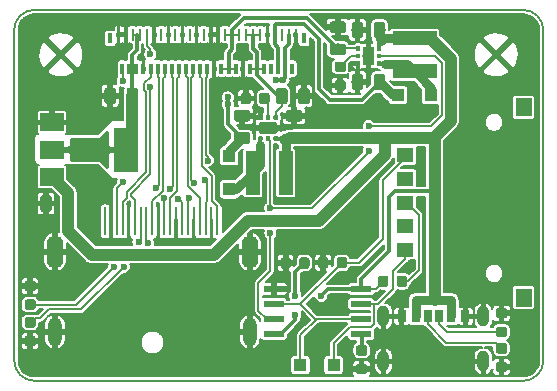
<source format=gtl>
G04 #@! TF.GenerationSoftware,KiCad,Pcbnew,5.0.1*
G04 #@! TF.CreationDate,2019-09-04T01:45:54+02:00*
G04 #@! TF.ProjectId,OtterScreen,4F7474657253637265656E2E6B696361,rev?*
G04 #@! TF.SameCoordinates,Original*
G04 #@! TF.FileFunction,Copper,L1,Top,Signal*
G04 #@! TF.FilePolarity,Positive*
%FSLAX46Y46*%
G04 Gerber Fmt 4.6, Leading zero omitted, Abs format (unit mm)*
G04 Created by KiCad (PCBNEW 5.0.1) date Wed 04 Sep 2019 01:45:54 AM CEST*
%MOMM*%
%LPD*%
G01*
G04 APERTURE LIST*
G04 #@! TA.AperFunction,NonConductor*
%ADD10C,0.150000*%
G04 #@! TD*
G04 #@! TA.AperFunction,Conductor*
%ADD11C,0.100000*%
G04 #@! TD*
G04 #@! TA.AperFunction,SMDPad,CuDef*
%ADD12C,0.875000*%
G04 #@! TD*
G04 #@! TA.AperFunction,SMDPad,CuDef*
%ADD13C,0.375000*%
G04 #@! TD*
G04 #@! TA.AperFunction,SMDPad,CuDef*
%ADD14C,1.000000*%
G04 #@! TD*
G04 #@! TA.AperFunction,SMDPad,CuDef*
%ADD15C,0.975000*%
G04 #@! TD*
G04 #@! TA.AperFunction,SMDPad,CuDef*
%ADD16R,2.000000X3.800000*%
G04 #@! TD*
G04 #@! TA.AperFunction,SMDPad,CuDef*
%ADD17R,2.000000X1.500000*%
G04 #@! TD*
G04 #@! TA.AperFunction,SMDPad,CuDef*
%ADD18R,0.280000X2.400000*%
G04 #@! TD*
G04 #@! TA.AperFunction,ComponentPad*
%ADD19O,1.400000X2.800000*%
G04 #@! TD*
G04 #@! TA.AperFunction,ComponentPad*
%ADD20O,1.200000X2.400000*%
G04 #@! TD*
G04 #@! TA.AperFunction,SMDPad,CuDef*
%ADD21R,1.750000X0.550000*%
G04 #@! TD*
G04 #@! TA.AperFunction,SMDPad,CuDef*
%ADD22R,1.400000X1.500000*%
G04 #@! TD*
G04 #@! TA.AperFunction,SMDPad,CuDef*
%ADD23R,1.400000X1.200000*%
G04 #@! TD*
G04 #@! TA.AperFunction,SMDPad,CuDef*
%ADD24R,3.700000X1.200000*%
G04 #@! TD*
G04 #@! TA.AperFunction,SMDPad,CuDef*
%ADD25R,1.200000X3.700000*%
G04 #@! TD*
G04 #@! TA.AperFunction,SMDPad,CuDef*
%ADD26R,1.100000X1.100000*%
G04 #@! TD*
G04 #@! TA.AperFunction,SMDPad,CuDef*
%ADD27R,0.800000X1.000000*%
G04 #@! TD*
G04 #@! TA.AperFunction,SMDPad,CuDef*
%ADD28R,0.700000X1.000000*%
G04 #@! TD*
G04 #@! TA.AperFunction,ComponentPad*
%ADD29O,1.000000X1.800000*%
G04 #@! TD*
G04 #@! TA.AperFunction,SMDPad,CuDef*
%ADD30R,0.300000X0.950000*%
G04 #@! TD*
G04 #@! TA.AperFunction,SMDPad,CuDef*
%ADD31R,0.260000X1.000000*%
G04 #@! TD*
G04 #@! TA.AperFunction,SMDPad,CuDef*
%ADD32R,0.450000X0.900000*%
G04 #@! TD*
G04 #@! TA.AperFunction,ViaPad*
%ADD33C,0.600000*%
G04 #@! TD*
G04 #@! TA.AperFunction,Conductor*
%ADD34C,0.154000*%
G04 #@! TD*
G04 #@! TA.AperFunction,Conductor*
%ADD35C,0.300000*%
G04 #@! TD*
G04 #@! TA.AperFunction,Conductor*
%ADD36C,1.000000*%
G04 #@! TD*
G04 #@! TA.AperFunction,Conductor*
%ADD37C,0.800000*%
G04 #@! TD*
G04 #@! TA.AperFunction,Conductor*
%ADD38C,0.200000*%
G04 #@! TD*
G04 #@! TA.AperFunction,Conductor*
%ADD39C,0.254000*%
G04 #@! TD*
G04 APERTURE END LIST*
D10*
X164099999Y-114200001D02*
G75*
G02X165800000Y-115900000I1J-1700000D01*
G01*
X121000001Y-115900001D02*
G75*
G02X122700000Y-114200000I1700000J1D01*
G01*
X122700001Y-145599999D02*
G75*
G02X121000000Y-143900000I-1J1700000D01*
G01*
X165800000Y-143900000D02*
G75*
G02X164100000Y-145600000I-1700000J0D01*
G01*
X164100000Y-145600000D02*
X136200000Y-145600000D01*
X165800000Y-115900000D02*
X165800000Y-143900000D01*
X122700000Y-114200000D02*
X164099999Y-114200001D01*
X121000000Y-143900000D02*
X121000001Y-115900001D01*
X136200000Y-145600000D02*
X122700001Y-145599999D01*
D11*
G04 #@! TO.N,GND*
G04 #@! TO.C,C10*
G36*
X148877691Y-120151053D02*
X148898926Y-120154203D01*
X148919750Y-120159419D01*
X148939962Y-120166651D01*
X148959368Y-120175830D01*
X148977781Y-120186866D01*
X148995024Y-120199654D01*
X149010930Y-120214070D01*
X149025346Y-120229976D01*
X149038134Y-120247219D01*
X149049170Y-120265632D01*
X149058349Y-120285038D01*
X149065581Y-120305250D01*
X149070797Y-120326074D01*
X149073947Y-120347309D01*
X149075000Y-120368750D01*
X149075000Y-120806250D01*
X149073947Y-120827691D01*
X149070797Y-120848926D01*
X149065581Y-120869750D01*
X149058349Y-120889962D01*
X149049170Y-120909368D01*
X149038134Y-120927781D01*
X149025346Y-120945024D01*
X149010930Y-120960930D01*
X148995024Y-120975346D01*
X148977781Y-120988134D01*
X148959368Y-120999170D01*
X148939962Y-121008349D01*
X148919750Y-121015581D01*
X148898926Y-121020797D01*
X148877691Y-121023947D01*
X148856250Y-121025000D01*
X148343750Y-121025000D01*
X148322309Y-121023947D01*
X148301074Y-121020797D01*
X148280250Y-121015581D01*
X148260038Y-121008349D01*
X148240632Y-120999170D01*
X148222219Y-120988134D01*
X148204976Y-120975346D01*
X148189070Y-120960930D01*
X148174654Y-120945024D01*
X148161866Y-120927781D01*
X148150830Y-120909368D01*
X148141651Y-120889962D01*
X148134419Y-120869750D01*
X148129203Y-120848926D01*
X148126053Y-120827691D01*
X148125000Y-120806250D01*
X148125000Y-120368750D01*
X148126053Y-120347309D01*
X148129203Y-120326074D01*
X148134419Y-120305250D01*
X148141651Y-120285038D01*
X148150830Y-120265632D01*
X148161866Y-120247219D01*
X148174654Y-120229976D01*
X148189070Y-120214070D01*
X148204976Y-120199654D01*
X148222219Y-120186866D01*
X148240632Y-120175830D01*
X148260038Y-120166651D01*
X148280250Y-120159419D01*
X148301074Y-120154203D01*
X148322309Y-120151053D01*
X148343750Y-120150000D01*
X148856250Y-120150000D01*
X148877691Y-120151053D01*
X148877691Y-120151053D01*
G37*
D12*
G04 #@! TD*
G04 #@! TO.P,C10,2*
G04 #@! TO.N,GND*
X148600000Y-120587500D03*
D11*
G04 #@! TO.N,Net-(C10-Pad1)*
G04 #@! TO.C,C10*
G36*
X148877691Y-118576053D02*
X148898926Y-118579203D01*
X148919750Y-118584419D01*
X148939962Y-118591651D01*
X148959368Y-118600830D01*
X148977781Y-118611866D01*
X148995024Y-118624654D01*
X149010930Y-118639070D01*
X149025346Y-118654976D01*
X149038134Y-118672219D01*
X149049170Y-118690632D01*
X149058349Y-118710038D01*
X149065581Y-118730250D01*
X149070797Y-118751074D01*
X149073947Y-118772309D01*
X149075000Y-118793750D01*
X149075000Y-119231250D01*
X149073947Y-119252691D01*
X149070797Y-119273926D01*
X149065581Y-119294750D01*
X149058349Y-119314962D01*
X149049170Y-119334368D01*
X149038134Y-119352781D01*
X149025346Y-119370024D01*
X149010930Y-119385930D01*
X148995024Y-119400346D01*
X148977781Y-119413134D01*
X148959368Y-119424170D01*
X148939962Y-119433349D01*
X148919750Y-119440581D01*
X148898926Y-119445797D01*
X148877691Y-119448947D01*
X148856250Y-119450000D01*
X148343750Y-119450000D01*
X148322309Y-119448947D01*
X148301074Y-119445797D01*
X148280250Y-119440581D01*
X148260038Y-119433349D01*
X148240632Y-119424170D01*
X148222219Y-119413134D01*
X148204976Y-119400346D01*
X148189070Y-119385930D01*
X148174654Y-119370024D01*
X148161866Y-119352781D01*
X148150830Y-119334368D01*
X148141651Y-119314962D01*
X148134419Y-119294750D01*
X148129203Y-119273926D01*
X148126053Y-119252691D01*
X148125000Y-119231250D01*
X148125000Y-118793750D01*
X148126053Y-118772309D01*
X148129203Y-118751074D01*
X148134419Y-118730250D01*
X148141651Y-118710038D01*
X148150830Y-118690632D01*
X148161866Y-118672219D01*
X148174654Y-118654976D01*
X148189070Y-118639070D01*
X148204976Y-118624654D01*
X148222219Y-118611866D01*
X148240632Y-118600830D01*
X148260038Y-118591651D01*
X148280250Y-118584419D01*
X148301074Y-118579203D01*
X148322309Y-118576053D01*
X148343750Y-118575000D01*
X148856250Y-118575000D01*
X148877691Y-118576053D01*
X148877691Y-118576053D01*
G37*
D12*
G04 #@! TD*
G04 #@! TO.P,C10,1*
G04 #@! TO.N,Net-(C10-Pad1)*
X148600000Y-119012500D03*
D11*
G04 #@! TO.N,Net-(C11-Pad1)*
G04 #@! TO.C,C11*
G36*
X142427691Y-121226053D02*
X142448926Y-121229203D01*
X142469750Y-121234419D01*
X142489962Y-121241651D01*
X142509368Y-121250830D01*
X142527781Y-121261866D01*
X142545024Y-121274654D01*
X142560930Y-121289070D01*
X142575346Y-121304976D01*
X142588134Y-121322219D01*
X142599170Y-121340632D01*
X142608349Y-121360038D01*
X142615581Y-121380250D01*
X142620797Y-121401074D01*
X142623947Y-121422309D01*
X142625000Y-121443750D01*
X142625000Y-121956250D01*
X142623947Y-121977691D01*
X142620797Y-121998926D01*
X142615581Y-122019750D01*
X142608349Y-122039962D01*
X142599170Y-122059368D01*
X142588134Y-122077781D01*
X142575346Y-122095024D01*
X142560930Y-122110930D01*
X142545024Y-122125346D01*
X142527781Y-122138134D01*
X142509368Y-122149170D01*
X142489962Y-122158349D01*
X142469750Y-122165581D01*
X142448926Y-122170797D01*
X142427691Y-122173947D01*
X142406250Y-122175000D01*
X141968750Y-122175000D01*
X141947309Y-122173947D01*
X141926074Y-122170797D01*
X141905250Y-122165581D01*
X141885038Y-122158349D01*
X141865632Y-122149170D01*
X141847219Y-122138134D01*
X141829976Y-122125346D01*
X141814070Y-122110930D01*
X141799654Y-122095024D01*
X141786866Y-122077781D01*
X141775830Y-122059368D01*
X141766651Y-122039962D01*
X141759419Y-122019750D01*
X141754203Y-121998926D01*
X141751053Y-121977691D01*
X141750000Y-121956250D01*
X141750000Y-121443750D01*
X141751053Y-121422309D01*
X141754203Y-121401074D01*
X141759419Y-121380250D01*
X141766651Y-121360038D01*
X141775830Y-121340632D01*
X141786866Y-121322219D01*
X141799654Y-121304976D01*
X141814070Y-121289070D01*
X141829976Y-121274654D01*
X141847219Y-121261866D01*
X141865632Y-121250830D01*
X141885038Y-121241651D01*
X141905250Y-121234419D01*
X141926074Y-121229203D01*
X141947309Y-121226053D01*
X141968750Y-121225000D01*
X142406250Y-121225000D01*
X142427691Y-121226053D01*
X142427691Y-121226053D01*
G37*
D12*
G04 #@! TD*
G04 #@! TO.P,C11,1*
G04 #@! TO.N,Net-(C11-Pad1)*
X142187500Y-121700000D03*
D11*
G04 #@! TO.N,GND*
G04 #@! TO.C,C11*
G36*
X140852691Y-121226053D02*
X140873926Y-121229203D01*
X140894750Y-121234419D01*
X140914962Y-121241651D01*
X140934368Y-121250830D01*
X140952781Y-121261866D01*
X140970024Y-121274654D01*
X140985930Y-121289070D01*
X141000346Y-121304976D01*
X141013134Y-121322219D01*
X141024170Y-121340632D01*
X141033349Y-121360038D01*
X141040581Y-121380250D01*
X141045797Y-121401074D01*
X141048947Y-121422309D01*
X141050000Y-121443750D01*
X141050000Y-121956250D01*
X141048947Y-121977691D01*
X141045797Y-121998926D01*
X141040581Y-122019750D01*
X141033349Y-122039962D01*
X141024170Y-122059368D01*
X141013134Y-122077781D01*
X141000346Y-122095024D01*
X140985930Y-122110930D01*
X140970024Y-122125346D01*
X140952781Y-122138134D01*
X140934368Y-122149170D01*
X140914962Y-122158349D01*
X140894750Y-122165581D01*
X140873926Y-122170797D01*
X140852691Y-122173947D01*
X140831250Y-122175000D01*
X140393750Y-122175000D01*
X140372309Y-122173947D01*
X140351074Y-122170797D01*
X140330250Y-122165581D01*
X140310038Y-122158349D01*
X140290632Y-122149170D01*
X140272219Y-122138134D01*
X140254976Y-122125346D01*
X140239070Y-122110930D01*
X140224654Y-122095024D01*
X140211866Y-122077781D01*
X140200830Y-122059368D01*
X140191651Y-122039962D01*
X140184419Y-122019750D01*
X140179203Y-121998926D01*
X140176053Y-121977691D01*
X140175000Y-121956250D01*
X140175000Y-121443750D01*
X140176053Y-121422309D01*
X140179203Y-121401074D01*
X140184419Y-121380250D01*
X140191651Y-121360038D01*
X140200830Y-121340632D01*
X140211866Y-121322219D01*
X140224654Y-121304976D01*
X140239070Y-121289070D01*
X140254976Y-121274654D01*
X140272219Y-121261866D01*
X140290632Y-121250830D01*
X140310038Y-121241651D01*
X140330250Y-121234419D01*
X140351074Y-121229203D01*
X140372309Y-121226053D01*
X140393750Y-121225000D01*
X140831250Y-121225000D01*
X140852691Y-121226053D01*
X140852691Y-121226053D01*
G37*
D12*
G04 #@! TD*
G04 #@! TO.P,C11,2*
G04 #@! TO.N,GND*
X140612500Y-121700000D03*
D11*
G04 #@! TO.N,+5V*
G04 #@! TO.C,U3*
G36*
X151990439Y-117250451D02*
X151999540Y-117251801D01*
X152008464Y-117254037D01*
X152017127Y-117257136D01*
X152025443Y-117261070D01*
X152033335Y-117265800D01*
X152040724Y-117271280D01*
X152047541Y-117277459D01*
X152053720Y-117284276D01*
X152059200Y-117291665D01*
X152063930Y-117299557D01*
X152067864Y-117307873D01*
X152070963Y-117316536D01*
X152073199Y-117325460D01*
X152074549Y-117334561D01*
X152075000Y-117343750D01*
X152075000Y-117556250D01*
X152074549Y-117565439D01*
X152073199Y-117574540D01*
X152070963Y-117583464D01*
X152067864Y-117592127D01*
X152063930Y-117600443D01*
X152059200Y-117608335D01*
X152053720Y-117615724D01*
X152047541Y-117622541D01*
X152040724Y-117628720D01*
X152033335Y-117634200D01*
X152025443Y-117638930D01*
X152017127Y-117642864D01*
X152008464Y-117645963D01*
X151999540Y-117648199D01*
X151990439Y-117649549D01*
X151981250Y-117650000D01*
X151793750Y-117650000D01*
X151784561Y-117649549D01*
X151775460Y-117648199D01*
X151766536Y-117645963D01*
X151757873Y-117642864D01*
X151749557Y-117638930D01*
X151741665Y-117634200D01*
X151734276Y-117628720D01*
X151727459Y-117622541D01*
X151721280Y-117615724D01*
X151715800Y-117608335D01*
X151711070Y-117600443D01*
X151707136Y-117592127D01*
X151704037Y-117583464D01*
X151701801Y-117574540D01*
X151700451Y-117565439D01*
X151700000Y-117556250D01*
X151700000Y-117343750D01*
X151700451Y-117334561D01*
X151701801Y-117325460D01*
X151704037Y-117316536D01*
X151707136Y-117307873D01*
X151711070Y-117299557D01*
X151715800Y-117291665D01*
X151721280Y-117284276D01*
X151727459Y-117277459D01*
X151734276Y-117271280D01*
X151741665Y-117265800D01*
X151749557Y-117261070D01*
X151757873Y-117257136D01*
X151766536Y-117254037D01*
X151775460Y-117251801D01*
X151784561Y-117250451D01*
X151793750Y-117250000D01*
X151981250Y-117250000D01*
X151990439Y-117250451D01*
X151990439Y-117250451D01*
G37*
D13*
G04 #@! TD*
G04 #@! TO.P,U3,6*
G04 #@! TO.N,+5V*
X151887500Y-117450000D03*
D11*
G04 #@! TO.N,PWM*
G04 #@! TO.C,U3*
G36*
X151990439Y-117900451D02*
X151999540Y-117901801D01*
X152008464Y-117904037D01*
X152017127Y-117907136D01*
X152025443Y-117911070D01*
X152033335Y-117915800D01*
X152040724Y-117921280D01*
X152047541Y-117927459D01*
X152053720Y-117934276D01*
X152059200Y-117941665D01*
X152063930Y-117949557D01*
X152067864Y-117957873D01*
X152070963Y-117966536D01*
X152073199Y-117975460D01*
X152074549Y-117984561D01*
X152075000Y-117993750D01*
X152075000Y-118206250D01*
X152074549Y-118215439D01*
X152073199Y-118224540D01*
X152070963Y-118233464D01*
X152067864Y-118242127D01*
X152063930Y-118250443D01*
X152059200Y-118258335D01*
X152053720Y-118265724D01*
X152047541Y-118272541D01*
X152040724Y-118278720D01*
X152033335Y-118284200D01*
X152025443Y-118288930D01*
X152017127Y-118292864D01*
X152008464Y-118295963D01*
X151999540Y-118298199D01*
X151990439Y-118299549D01*
X151981250Y-118300000D01*
X151793750Y-118300000D01*
X151784561Y-118299549D01*
X151775460Y-118298199D01*
X151766536Y-118295963D01*
X151757873Y-118292864D01*
X151749557Y-118288930D01*
X151741665Y-118284200D01*
X151734276Y-118278720D01*
X151727459Y-118272541D01*
X151721280Y-118265724D01*
X151715800Y-118258335D01*
X151711070Y-118250443D01*
X151707136Y-118242127D01*
X151704037Y-118233464D01*
X151701801Y-118224540D01*
X151700451Y-118215439D01*
X151700000Y-118206250D01*
X151700000Y-117993750D01*
X151700451Y-117984561D01*
X151701801Y-117975460D01*
X151704037Y-117966536D01*
X151707136Y-117957873D01*
X151711070Y-117949557D01*
X151715800Y-117941665D01*
X151721280Y-117934276D01*
X151727459Y-117927459D01*
X151734276Y-117921280D01*
X151741665Y-117915800D01*
X151749557Y-117911070D01*
X151757873Y-117907136D01*
X151766536Y-117904037D01*
X151775460Y-117901801D01*
X151784561Y-117900451D01*
X151793750Y-117900000D01*
X151981250Y-117900000D01*
X151990439Y-117900451D01*
X151990439Y-117900451D01*
G37*
D13*
G04 #@! TD*
G04 #@! TO.P,U3,5*
G04 #@! TO.N,PWM*
X151887500Y-118100000D03*
D11*
G04 #@! TO.N,Net-(D3-Pad2)*
G04 #@! TO.C,U3*
G36*
X151990439Y-118550451D02*
X151999540Y-118551801D01*
X152008464Y-118554037D01*
X152017127Y-118557136D01*
X152025443Y-118561070D01*
X152033335Y-118565800D01*
X152040724Y-118571280D01*
X152047541Y-118577459D01*
X152053720Y-118584276D01*
X152059200Y-118591665D01*
X152063930Y-118599557D01*
X152067864Y-118607873D01*
X152070963Y-118616536D01*
X152073199Y-118625460D01*
X152074549Y-118634561D01*
X152075000Y-118643750D01*
X152075000Y-118856250D01*
X152074549Y-118865439D01*
X152073199Y-118874540D01*
X152070963Y-118883464D01*
X152067864Y-118892127D01*
X152063930Y-118900443D01*
X152059200Y-118908335D01*
X152053720Y-118915724D01*
X152047541Y-118922541D01*
X152040724Y-118928720D01*
X152033335Y-118934200D01*
X152025443Y-118938930D01*
X152017127Y-118942864D01*
X152008464Y-118945963D01*
X151999540Y-118948199D01*
X151990439Y-118949549D01*
X151981250Y-118950000D01*
X151793750Y-118950000D01*
X151784561Y-118949549D01*
X151775460Y-118948199D01*
X151766536Y-118945963D01*
X151757873Y-118942864D01*
X151749557Y-118938930D01*
X151741665Y-118934200D01*
X151734276Y-118928720D01*
X151727459Y-118922541D01*
X151721280Y-118915724D01*
X151715800Y-118908335D01*
X151711070Y-118900443D01*
X151707136Y-118892127D01*
X151704037Y-118883464D01*
X151701801Y-118874540D01*
X151700451Y-118865439D01*
X151700000Y-118856250D01*
X151700000Y-118643750D01*
X151700451Y-118634561D01*
X151701801Y-118625460D01*
X151704037Y-118616536D01*
X151707136Y-118607873D01*
X151711070Y-118599557D01*
X151715800Y-118591665D01*
X151721280Y-118584276D01*
X151727459Y-118577459D01*
X151734276Y-118571280D01*
X151741665Y-118565800D01*
X151749557Y-118561070D01*
X151757873Y-118557136D01*
X151766536Y-118554037D01*
X151775460Y-118551801D01*
X151784561Y-118550451D01*
X151793750Y-118550000D01*
X151981250Y-118550000D01*
X151990439Y-118550451D01*
X151990439Y-118550451D01*
G37*
D13*
G04 #@! TD*
G04 #@! TO.P,U3,4*
G04 #@! TO.N,Net-(D3-Pad2)*
X151887500Y-118750000D03*
D11*
G04 #@! TO.N,GND*
G04 #@! TO.C,U3*
G36*
X150215439Y-118550451D02*
X150224540Y-118551801D01*
X150233464Y-118554037D01*
X150242127Y-118557136D01*
X150250443Y-118561070D01*
X150258335Y-118565800D01*
X150265724Y-118571280D01*
X150272541Y-118577459D01*
X150278720Y-118584276D01*
X150284200Y-118591665D01*
X150288930Y-118599557D01*
X150292864Y-118607873D01*
X150295963Y-118616536D01*
X150298199Y-118625460D01*
X150299549Y-118634561D01*
X150300000Y-118643750D01*
X150300000Y-118856250D01*
X150299549Y-118865439D01*
X150298199Y-118874540D01*
X150295963Y-118883464D01*
X150292864Y-118892127D01*
X150288930Y-118900443D01*
X150284200Y-118908335D01*
X150278720Y-118915724D01*
X150272541Y-118922541D01*
X150265724Y-118928720D01*
X150258335Y-118934200D01*
X150250443Y-118938930D01*
X150242127Y-118942864D01*
X150233464Y-118945963D01*
X150224540Y-118948199D01*
X150215439Y-118949549D01*
X150206250Y-118950000D01*
X150018750Y-118950000D01*
X150009561Y-118949549D01*
X150000460Y-118948199D01*
X149991536Y-118945963D01*
X149982873Y-118942864D01*
X149974557Y-118938930D01*
X149966665Y-118934200D01*
X149959276Y-118928720D01*
X149952459Y-118922541D01*
X149946280Y-118915724D01*
X149940800Y-118908335D01*
X149936070Y-118900443D01*
X149932136Y-118892127D01*
X149929037Y-118883464D01*
X149926801Y-118874540D01*
X149925451Y-118865439D01*
X149925000Y-118856250D01*
X149925000Y-118643750D01*
X149925451Y-118634561D01*
X149926801Y-118625460D01*
X149929037Y-118616536D01*
X149932136Y-118607873D01*
X149936070Y-118599557D01*
X149940800Y-118591665D01*
X149946280Y-118584276D01*
X149952459Y-118577459D01*
X149959276Y-118571280D01*
X149966665Y-118565800D01*
X149974557Y-118561070D01*
X149982873Y-118557136D01*
X149991536Y-118554037D01*
X150000460Y-118551801D01*
X150009561Y-118550451D01*
X150018750Y-118550000D01*
X150206250Y-118550000D01*
X150215439Y-118550451D01*
X150215439Y-118550451D01*
G37*
D13*
G04 #@! TD*
G04 #@! TO.P,U3,3*
G04 #@! TO.N,GND*
X150112500Y-118750000D03*
D11*
G04 #@! TO.N,Net-(C10-Pad1)*
G04 #@! TO.C,U3*
G36*
X150215439Y-117900451D02*
X150224540Y-117901801D01*
X150233464Y-117904037D01*
X150242127Y-117907136D01*
X150250443Y-117911070D01*
X150258335Y-117915800D01*
X150265724Y-117921280D01*
X150272541Y-117927459D01*
X150278720Y-117934276D01*
X150284200Y-117941665D01*
X150288930Y-117949557D01*
X150292864Y-117957873D01*
X150295963Y-117966536D01*
X150298199Y-117975460D01*
X150299549Y-117984561D01*
X150300000Y-117993750D01*
X150300000Y-118206250D01*
X150299549Y-118215439D01*
X150298199Y-118224540D01*
X150295963Y-118233464D01*
X150292864Y-118242127D01*
X150288930Y-118250443D01*
X150284200Y-118258335D01*
X150278720Y-118265724D01*
X150272541Y-118272541D01*
X150265724Y-118278720D01*
X150258335Y-118284200D01*
X150250443Y-118288930D01*
X150242127Y-118292864D01*
X150233464Y-118295963D01*
X150224540Y-118298199D01*
X150215439Y-118299549D01*
X150206250Y-118300000D01*
X150018750Y-118300000D01*
X150009561Y-118299549D01*
X150000460Y-118298199D01*
X149991536Y-118295963D01*
X149982873Y-118292864D01*
X149974557Y-118288930D01*
X149966665Y-118284200D01*
X149959276Y-118278720D01*
X149952459Y-118272541D01*
X149946280Y-118265724D01*
X149940800Y-118258335D01*
X149936070Y-118250443D01*
X149932136Y-118242127D01*
X149929037Y-118233464D01*
X149926801Y-118224540D01*
X149925451Y-118215439D01*
X149925000Y-118206250D01*
X149925000Y-117993750D01*
X149925451Y-117984561D01*
X149926801Y-117975460D01*
X149929037Y-117966536D01*
X149932136Y-117957873D01*
X149936070Y-117949557D01*
X149940800Y-117941665D01*
X149946280Y-117934276D01*
X149952459Y-117927459D01*
X149959276Y-117921280D01*
X149966665Y-117915800D01*
X149974557Y-117911070D01*
X149982873Y-117907136D01*
X149991536Y-117904037D01*
X150000460Y-117901801D01*
X150009561Y-117900451D01*
X150018750Y-117900000D01*
X150206250Y-117900000D01*
X150215439Y-117900451D01*
X150215439Y-117900451D01*
G37*
D13*
G04 #@! TD*
G04 #@! TO.P,U3,2*
G04 #@! TO.N,Net-(C10-Pad1)*
X150112500Y-118100000D03*
D11*
G04 #@! TO.N,LEDC2*
G04 #@! TO.C,U3*
G36*
X150215439Y-117250451D02*
X150224540Y-117251801D01*
X150233464Y-117254037D01*
X150242127Y-117257136D01*
X150250443Y-117261070D01*
X150258335Y-117265800D01*
X150265724Y-117271280D01*
X150272541Y-117277459D01*
X150278720Y-117284276D01*
X150284200Y-117291665D01*
X150288930Y-117299557D01*
X150292864Y-117307873D01*
X150295963Y-117316536D01*
X150298199Y-117325460D01*
X150299549Y-117334561D01*
X150300000Y-117343750D01*
X150300000Y-117556250D01*
X150299549Y-117565439D01*
X150298199Y-117574540D01*
X150295963Y-117583464D01*
X150292864Y-117592127D01*
X150288930Y-117600443D01*
X150284200Y-117608335D01*
X150278720Y-117615724D01*
X150272541Y-117622541D01*
X150265724Y-117628720D01*
X150258335Y-117634200D01*
X150250443Y-117638930D01*
X150242127Y-117642864D01*
X150233464Y-117645963D01*
X150224540Y-117648199D01*
X150215439Y-117649549D01*
X150206250Y-117650000D01*
X150018750Y-117650000D01*
X150009561Y-117649549D01*
X150000460Y-117648199D01*
X149991536Y-117645963D01*
X149982873Y-117642864D01*
X149974557Y-117638930D01*
X149966665Y-117634200D01*
X149959276Y-117628720D01*
X149952459Y-117622541D01*
X149946280Y-117615724D01*
X149940800Y-117608335D01*
X149936070Y-117600443D01*
X149932136Y-117592127D01*
X149929037Y-117583464D01*
X149926801Y-117574540D01*
X149925451Y-117565439D01*
X149925000Y-117556250D01*
X149925000Y-117343750D01*
X149925451Y-117334561D01*
X149926801Y-117325460D01*
X149929037Y-117316536D01*
X149932136Y-117307873D01*
X149936070Y-117299557D01*
X149940800Y-117291665D01*
X149946280Y-117284276D01*
X149952459Y-117277459D01*
X149959276Y-117271280D01*
X149966665Y-117265800D01*
X149974557Y-117261070D01*
X149982873Y-117257136D01*
X149991536Y-117254037D01*
X150000460Y-117251801D01*
X150009561Y-117250451D01*
X150018750Y-117250000D01*
X150206250Y-117250000D01*
X150215439Y-117250451D01*
X150215439Y-117250451D01*
G37*
D13*
G04 #@! TD*
G04 #@! TO.P,U3,1*
G04 #@! TO.N,LEDC2*
X150112500Y-117450000D03*
D11*
G04 #@! TO.N,GND*
G04 #@! TO.C,U3*
G36*
X151274504Y-117301204D02*
X151298773Y-117304804D01*
X151322571Y-117310765D01*
X151345671Y-117319030D01*
X151367849Y-117329520D01*
X151388893Y-117342133D01*
X151408598Y-117356747D01*
X151426777Y-117373223D01*
X151443253Y-117391402D01*
X151457867Y-117411107D01*
X151470480Y-117432151D01*
X151480970Y-117454329D01*
X151489235Y-117477429D01*
X151495196Y-117501227D01*
X151498796Y-117525496D01*
X151500000Y-117550000D01*
X151500000Y-118650000D01*
X151498796Y-118674504D01*
X151495196Y-118698773D01*
X151489235Y-118722571D01*
X151480970Y-118745671D01*
X151470480Y-118767849D01*
X151457867Y-118788893D01*
X151443253Y-118808598D01*
X151426777Y-118826777D01*
X151408598Y-118843253D01*
X151388893Y-118857867D01*
X151367849Y-118870480D01*
X151345671Y-118880970D01*
X151322571Y-118889235D01*
X151298773Y-118895196D01*
X151274504Y-118898796D01*
X151250000Y-118900000D01*
X150750000Y-118900000D01*
X150725496Y-118898796D01*
X150701227Y-118895196D01*
X150677429Y-118889235D01*
X150654329Y-118880970D01*
X150632151Y-118870480D01*
X150611107Y-118857867D01*
X150591402Y-118843253D01*
X150573223Y-118826777D01*
X150556747Y-118808598D01*
X150542133Y-118788893D01*
X150529520Y-118767849D01*
X150519030Y-118745671D01*
X150510765Y-118722571D01*
X150504804Y-118698773D01*
X150501204Y-118674504D01*
X150500000Y-118650000D01*
X150500000Y-117550000D01*
X150501204Y-117525496D01*
X150504804Y-117501227D01*
X150510765Y-117477429D01*
X150519030Y-117454329D01*
X150529520Y-117432151D01*
X150542133Y-117411107D01*
X150556747Y-117391402D01*
X150573223Y-117373223D01*
X150591402Y-117356747D01*
X150611107Y-117342133D01*
X150632151Y-117329520D01*
X150654329Y-117319030D01*
X150677429Y-117310765D01*
X150701227Y-117304804D01*
X150725496Y-117301204D01*
X150750000Y-117300000D01*
X151250000Y-117300000D01*
X151274504Y-117301204D01*
X151274504Y-117301204D01*
G37*
D14*
G04 #@! TD*
G04 #@! TO.P,U3,7*
G04 #@! TO.N,GND*
X151000000Y-118100000D03*
D11*
G04 #@! TO.N,GND*
G04 #@! TO.C,U4*
G36*
X143074504Y-123701204D02*
X143098773Y-123704804D01*
X143122571Y-123710765D01*
X143145671Y-123719030D01*
X143167849Y-123729520D01*
X143188893Y-123742133D01*
X143208598Y-123756747D01*
X143226777Y-123773223D01*
X143243253Y-123791402D01*
X143257867Y-123811107D01*
X143270480Y-123832151D01*
X143280970Y-123854329D01*
X143289235Y-123877429D01*
X143295196Y-123901227D01*
X143298796Y-123925496D01*
X143300000Y-123950000D01*
X143300000Y-124450000D01*
X143298796Y-124474504D01*
X143295196Y-124498773D01*
X143289235Y-124522571D01*
X143280970Y-124545671D01*
X143270480Y-124567849D01*
X143257867Y-124588893D01*
X143243253Y-124608598D01*
X143226777Y-124626777D01*
X143208598Y-124643253D01*
X143188893Y-124657867D01*
X143167849Y-124670480D01*
X143145671Y-124680970D01*
X143122571Y-124689235D01*
X143098773Y-124695196D01*
X143074504Y-124698796D01*
X143050000Y-124700000D01*
X141950000Y-124700000D01*
X141925496Y-124698796D01*
X141901227Y-124695196D01*
X141877429Y-124689235D01*
X141854329Y-124680970D01*
X141832151Y-124670480D01*
X141811107Y-124657867D01*
X141791402Y-124643253D01*
X141773223Y-124626777D01*
X141756747Y-124608598D01*
X141742133Y-124588893D01*
X141729520Y-124567849D01*
X141719030Y-124545671D01*
X141710765Y-124522571D01*
X141704804Y-124498773D01*
X141701204Y-124474504D01*
X141700000Y-124450000D01*
X141700000Y-123950000D01*
X141701204Y-123925496D01*
X141704804Y-123901227D01*
X141710765Y-123877429D01*
X141719030Y-123854329D01*
X141729520Y-123832151D01*
X141742133Y-123811107D01*
X141756747Y-123791402D01*
X141773223Y-123773223D01*
X141791402Y-123756747D01*
X141811107Y-123742133D01*
X141832151Y-123729520D01*
X141854329Y-123719030D01*
X141877429Y-123710765D01*
X141901227Y-123704804D01*
X141925496Y-123701204D01*
X141950000Y-123700000D01*
X143050000Y-123700000D01*
X143074504Y-123701204D01*
X143074504Y-123701204D01*
G37*
D14*
G04 #@! TD*
G04 #@! TO.P,U4,7*
G04 #@! TO.N,GND*
X142500000Y-124200000D03*
D11*
G04 #@! TO.N,LEDC1*
G04 #@! TO.C,U4*
G36*
X143265439Y-123125451D02*
X143274540Y-123126801D01*
X143283464Y-123129037D01*
X143292127Y-123132136D01*
X143300443Y-123136070D01*
X143308335Y-123140800D01*
X143315724Y-123146280D01*
X143322541Y-123152459D01*
X143328720Y-123159276D01*
X143334200Y-123166665D01*
X143338930Y-123174557D01*
X143342864Y-123182873D01*
X143345963Y-123191536D01*
X143348199Y-123200460D01*
X143349549Y-123209561D01*
X143350000Y-123218750D01*
X143350000Y-123406250D01*
X143349549Y-123415439D01*
X143348199Y-123424540D01*
X143345963Y-123433464D01*
X143342864Y-123442127D01*
X143338930Y-123450443D01*
X143334200Y-123458335D01*
X143328720Y-123465724D01*
X143322541Y-123472541D01*
X143315724Y-123478720D01*
X143308335Y-123484200D01*
X143300443Y-123488930D01*
X143292127Y-123492864D01*
X143283464Y-123495963D01*
X143274540Y-123498199D01*
X143265439Y-123499549D01*
X143256250Y-123500000D01*
X143043750Y-123500000D01*
X143034561Y-123499549D01*
X143025460Y-123498199D01*
X143016536Y-123495963D01*
X143007873Y-123492864D01*
X142999557Y-123488930D01*
X142991665Y-123484200D01*
X142984276Y-123478720D01*
X142977459Y-123472541D01*
X142971280Y-123465724D01*
X142965800Y-123458335D01*
X142961070Y-123450443D01*
X142957136Y-123442127D01*
X142954037Y-123433464D01*
X142951801Y-123424540D01*
X142950451Y-123415439D01*
X142950000Y-123406250D01*
X142950000Y-123218750D01*
X142950451Y-123209561D01*
X142951801Y-123200460D01*
X142954037Y-123191536D01*
X142957136Y-123182873D01*
X142961070Y-123174557D01*
X142965800Y-123166665D01*
X142971280Y-123159276D01*
X142977459Y-123152459D01*
X142984276Y-123146280D01*
X142991665Y-123140800D01*
X142999557Y-123136070D01*
X143007873Y-123132136D01*
X143016536Y-123129037D01*
X143025460Y-123126801D01*
X143034561Y-123125451D01*
X143043750Y-123125000D01*
X143256250Y-123125000D01*
X143265439Y-123125451D01*
X143265439Y-123125451D01*
G37*
D13*
G04 #@! TD*
G04 #@! TO.P,U4,1*
G04 #@! TO.N,LEDC1*
X143150000Y-123312500D03*
D11*
G04 #@! TO.N,Net-(C11-Pad1)*
G04 #@! TO.C,U4*
G36*
X142615439Y-123125451D02*
X142624540Y-123126801D01*
X142633464Y-123129037D01*
X142642127Y-123132136D01*
X142650443Y-123136070D01*
X142658335Y-123140800D01*
X142665724Y-123146280D01*
X142672541Y-123152459D01*
X142678720Y-123159276D01*
X142684200Y-123166665D01*
X142688930Y-123174557D01*
X142692864Y-123182873D01*
X142695963Y-123191536D01*
X142698199Y-123200460D01*
X142699549Y-123209561D01*
X142700000Y-123218750D01*
X142700000Y-123406250D01*
X142699549Y-123415439D01*
X142698199Y-123424540D01*
X142695963Y-123433464D01*
X142692864Y-123442127D01*
X142688930Y-123450443D01*
X142684200Y-123458335D01*
X142678720Y-123465724D01*
X142672541Y-123472541D01*
X142665724Y-123478720D01*
X142658335Y-123484200D01*
X142650443Y-123488930D01*
X142642127Y-123492864D01*
X142633464Y-123495963D01*
X142624540Y-123498199D01*
X142615439Y-123499549D01*
X142606250Y-123500000D01*
X142393750Y-123500000D01*
X142384561Y-123499549D01*
X142375460Y-123498199D01*
X142366536Y-123495963D01*
X142357873Y-123492864D01*
X142349557Y-123488930D01*
X142341665Y-123484200D01*
X142334276Y-123478720D01*
X142327459Y-123472541D01*
X142321280Y-123465724D01*
X142315800Y-123458335D01*
X142311070Y-123450443D01*
X142307136Y-123442127D01*
X142304037Y-123433464D01*
X142301801Y-123424540D01*
X142300451Y-123415439D01*
X142300000Y-123406250D01*
X142300000Y-123218750D01*
X142300451Y-123209561D01*
X142301801Y-123200460D01*
X142304037Y-123191536D01*
X142307136Y-123182873D01*
X142311070Y-123174557D01*
X142315800Y-123166665D01*
X142321280Y-123159276D01*
X142327459Y-123152459D01*
X142334276Y-123146280D01*
X142341665Y-123140800D01*
X142349557Y-123136070D01*
X142357873Y-123132136D01*
X142366536Y-123129037D01*
X142375460Y-123126801D01*
X142384561Y-123125451D01*
X142393750Y-123125000D01*
X142606250Y-123125000D01*
X142615439Y-123125451D01*
X142615439Y-123125451D01*
G37*
D13*
G04 #@! TD*
G04 #@! TO.P,U4,2*
G04 #@! TO.N,Net-(C11-Pad1)*
X142500000Y-123312500D03*
D11*
G04 #@! TO.N,GND*
G04 #@! TO.C,U4*
G36*
X141965439Y-123125451D02*
X141974540Y-123126801D01*
X141983464Y-123129037D01*
X141992127Y-123132136D01*
X142000443Y-123136070D01*
X142008335Y-123140800D01*
X142015724Y-123146280D01*
X142022541Y-123152459D01*
X142028720Y-123159276D01*
X142034200Y-123166665D01*
X142038930Y-123174557D01*
X142042864Y-123182873D01*
X142045963Y-123191536D01*
X142048199Y-123200460D01*
X142049549Y-123209561D01*
X142050000Y-123218750D01*
X142050000Y-123406250D01*
X142049549Y-123415439D01*
X142048199Y-123424540D01*
X142045963Y-123433464D01*
X142042864Y-123442127D01*
X142038930Y-123450443D01*
X142034200Y-123458335D01*
X142028720Y-123465724D01*
X142022541Y-123472541D01*
X142015724Y-123478720D01*
X142008335Y-123484200D01*
X142000443Y-123488930D01*
X141992127Y-123492864D01*
X141983464Y-123495963D01*
X141974540Y-123498199D01*
X141965439Y-123499549D01*
X141956250Y-123500000D01*
X141743750Y-123500000D01*
X141734561Y-123499549D01*
X141725460Y-123498199D01*
X141716536Y-123495963D01*
X141707873Y-123492864D01*
X141699557Y-123488930D01*
X141691665Y-123484200D01*
X141684276Y-123478720D01*
X141677459Y-123472541D01*
X141671280Y-123465724D01*
X141665800Y-123458335D01*
X141661070Y-123450443D01*
X141657136Y-123442127D01*
X141654037Y-123433464D01*
X141651801Y-123424540D01*
X141650451Y-123415439D01*
X141650000Y-123406250D01*
X141650000Y-123218750D01*
X141650451Y-123209561D01*
X141651801Y-123200460D01*
X141654037Y-123191536D01*
X141657136Y-123182873D01*
X141661070Y-123174557D01*
X141665800Y-123166665D01*
X141671280Y-123159276D01*
X141677459Y-123152459D01*
X141684276Y-123146280D01*
X141691665Y-123140800D01*
X141699557Y-123136070D01*
X141707873Y-123132136D01*
X141716536Y-123129037D01*
X141725460Y-123126801D01*
X141734561Y-123125451D01*
X141743750Y-123125000D01*
X141956250Y-123125000D01*
X141965439Y-123125451D01*
X141965439Y-123125451D01*
G37*
D13*
G04 #@! TD*
G04 #@! TO.P,U4,3*
G04 #@! TO.N,GND*
X141850000Y-123312500D03*
D11*
G04 #@! TO.N,Net-(D2-Pad2)*
G04 #@! TO.C,U4*
G36*
X141965439Y-124900451D02*
X141974540Y-124901801D01*
X141983464Y-124904037D01*
X141992127Y-124907136D01*
X142000443Y-124911070D01*
X142008335Y-124915800D01*
X142015724Y-124921280D01*
X142022541Y-124927459D01*
X142028720Y-124934276D01*
X142034200Y-124941665D01*
X142038930Y-124949557D01*
X142042864Y-124957873D01*
X142045963Y-124966536D01*
X142048199Y-124975460D01*
X142049549Y-124984561D01*
X142050000Y-124993750D01*
X142050000Y-125181250D01*
X142049549Y-125190439D01*
X142048199Y-125199540D01*
X142045963Y-125208464D01*
X142042864Y-125217127D01*
X142038930Y-125225443D01*
X142034200Y-125233335D01*
X142028720Y-125240724D01*
X142022541Y-125247541D01*
X142015724Y-125253720D01*
X142008335Y-125259200D01*
X142000443Y-125263930D01*
X141992127Y-125267864D01*
X141983464Y-125270963D01*
X141974540Y-125273199D01*
X141965439Y-125274549D01*
X141956250Y-125275000D01*
X141743750Y-125275000D01*
X141734561Y-125274549D01*
X141725460Y-125273199D01*
X141716536Y-125270963D01*
X141707873Y-125267864D01*
X141699557Y-125263930D01*
X141691665Y-125259200D01*
X141684276Y-125253720D01*
X141677459Y-125247541D01*
X141671280Y-125240724D01*
X141665800Y-125233335D01*
X141661070Y-125225443D01*
X141657136Y-125217127D01*
X141654037Y-125208464D01*
X141651801Y-125199540D01*
X141650451Y-125190439D01*
X141650000Y-125181250D01*
X141650000Y-124993750D01*
X141650451Y-124984561D01*
X141651801Y-124975460D01*
X141654037Y-124966536D01*
X141657136Y-124957873D01*
X141661070Y-124949557D01*
X141665800Y-124941665D01*
X141671280Y-124934276D01*
X141677459Y-124927459D01*
X141684276Y-124921280D01*
X141691665Y-124915800D01*
X141699557Y-124911070D01*
X141707873Y-124907136D01*
X141716536Y-124904037D01*
X141725460Y-124901801D01*
X141734561Y-124900451D01*
X141743750Y-124900000D01*
X141956250Y-124900000D01*
X141965439Y-124900451D01*
X141965439Y-124900451D01*
G37*
D13*
G04 #@! TD*
G04 #@! TO.P,U4,4*
G04 #@! TO.N,Net-(D2-Pad2)*
X141850000Y-125087500D03*
D11*
G04 #@! TO.N,PWM*
G04 #@! TO.C,U4*
G36*
X142615439Y-124900451D02*
X142624540Y-124901801D01*
X142633464Y-124904037D01*
X142642127Y-124907136D01*
X142650443Y-124911070D01*
X142658335Y-124915800D01*
X142665724Y-124921280D01*
X142672541Y-124927459D01*
X142678720Y-124934276D01*
X142684200Y-124941665D01*
X142688930Y-124949557D01*
X142692864Y-124957873D01*
X142695963Y-124966536D01*
X142698199Y-124975460D01*
X142699549Y-124984561D01*
X142700000Y-124993750D01*
X142700000Y-125181250D01*
X142699549Y-125190439D01*
X142698199Y-125199540D01*
X142695963Y-125208464D01*
X142692864Y-125217127D01*
X142688930Y-125225443D01*
X142684200Y-125233335D01*
X142678720Y-125240724D01*
X142672541Y-125247541D01*
X142665724Y-125253720D01*
X142658335Y-125259200D01*
X142650443Y-125263930D01*
X142642127Y-125267864D01*
X142633464Y-125270963D01*
X142624540Y-125273199D01*
X142615439Y-125274549D01*
X142606250Y-125275000D01*
X142393750Y-125275000D01*
X142384561Y-125274549D01*
X142375460Y-125273199D01*
X142366536Y-125270963D01*
X142357873Y-125267864D01*
X142349557Y-125263930D01*
X142341665Y-125259200D01*
X142334276Y-125253720D01*
X142327459Y-125247541D01*
X142321280Y-125240724D01*
X142315800Y-125233335D01*
X142311070Y-125225443D01*
X142307136Y-125217127D01*
X142304037Y-125208464D01*
X142301801Y-125199540D01*
X142300451Y-125190439D01*
X142300000Y-125181250D01*
X142300000Y-124993750D01*
X142300451Y-124984561D01*
X142301801Y-124975460D01*
X142304037Y-124966536D01*
X142307136Y-124957873D01*
X142311070Y-124949557D01*
X142315800Y-124941665D01*
X142321280Y-124934276D01*
X142327459Y-124927459D01*
X142334276Y-124921280D01*
X142341665Y-124915800D01*
X142349557Y-124911070D01*
X142357873Y-124907136D01*
X142366536Y-124904037D01*
X142375460Y-124901801D01*
X142384561Y-124900451D01*
X142393750Y-124900000D01*
X142606250Y-124900000D01*
X142615439Y-124900451D01*
X142615439Y-124900451D01*
G37*
D13*
G04 #@! TD*
G04 #@! TO.P,U4,5*
G04 #@! TO.N,PWM*
X142500000Y-125087500D03*
D11*
G04 #@! TO.N,+5V*
G04 #@! TO.C,U4*
G36*
X143265439Y-124900451D02*
X143274540Y-124901801D01*
X143283464Y-124904037D01*
X143292127Y-124907136D01*
X143300443Y-124911070D01*
X143308335Y-124915800D01*
X143315724Y-124921280D01*
X143322541Y-124927459D01*
X143328720Y-124934276D01*
X143334200Y-124941665D01*
X143338930Y-124949557D01*
X143342864Y-124957873D01*
X143345963Y-124966536D01*
X143348199Y-124975460D01*
X143349549Y-124984561D01*
X143350000Y-124993750D01*
X143350000Y-125181250D01*
X143349549Y-125190439D01*
X143348199Y-125199540D01*
X143345963Y-125208464D01*
X143342864Y-125217127D01*
X143338930Y-125225443D01*
X143334200Y-125233335D01*
X143328720Y-125240724D01*
X143322541Y-125247541D01*
X143315724Y-125253720D01*
X143308335Y-125259200D01*
X143300443Y-125263930D01*
X143292127Y-125267864D01*
X143283464Y-125270963D01*
X143274540Y-125273199D01*
X143265439Y-125274549D01*
X143256250Y-125275000D01*
X143043750Y-125275000D01*
X143034561Y-125274549D01*
X143025460Y-125273199D01*
X143016536Y-125270963D01*
X143007873Y-125267864D01*
X142999557Y-125263930D01*
X142991665Y-125259200D01*
X142984276Y-125253720D01*
X142977459Y-125247541D01*
X142971280Y-125240724D01*
X142965800Y-125233335D01*
X142961070Y-125225443D01*
X142957136Y-125217127D01*
X142954037Y-125208464D01*
X142951801Y-125199540D01*
X142950451Y-125190439D01*
X142950000Y-125181250D01*
X142950000Y-124993750D01*
X142950451Y-124984561D01*
X142951801Y-124975460D01*
X142954037Y-124966536D01*
X142957136Y-124957873D01*
X142961070Y-124949557D01*
X142965800Y-124941665D01*
X142971280Y-124934276D01*
X142977459Y-124927459D01*
X142984276Y-124921280D01*
X142991665Y-124915800D01*
X142999557Y-124911070D01*
X143007873Y-124907136D01*
X143016536Y-124904037D01*
X143025460Y-124901801D01*
X143034561Y-124900451D01*
X143043750Y-124900000D01*
X143256250Y-124900000D01*
X143265439Y-124900451D01*
X143265439Y-124900451D01*
G37*
D13*
G04 #@! TD*
G04 #@! TO.P,U4,6*
G04 #@! TO.N,+5V*
X143150000Y-125087500D03*
D11*
G04 #@! TO.N,GND*
G04 #@! TO.C,C8*
G36*
X123960142Y-129901174D02*
X123983803Y-129904684D01*
X124007007Y-129910496D01*
X124029529Y-129918554D01*
X124051153Y-129928782D01*
X124071670Y-129941079D01*
X124090883Y-129955329D01*
X124108607Y-129971393D01*
X124124671Y-129989117D01*
X124138921Y-130008330D01*
X124151218Y-130028847D01*
X124161446Y-130050471D01*
X124169504Y-130072993D01*
X124175316Y-130096197D01*
X124178826Y-130119858D01*
X124180000Y-130143750D01*
X124180000Y-131056250D01*
X124178826Y-131080142D01*
X124175316Y-131103803D01*
X124169504Y-131127007D01*
X124161446Y-131149529D01*
X124151218Y-131171153D01*
X124138921Y-131191670D01*
X124124671Y-131210883D01*
X124108607Y-131228607D01*
X124090883Y-131244671D01*
X124071670Y-131258921D01*
X124051153Y-131271218D01*
X124029529Y-131281446D01*
X124007007Y-131289504D01*
X123983803Y-131295316D01*
X123960142Y-131298826D01*
X123936250Y-131300000D01*
X123448750Y-131300000D01*
X123424858Y-131298826D01*
X123401197Y-131295316D01*
X123377993Y-131289504D01*
X123355471Y-131281446D01*
X123333847Y-131271218D01*
X123313330Y-131258921D01*
X123294117Y-131244671D01*
X123276393Y-131228607D01*
X123260329Y-131210883D01*
X123246079Y-131191670D01*
X123233782Y-131171153D01*
X123223554Y-131149529D01*
X123215496Y-131127007D01*
X123209684Y-131103803D01*
X123206174Y-131080142D01*
X123205000Y-131056250D01*
X123205000Y-130143750D01*
X123206174Y-130119858D01*
X123209684Y-130096197D01*
X123215496Y-130072993D01*
X123223554Y-130050471D01*
X123233782Y-130028847D01*
X123246079Y-130008330D01*
X123260329Y-129989117D01*
X123276393Y-129971393D01*
X123294117Y-129955329D01*
X123313330Y-129941079D01*
X123333847Y-129928782D01*
X123355471Y-129918554D01*
X123377993Y-129910496D01*
X123401197Y-129904684D01*
X123424858Y-129901174D01*
X123448750Y-129900000D01*
X123936250Y-129900000D01*
X123960142Y-129901174D01*
X123960142Y-129901174D01*
G37*
D15*
G04 #@! TD*
G04 #@! TO.P,C8,2*
G04 #@! TO.N,GND*
X123692500Y-130600000D03*
D11*
G04 #@! TO.N,+5V*
G04 #@! TO.C,C8*
G36*
X125835142Y-129901174D02*
X125858803Y-129904684D01*
X125882007Y-129910496D01*
X125904529Y-129918554D01*
X125926153Y-129928782D01*
X125946670Y-129941079D01*
X125965883Y-129955329D01*
X125983607Y-129971393D01*
X125999671Y-129989117D01*
X126013921Y-130008330D01*
X126026218Y-130028847D01*
X126036446Y-130050471D01*
X126044504Y-130072993D01*
X126050316Y-130096197D01*
X126053826Y-130119858D01*
X126055000Y-130143750D01*
X126055000Y-131056250D01*
X126053826Y-131080142D01*
X126050316Y-131103803D01*
X126044504Y-131127007D01*
X126036446Y-131149529D01*
X126026218Y-131171153D01*
X126013921Y-131191670D01*
X125999671Y-131210883D01*
X125983607Y-131228607D01*
X125965883Y-131244671D01*
X125946670Y-131258921D01*
X125926153Y-131271218D01*
X125904529Y-131281446D01*
X125882007Y-131289504D01*
X125858803Y-131295316D01*
X125835142Y-131298826D01*
X125811250Y-131300000D01*
X125323750Y-131300000D01*
X125299858Y-131298826D01*
X125276197Y-131295316D01*
X125252993Y-131289504D01*
X125230471Y-131281446D01*
X125208847Y-131271218D01*
X125188330Y-131258921D01*
X125169117Y-131244671D01*
X125151393Y-131228607D01*
X125135329Y-131210883D01*
X125121079Y-131191670D01*
X125108782Y-131171153D01*
X125098554Y-131149529D01*
X125090496Y-131127007D01*
X125084684Y-131103803D01*
X125081174Y-131080142D01*
X125080000Y-131056250D01*
X125080000Y-130143750D01*
X125081174Y-130119858D01*
X125084684Y-130096197D01*
X125090496Y-130072993D01*
X125098554Y-130050471D01*
X125108782Y-130028847D01*
X125121079Y-130008330D01*
X125135329Y-129989117D01*
X125151393Y-129971393D01*
X125169117Y-129955329D01*
X125188330Y-129941079D01*
X125208847Y-129928782D01*
X125230471Y-129918554D01*
X125252993Y-129910496D01*
X125276197Y-129904684D01*
X125299858Y-129901174D01*
X125323750Y-129900000D01*
X125811250Y-129900000D01*
X125835142Y-129901174D01*
X125835142Y-129901174D01*
G37*
D15*
G04 #@! TD*
G04 #@! TO.P,C8,1*
G04 #@! TO.N,+5V*
X125567500Y-130600000D03*
D11*
G04 #@! TO.N,+3V3*
G04 #@! TO.C,C9*
G36*
X131275142Y-120771174D02*
X131298803Y-120774684D01*
X131322007Y-120780496D01*
X131344529Y-120788554D01*
X131366153Y-120798782D01*
X131386670Y-120811079D01*
X131405883Y-120825329D01*
X131423607Y-120841393D01*
X131439671Y-120859117D01*
X131453921Y-120878330D01*
X131466218Y-120898847D01*
X131476446Y-120920471D01*
X131484504Y-120942993D01*
X131490316Y-120966197D01*
X131493826Y-120989858D01*
X131495000Y-121013750D01*
X131495000Y-121926250D01*
X131493826Y-121950142D01*
X131490316Y-121973803D01*
X131484504Y-121997007D01*
X131476446Y-122019529D01*
X131466218Y-122041153D01*
X131453921Y-122061670D01*
X131439671Y-122080883D01*
X131423607Y-122098607D01*
X131405883Y-122114671D01*
X131386670Y-122128921D01*
X131366153Y-122141218D01*
X131344529Y-122151446D01*
X131322007Y-122159504D01*
X131298803Y-122165316D01*
X131275142Y-122168826D01*
X131251250Y-122170000D01*
X130763750Y-122170000D01*
X130739858Y-122168826D01*
X130716197Y-122165316D01*
X130692993Y-122159504D01*
X130670471Y-122151446D01*
X130648847Y-122141218D01*
X130628330Y-122128921D01*
X130609117Y-122114671D01*
X130591393Y-122098607D01*
X130575329Y-122080883D01*
X130561079Y-122061670D01*
X130548782Y-122041153D01*
X130538554Y-122019529D01*
X130530496Y-121997007D01*
X130524684Y-121973803D01*
X130521174Y-121950142D01*
X130520000Y-121926250D01*
X130520000Y-121013750D01*
X130521174Y-120989858D01*
X130524684Y-120966197D01*
X130530496Y-120942993D01*
X130538554Y-120920471D01*
X130548782Y-120898847D01*
X130561079Y-120878330D01*
X130575329Y-120859117D01*
X130591393Y-120841393D01*
X130609117Y-120825329D01*
X130628330Y-120811079D01*
X130648847Y-120798782D01*
X130670471Y-120788554D01*
X130692993Y-120780496D01*
X130716197Y-120774684D01*
X130739858Y-120771174D01*
X130763750Y-120770000D01*
X131251250Y-120770000D01*
X131275142Y-120771174D01*
X131275142Y-120771174D01*
G37*
D15*
G04 #@! TD*
G04 #@! TO.P,C9,1*
G04 #@! TO.N,+3V3*
X131007500Y-121470000D03*
D11*
G04 #@! TO.N,GND*
G04 #@! TO.C,C9*
G36*
X129400142Y-120771174D02*
X129423803Y-120774684D01*
X129447007Y-120780496D01*
X129469529Y-120788554D01*
X129491153Y-120798782D01*
X129511670Y-120811079D01*
X129530883Y-120825329D01*
X129548607Y-120841393D01*
X129564671Y-120859117D01*
X129578921Y-120878330D01*
X129591218Y-120898847D01*
X129601446Y-120920471D01*
X129609504Y-120942993D01*
X129615316Y-120966197D01*
X129618826Y-120989858D01*
X129620000Y-121013750D01*
X129620000Y-121926250D01*
X129618826Y-121950142D01*
X129615316Y-121973803D01*
X129609504Y-121997007D01*
X129601446Y-122019529D01*
X129591218Y-122041153D01*
X129578921Y-122061670D01*
X129564671Y-122080883D01*
X129548607Y-122098607D01*
X129530883Y-122114671D01*
X129511670Y-122128921D01*
X129491153Y-122141218D01*
X129469529Y-122151446D01*
X129447007Y-122159504D01*
X129423803Y-122165316D01*
X129400142Y-122168826D01*
X129376250Y-122170000D01*
X128888750Y-122170000D01*
X128864858Y-122168826D01*
X128841197Y-122165316D01*
X128817993Y-122159504D01*
X128795471Y-122151446D01*
X128773847Y-122141218D01*
X128753330Y-122128921D01*
X128734117Y-122114671D01*
X128716393Y-122098607D01*
X128700329Y-122080883D01*
X128686079Y-122061670D01*
X128673782Y-122041153D01*
X128663554Y-122019529D01*
X128655496Y-121997007D01*
X128649684Y-121973803D01*
X128646174Y-121950142D01*
X128645000Y-121926250D01*
X128645000Y-121013750D01*
X128646174Y-120989858D01*
X128649684Y-120966197D01*
X128655496Y-120942993D01*
X128663554Y-120920471D01*
X128673782Y-120898847D01*
X128686079Y-120878330D01*
X128700329Y-120859117D01*
X128716393Y-120841393D01*
X128734117Y-120825329D01*
X128753330Y-120811079D01*
X128773847Y-120798782D01*
X128795471Y-120788554D01*
X128817993Y-120780496D01*
X128841197Y-120774684D01*
X128864858Y-120771174D01*
X128888750Y-120770000D01*
X129376250Y-120770000D01*
X129400142Y-120771174D01*
X129400142Y-120771174D01*
G37*
D15*
G04 #@! TD*
G04 #@! TO.P,C9,2*
G04 #@! TO.N,GND*
X129132500Y-121470000D03*
D16*
G04 #@! TO.P,U5,2*
G04 #@! TO.N,+3V3*
X130500000Y-126020000D03*
D17*
X124200000Y-126020000D03*
G04 #@! TO.P,U5,3*
G04 #@! TO.N,+5V*
X124200000Y-128320000D03*
G04 #@! TO.P,U5,1*
G04 #@! TO.N,GND*
X124200000Y-123720000D03*
G04 #@! TD*
D18*
G04 #@! TO.P,J1,1*
G04 #@! TO.N,L3_N*
X138200000Y-132090000D03*
D19*
G04 #@! TO.P,J1,S1*
G04 #@! TO.N,GND*
X124450000Y-134690000D03*
D20*
G04 #@! TO.P,J1,S3*
X124450000Y-141470000D03*
D19*
G04 #@! TO.P,J1,S2*
X140950000Y-134690000D03*
D20*
G04 #@! TO.P,J1,S4*
X140950000Y-141470000D03*
D18*
G04 #@! TO.P,J1,2*
X137700000Y-132090000D03*
G04 #@! TO.P,J1,3*
G04 #@! TO.N,L3_P*
X137200000Y-132090000D03*
G04 #@! TO.P,J1,4*
G04 #@! TO.N,L2_N*
X136700000Y-132090000D03*
G04 #@! TO.P,J1,5*
G04 #@! TO.N,GND*
X136200000Y-132090000D03*
G04 #@! TO.P,J1,6*
G04 #@! TO.N,L2_P*
X135700000Y-132090000D03*
G04 #@! TO.P,J1,7*
G04 #@! TO.N,L1_N*
X135200000Y-132090000D03*
G04 #@! TO.P,J1,8*
G04 #@! TO.N,GND*
X134700000Y-132090000D03*
G04 #@! TO.P,J1,9*
G04 #@! TO.N,L1_P*
X134200000Y-132090000D03*
G04 #@! TO.P,J1,10*
G04 #@! TO.N,L0_N*
X133700000Y-132090000D03*
G04 #@! TO.P,J1,11*
G04 #@! TO.N,GND*
X133200000Y-132090000D03*
G04 #@! TO.P,J1,12*
G04 #@! TO.N,L0_P*
X132700000Y-132090000D03*
G04 #@! TO.P,J1,13*
G04 #@! TO.N,Net-(J1-Pad13)*
X132200000Y-132090000D03*
G04 #@! TO.P,J1,14*
G04 #@! TO.N,Net-(J1-Pad14)*
X131700000Y-132090000D03*
G04 #@! TO.P,J1,15*
G04 #@! TO.N,AUX_P*
X131200000Y-132090000D03*
G04 #@! TO.P,J1,16*
G04 #@! TO.N,GND*
X130700000Y-132090000D03*
G04 #@! TO.P,J1,17*
G04 #@! TO.N,AUX_N*
X130200000Y-132090000D03*
G04 #@! TO.P,J1,18*
G04 #@! TO.N,HPD*
X129700000Y-132090000D03*
G04 #@! TO.P,J1,19*
G04 #@! TO.N,GND*
X129200000Y-132090000D03*
G04 #@! TO.P,J1,20*
G04 #@! TO.N,Net-(J1-Pad20)*
X128700000Y-132090000D03*
G04 #@! TD*
D21*
G04 #@! TO.P,U2,8*
G04 #@! TO.N,+5V*
X150380000Y-137825000D03*
G04 #@! TO.P,U2,7*
G04 #@! TO.N,Net-(D1-Pad2)*
X150380000Y-139095000D03*
G04 #@! TO.P,U2,6*
G04 #@! TO.N,Net-(C3-Pad1)*
X150380000Y-140365000D03*
G04 #@! TO.P,U2,5*
G04 #@! TO.N,Net-(C1-Pad1)*
X150380000Y-141635000D03*
G04 #@! TO.P,U2,4*
G04 #@! TO.N,+5V*
X142980000Y-141635000D03*
G04 #@! TO.P,U2,3*
G04 #@! TO.N,PWM*
X142980000Y-140365000D03*
G04 #@! TO.P,U2,2*
G04 #@! TO.N,Net-(C3-Pad1)*
X142980000Y-139095000D03*
G04 #@! TO.P,U2,1*
G04 #@! TO.N,GND*
X142980000Y-137825000D03*
G04 #@! TD*
D22*
G04 #@! TO.P,R8,MP*
G04 #@! TO.N,N/C*
X164130000Y-122460000D03*
X164130000Y-138560000D03*
D23*
G04 #@! TO.P,R8,2*
G04 #@! TO.N,Net-(D1-Pad2)*
X154130000Y-134510000D03*
G04 #@! TO.P,R8,1*
G04 #@! TO.N,Net-(C3-Pad1)*
X154130000Y-126510000D03*
G04 #@! TO.P,R8,/2*
G04 #@! TO.N,Net-(R8-Pad/2)*
X154130000Y-132510000D03*
G04 #@! TO.P,R8,/1*
G04 #@! TO.N,Net-(R8-Pad/1)*
X154130000Y-128510000D03*
G04 #@! TO.P,R8,3*
G04 #@! TO.N,Net-(R5-Pad2)*
X154130000Y-130510000D03*
G04 #@! TD*
D11*
G04 #@! TO.N,GND*
G04 #@! TO.C,R7*
G36*
X148880142Y-115176174D02*
X148903803Y-115179684D01*
X148927007Y-115185496D01*
X148949529Y-115193554D01*
X148971153Y-115203782D01*
X148991670Y-115216079D01*
X149010883Y-115230329D01*
X149028607Y-115246393D01*
X149044671Y-115264117D01*
X149058921Y-115283330D01*
X149071218Y-115303847D01*
X149081446Y-115325471D01*
X149089504Y-115347993D01*
X149095316Y-115371197D01*
X149098826Y-115394858D01*
X149100000Y-115418750D01*
X149100000Y-115906250D01*
X149098826Y-115930142D01*
X149095316Y-115953803D01*
X149089504Y-115977007D01*
X149081446Y-115999529D01*
X149071218Y-116021153D01*
X149058921Y-116041670D01*
X149044671Y-116060883D01*
X149028607Y-116078607D01*
X149010883Y-116094671D01*
X148991670Y-116108921D01*
X148971153Y-116121218D01*
X148949529Y-116131446D01*
X148927007Y-116139504D01*
X148903803Y-116145316D01*
X148880142Y-116148826D01*
X148856250Y-116150000D01*
X147943750Y-116150000D01*
X147919858Y-116148826D01*
X147896197Y-116145316D01*
X147872993Y-116139504D01*
X147850471Y-116131446D01*
X147828847Y-116121218D01*
X147808330Y-116108921D01*
X147789117Y-116094671D01*
X147771393Y-116078607D01*
X147755329Y-116060883D01*
X147741079Y-116041670D01*
X147728782Y-116021153D01*
X147718554Y-115999529D01*
X147710496Y-115977007D01*
X147704684Y-115953803D01*
X147701174Y-115930142D01*
X147700000Y-115906250D01*
X147700000Y-115418750D01*
X147701174Y-115394858D01*
X147704684Y-115371197D01*
X147710496Y-115347993D01*
X147718554Y-115325471D01*
X147728782Y-115303847D01*
X147741079Y-115283330D01*
X147755329Y-115264117D01*
X147771393Y-115246393D01*
X147789117Y-115230329D01*
X147808330Y-115216079D01*
X147828847Y-115203782D01*
X147850471Y-115193554D01*
X147872993Y-115185496D01*
X147896197Y-115179684D01*
X147919858Y-115176174D01*
X147943750Y-115175000D01*
X148856250Y-115175000D01*
X148880142Y-115176174D01*
X148880142Y-115176174D01*
G37*
D15*
G04 #@! TD*
G04 #@! TO.P,R7,2*
G04 #@! TO.N,GND*
X148400000Y-115662500D03*
D11*
G04 #@! TO.N,LEDC2*
G04 #@! TO.C,R7*
G36*
X148880142Y-117051174D02*
X148903803Y-117054684D01*
X148927007Y-117060496D01*
X148949529Y-117068554D01*
X148971153Y-117078782D01*
X148991670Y-117091079D01*
X149010883Y-117105329D01*
X149028607Y-117121393D01*
X149044671Y-117139117D01*
X149058921Y-117158330D01*
X149071218Y-117178847D01*
X149081446Y-117200471D01*
X149089504Y-117222993D01*
X149095316Y-117246197D01*
X149098826Y-117269858D01*
X149100000Y-117293750D01*
X149100000Y-117781250D01*
X149098826Y-117805142D01*
X149095316Y-117828803D01*
X149089504Y-117852007D01*
X149081446Y-117874529D01*
X149071218Y-117896153D01*
X149058921Y-117916670D01*
X149044671Y-117935883D01*
X149028607Y-117953607D01*
X149010883Y-117969671D01*
X148991670Y-117983921D01*
X148971153Y-117996218D01*
X148949529Y-118006446D01*
X148927007Y-118014504D01*
X148903803Y-118020316D01*
X148880142Y-118023826D01*
X148856250Y-118025000D01*
X147943750Y-118025000D01*
X147919858Y-118023826D01*
X147896197Y-118020316D01*
X147872993Y-118014504D01*
X147850471Y-118006446D01*
X147828847Y-117996218D01*
X147808330Y-117983921D01*
X147789117Y-117969671D01*
X147771393Y-117953607D01*
X147755329Y-117935883D01*
X147741079Y-117916670D01*
X147728782Y-117896153D01*
X147718554Y-117874529D01*
X147710496Y-117852007D01*
X147704684Y-117828803D01*
X147701174Y-117805142D01*
X147700000Y-117781250D01*
X147700000Y-117293750D01*
X147701174Y-117269858D01*
X147704684Y-117246197D01*
X147710496Y-117222993D01*
X147718554Y-117200471D01*
X147728782Y-117178847D01*
X147741079Y-117158330D01*
X147755329Y-117139117D01*
X147771393Y-117121393D01*
X147789117Y-117105329D01*
X147808330Y-117091079D01*
X147828847Y-117078782D01*
X147850471Y-117068554D01*
X147872993Y-117060496D01*
X147896197Y-117054684D01*
X147919858Y-117051174D01*
X147943750Y-117050000D01*
X148856250Y-117050000D01*
X148880142Y-117051174D01*
X148880142Y-117051174D01*
G37*
D15*
G04 #@! TD*
G04 #@! TO.P,R7,1*
G04 #@! TO.N,LEDC2*
X148400000Y-117537500D03*
D11*
G04 #@! TO.N,GND*
G04 #@! TO.C,R6*
G36*
X145805142Y-120801173D02*
X145828803Y-120804683D01*
X145852007Y-120810495D01*
X145874529Y-120818553D01*
X145896153Y-120828781D01*
X145916670Y-120841078D01*
X145935883Y-120855328D01*
X145953607Y-120871392D01*
X145969671Y-120889116D01*
X145983921Y-120908329D01*
X145996218Y-120928846D01*
X146006446Y-120950470D01*
X146014504Y-120972992D01*
X146020316Y-120996196D01*
X146023826Y-121019857D01*
X146025000Y-121043749D01*
X146025000Y-121956249D01*
X146023826Y-121980141D01*
X146020316Y-122003802D01*
X146014504Y-122027006D01*
X146006446Y-122049528D01*
X145996218Y-122071152D01*
X145983921Y-122091669D01*
X145969671Y-122110882D01*
X145953607Y-122128606D01*
X145935883Y-122144670D01*
X145916670Y-122158920D01*
X145896153Y-122171217D01*
X145874529Y-122181445D01*
X145852007Y-122189503D01*
X145828803Y-122195315D01*
X145805142Y-122198825D01*
X145781250Y-122199999D01*
X145293750Y-122199999D01*
X145269858Y-122198825D01*
X145246197Y-122195315D01*
X145222993Y-122189503D01*
X145200471Y-122181445D01*
X145178847Y-122171217D01*
X145158330Y-122158920D01*
X145139117Y-122144670D01*
X145121393Y-122128606D01*
X145105329Y-122110882D01*
X145091079Y-122091669D01*
X145078782Y-122071152D01*
X145068554Y-122049528D01*
X145060496Y-122027006D01*
X145054684Y-122003802D01*
X145051174Y-121980141D01*
X145050000Y-121956249D01*
X145050000Y-121043749D01*
X145051174Y-121019857D01*
X145054684Y-120996196D01*
X145060496Y-120972992D01*
X145068554Y-120950470D01*
X145078782Y-120928846D01*
X145091079Y-120908329D01*
X145105329Y-120889116D01*
X145121393Y-120871392D01*
X145139117Y-120855328D01*
X145158330Y-120841078D01*
X145178847Y-120828781D01*
X145200471Y-120818553D01*
X145222993Y-120810495D01*
X145246197Y-120804683D01*
X145269858Y-120801173D01*
X145293750Y-120799999D01*
X145781250Y-120799999D01*
X145805142Y-120801173D01*
X145805142Y-120801173D01*
G37*
D15*
G04 #@! TD*
G04 #@! TO.P,R6,2*
G04 #@! TO.N,GND*
X145537500Y-121499999D03*
D11*
G04 #@! TO.N,LEDC1*
G04 #@! TO.C,R6*
G36*
X143930142Y-120801173D02*
X143953803Y-120804683D01*
X143977007Y-120810495D01*
X143999529Y-120818553D01*
X144021153Y-120828781D01*
X144041670Y-120841078D01*
X144060883Y-120855328D01*
X144078607Y-120871392D01*
X144094671Y-120889116D01*
X144108921Y-120908329D01*
X144121218Y-120928846D01*
X144131446Y-120950470D01*
X144139504Y-120972992D01*
X144145316Y-120996196D01*
X144148826Y-121019857D01*
X144150000Y-121043749D01*
X144150000Y-121956249D01*
X144148826Y-121980141D01*
X144145316Y-122003802D01*
X144139504Y-122027006D01*
X144131446Y-122049528D01*
X144121218Y-122071152D01*
X144108921Y-122091669D01*
X144094671Y-122110882D01*
X144078607Y-122128606D01*
X144060883Y-122144670D01*
X144041670Y-122158920D01*
X144021153Y-122171217D01*
X143999529Y-122181445D01*
X143977007Y-122189503D01*
X143953803Y-122195315D01*
X143930142Y-122198825D01*
X143906250Y-122199999D01*
X143418750Y-122199999D01*
X143394858Y-122198825D01*
X143371197Y-122195315D01*
X143347993Y-122189503D01*
X143325471Y-122181445D01*
X143303847Y-122171217D01*
X143283330Y-122158920D01*
X143264117Y-122144670D01*
X143246393Y-122128606D01*
X143230329Y-122110882D01*
X143216079Y-122091669D01*
X143203782Y-122071152D01*
X143193554Y-122049528D01*
X143185496Y-122027006D01*
X143179684Y-122003802D01*
X143176174Y-121980141D01*
X143175000Y-121956249D01*
X143175000Y-121043749D01*
X143176174Y-121019857D01*
X143179684Y-120996196D01*
X143185496Y-120972992D01*
X143193554Y-120950470D01*
X143203782Y-120928846D01*
X143216079Y-120908329D01*
X143230329Y-120889116D01*
X143246393Y-120871392D01*
X143264117Y-120855328D01*
X143283330Y-120841078D01*
X143303847Y-120828781D01*
X143325471Y-120818553D01*
X143347993Y-120810495D01*
X143371197Y-120804683D01*
X143394858Y-120801173D01*
X143418750Y-120799999D01*
X143906250Y-120799999D01*
X143930142Y-120801173D01*
X143930142Y-120801173D01*
G37*
D15*
G04 #@! TD*
G04 #@! TO.P,R6,1*
G04 #@! TO.N,LEDC1*
X143662500Y-121499999D03*
D11*
G04 #@! TO.N,Net-(R5-Pad2)*
G04 #@! TO.C,R5*
G36*
X154057691Y-136706053D02*
X154078926Y-136709203D01*
X154099750Y-136714419D01*
X154119962Y-136721651D01*
X154139368Y-136730830D01*
X154157781Y-136741866D01*
X154175024Y-136754654D01*
X154190930Y-136769070D01*
X154205346Y-136784976D01*
X154218134Y-136802219D01*
X154229170Y-136820632D01*
X154238349Y-136840038D01*
X154245581Y-136860250D01*
X154250797Y-136881074D01*
X154253947Y-136902309D01*
X154255000Y-136923750D01*
X154255000Y-137436250D01*
X154253947Y-137457691D01*
X154250797Y-137478926D01*
X154245581Y-137499750D01*
X154238349Y-137519962D01*
X154229170Y-137539368D01*
X154218134Y-137557781D01*
X154205346Y-137575024D01*
X154190930Y-137590930D01*
X154175024Y-137605346D01*
X154157781Y-137618134D01*
X154139368Y-137629170D01*
X154119962Y-137638349D01*
X154099750Y-137645581D01*
X154078926Y-137650797D01*
X154057691Y-137653947D01*
X154036250Y-137655000D01*
X153598750Y-137655000D01*
X153577309Y-137653947D01*
X153556074Y-137650797D01*
X153535250Y-137645581D01*
X153515038Y-137638349D01*
X153495632Y-137629170D01*
X153477219Y-137618134D01*
X153459976Y-137605346D01*
X153444070Y-137590930D01*
X153429654Y-137575024D01*
X153416866Y-137557781D01*
X153405830Y-137539368D01*
X153396651Y-137519962D01*
X153389419Y-137499750D01*
X153384203Y-137478926D01*
X153381053Y-137457691D01*
X153380000Y-137436250D01*
X153380000Y-136923750D01*
X153381053Y-136902309D01*
X153384203Y-136881074D01*
X153389419Y-136860250D01*
X153396651Y-136840038D01*
X153405830Y-136820632D01*
X153416866Y-136802219D01*
X153429654Y-136784976D01*
X153444070Y-136769070D01*
X153459976Y-136754654D01*
X153477219Y-136741866D01*
X153495632Y-136730830D01*
X153515038Y-136721651D01*
X153535250Y-136714419D01*
X153556074Y-136709203D01*
X153577309Y-136706053D01*
X153598750Y-136705000D01*
X154036250Y-136705000D01*
X154057691Y-136706053D01*
X154057691Y-136706053D01*
G37*
D12*
G04 #@! TD*
G04 #@! TO.P,R5,2*
G04 #@! TO.N,Net-(R5-Pad2)*
X153817500Y-137180000D03*
D11*
G04 #@! TO.N,+5V*
G04 #@! TO.C,R5*
G36*
X152482691Y-136706053D02*
X152503926Y-136709203D01*
X152524750Y-136714419D01*
X152544962Y-136721651D01*
X152564368Y-136730830D01*
X152582781Y-136741866D01*
X152600024Y-136754654D01*
X152615930Y-136769070D01*
X152630346Y-136784976D01*
X152643134Y-136802219D01*
X152654170Y-136820632D01*
X152663349Y-136840038D01*
X152670581Y-136860250D01*
X152675797Y-136881074D01*
X152678947Y-136902309D01*
X152680000Y-136923750D01*
X152680000Y-137436250D01*
X152678947Y-137457691D01*
X152675797Y-137478926D01*
X152670581Y-137499750D01*
X152663349Y-137519962D01*
X152654170Y-137539368D01*
X152643134Y-137557781D01*
X152630346Y-137575024D01*
X152615930Y-137590930D01*
X152600024Y-137605346D01*
X152582781Y-137618134D01*
X152564368Y-137629170D01*
X152544962Y-137638349D01*
X152524750Y-137645581D01*
X152503926Y-137650797D01*
X152482691Y-137653947D01*
X152461250Y-137655000D01*
X152023750Y-137655000D01*
X152002309Y-137653947D01*
X151981074Y-137650797D01*
X151960250Y-137645581D01*
X151940038Y-137638349D01*
X151920632Y-137629170D01*
X151902219Y-137618134D01*
X151884976Y-137605346D01*
X151869070Y-137590930D01*
X151854654Y-137575024D01*
X151841866Y-137557781D01*
X151830830Y-137539368D01*
X151821651Y-137519962D01*
X151814419Y-137499750D01*
X151809203Y-137478926D01*
X151806053Y-137457691D01*
X151805000Y-137436250D01*
X151805000Y-136923750D01*
X151806053Y-136902309D01*
X151809203Y-136881074D01*
X151814419Y-136860250D01*
X151821651Y-136840038D01*
X151830830Y-136820632D01*
X151841866Y-136802219D01*
X151854654Y-136784976D01*
X151869070Y-136769070D01*
X151884976Y-136754654D01*
X151902219Y-136741866D01*
X151920632Y-136730830D01*
X151940038Y-136721651D01*
X151960250Y-136714419D01*
X151981074Y-136709203D01*
X152002309Y-136706053D01*
X152023750Y-136705000D01*
X152461250Y-136705000D01*
X152482691Y-136706053D01*
X152482691Y-136706053D01*
G37*
D12*
G04 #@! TD*
G04 #@! TO.P,R5,1*
G04 #@! TO.N,+5V*
X152242500Y-137180000D03*
D24*
G04 #@! TO.P,L2,2*
G04 #@! TO.N,Net-(D3-Pad2)*
X154900000Y-119400000D03*
G04 #@! TO.P,L2,1*
G04 #@! TO.N,+5V*
X154900000Y-116600000D03*
G04 #@! TD*
D25*
G04 #@! TO.P,L1,2*
G04 #@! TO.N,Net-(D2-Pad2)*
X141200000Y-128000000D03*
G04 #@! TO.P,L1,1*
G04 #@! TO.N,+5V*
X144000000Y-128000000D03*
G04 #@! TD*
D26*
G04 #@! TO.P,D3,2*
G04 #@! TO.N,Net-(D3-Pad2)*
X156300000Y-121400000D03*
G04 #@! TO.P,D3,1*
G04 #@! TO.N,LEDA2*
X153500000Y-121400000D03*
G04 #@! TD*
G04 #@! TO.P,D2,2*
G04 #@! TO.N,Net-(D2-Pad2)*
X139200000Y-129400000D03*
G04 #@! TO.P,D2,1*
G04 #@! TO.N,LEDA1*
X139200000Y-126600000D03*
G04 #@! TD*
G04 #@! TO.P,D1,2*
G04 #@! TO.N,Net-(D1-Pad2)*
X148040000Y-144280000D03*
G04 #@! TO.P,D1,1*
G04 #@! TO.N,Net-(C3-Pad1)*
X145240000Y-144280000D03*
G04 #@! TD*
D11*
G04 #@! TO.N,GND*
G04 #@! TO.C,C7*
G36*
X150330142Y-119601174D02*
X150353803Y-119604684D01*
X150377007Y-119610496D01*
X150399529Y-119618554D01*
X150421153Y-119628782D01*
X150441670Y-119641079D01*
X150460883Y-119655329D01*
X150478607Y-119671393D01*
X150494671Y-119689117D01*
X150508921Y-119708330D01*
X150521218Y-119728847D01*
X150531446Y-119750471D01*
X150539504Y-119772993D01*
X150545316Y-119796197D01*
X150548826Y-119819858D01*
X150550000Y-119843750D01*
X150550000Y-120756250D01*
X150548826Y-120780142D01*
X150545316Y-120803803D01*
X150539504Y-120827007D01*
X150531446Y-120849529D01*
X150521218Y-120871153D01*
X150508921Y-120891670D01*
X150494671Y-120910883D01*
X150478607Y-120928607D01*
X150460883Y-120944671D01*
X150441670Y-120958921D01*
X150421153Y-120971218D01*
X150399529Y-120981446D01*
X150377007Y-120989504D01*
X150353803Y-120995316D01*
X150330142Y-120998826D01*
X150306250Y-121000000D01*
X149818750Y-121000000D01*
X149794858Y-120998826D01*
X149771197Y-120995316D01*
X149747993Y-120989504D01*
X149725471Y-120981446D01*
X149703847Y-120971218D01*
X149683330Y-120958921D01*
X149664117Y-120944671D01*
X149646393Y-120928607D01*
X149630329Y-120910883D01*
X149616079Y-120891670D01*
X149603782Y-120871153D01*
X149593554Y-120849529D01*
X149585496Y-120827007D01*
X149579684Y-120803803D01*
X149576174Y-120780142D01*
X149575000Y-120756250D01*
X149575000Y-119843750D01*
X149576174Y-119819858D01*
X149579684Y-119796197D01*
X149585496Y-119772993D01*
X149593554Y-119750471D01*
X149603782Y-119728847D01*
X149616079Y-119708330D01*
X149630329Y-119689117D01*
X149646393Y-119671393D01*
X149664117Y-119655329D01*
X149683330Y-119641079D01*
X149703847Y-119628782D01*
X149725471Y-119618554D01*
X149747993Y-119610496D01*
X149771197Y-119604684D01*
X149794858Y-119601174D01*
X149818750Y-119600000D01*
X150306250Y-119600000D01*
X150330142Y-119601174D01*
X150330142Y-119601174D01*
G37*
D15*
G04 #@! TD*
G04 #@! TO.P,C7,2*
G04 #@! TO.N,GND*
X150062500Y-120300000D03*
D11*
G04 #@! TO.N,LEDA2*
G04 #@! TO.C,C7*
G36*
X152205142Y-119601174D02*
X152228803Y-119604684D01*
X152252007Y-119610496D01*
X152274529Y-119618554D01*
X152296153Y-119628782D01*
X152316670Y-119641079D01*
X152335883Y-119655329D01*
X152353607Y-119671393D01*
X152369671Y-119689117D01*
X152383921Y-119708330D01*
X152396218Y-119728847D01*
X152406446Y-119750471D01*
X152414504Y-119772993D01*
X152420316Y-119796197D01*
X152423826Y-119819858D01*
X152425000Y-119843750D01*
X152425000Y-120756250D01*
X152423826Y-120780142D01*
X152420316Y-120803803D01*
X152414504Y-120827007D01*
X152406446Y-120849529D01*
X152396218Y-120871153D01*
X152383921Y-120891670D01*
X152369671Y-120910883D01*
X152353607Y-120928607D01*
X152335883Y-120944671D01*
X152316670Y-120958921D01*
X152296153Y-120971218D01*
X152274529Y-120981446D01*
X152252007Y-120989504D01*
X152228803Y-120995316D01*
X152205142Y-120998826D01*
X152181250Y-121000000D01*
X151693750Y-121000000D01*
X151669858Y-120998826D01*
X151646197Y-120995316D01*
X151622993Y-120989504D01*
X151600471Y-120981446D01*
X151578847Y-120971218D01*
X151558330Y-120958921D01*
X151539117Y-120944671D01*
X151521393Y-120928607D01*
X151505329Y-120910883D01*
X151491079Y-120891670D01*
X151478782Y-120871153D01*
X151468554Y-120849529D01*
X151460496Y-120827007D01*
X151454684Y-120803803D01*
X151451174Y-120780142D01*
X151450000Y-120756250D01*
X151450000Y-119843750D01*
X151451174Y-119819858D01*
X151454684Y-119796197D01*
X151460496Y-119772993D01*
X151468554Y-119750471D01*
X151478782Y-119728847D01*
X151491079Y-119708330D01*
X151505329Y-119689117D01*
X151521393Y-119671393D01*
X151539117Y-119655329D01*
X151558330Y-119641079D01*
X151578847Y-119628782D01*
X151600471Y-119618554D01*
X151622993Y-119610496D01*
X151646197Y-119604684D01*
X151669858Y-119601174D01*
X151693750Y-119600000D01*
X152181250Y-119600000D01*
X152205142Y-119601174D01*
X152205142Y-119601174D01*
G37*
D15*
G04 #@! TD*
G04 #@! TO.P,C7,1*
G04 #@! TO.N,LEDA2*
X151937500Y-120300000D03*
D11*
G04 #@! TO.N,GND*
G04 #@! TO.C,C6*
G36*
X150330142Y-115191174D02*
X150353803Y-115194684D01*
X150377007Y-115200496D01*
X150399529Y-115208554D01*
X150421153Y-115218782D01*
X150441670Y-115231079D01*
X150460883Y-115245329D01*
X150478607Y-115261393D01*
X150494671Y-115279117D01*
X150508921Y-115298330D01*
X150521218Y-115318847D01*
X150531446Y-115340471D01*
X150539504Y-115362993D01*
X150545316Y-115386197D01*
X150548826Y-115409858D01*
X150550000Y-115433750D01*
X150550000Y-116346250D01*
X150548826Y-116370142D01*
X150545316Y-116393803D01*
X150539504Y-116417007D01*
X150531446Y-116439529D01*
X150521218Y-116461153D01*
X150508921Y-116481670D01*
X150494671Y-116500883D01*
X150478607Y-116518607D01*
X150460883Y-116534671D01*
X150441670Y-116548921D01*
X150421153Y-116561218D01*
X150399529Y-116571446D01*
X150377007Y-116579504D01*
X150353803Y-116585316D01*
X150330142Y-116588826D01*
X150306250Y-116590000D01*
X149818750Y-116590000D01*
X149794858Y-116588826D01*
X149771197Y-116585316D01*
X149747993Y-116579504D01*
X149725471Y-116571446D01*
X149703847Y-116561218D01*
X149683330Y-116548921D01*
X149664117Y-116534671D01*
X149646393Y-116518607D01*
X149630329Y-116500883D01*
X149616079Y-116481670D01*
X149603782Y-116461153D01*
X149593554Y-116439529D01*
X149585496Y-116417007D01*
X149579684Y-116393803D01*
X149576174Y-116370142D01*
X149575000Y-116346250D01*
X149575000Y-115433750D01*
X149576174Y-115409858D01*
X149579684Y-115386197D01*
X149585496Y-115362993D01*
X149593554Y-115340471D01*
X149603782Y-115318847D01*
X149616079Y-115298330D01*
X149630329Y-115279117D01*
X149646393Y-115261393D01*
X149664117Y-115245329D01*
X149683330Y-115231079D01*
X149703847Y-115218782D01*
X149725471Y-115208554D01*
X149747993Y-115200496D01*
X149771197Y-115194684D01*
X149794858Y-115191174D01*
X149818750Y-115190000D01*
X150306250Y-115190000D01*
X150330142Y-115191174D01*
X150330142Y-115191174D01*
G37*
D15*
G04 #@! TD*
G04 #@! TO.P,C6,2*
G04 #@! TO.N,GND*
X150062500Y-115890000D03*
D11*
G04 #@! TO.N,+5V*
G04 #@! TO.C,C6*
G36*
X152205142Y-115191174D02*
X152228803Y-115194684D01*
X152252007Y-115200496D01*
X152274529Y-115208554D01*
X152296153Y-115218782D01*
X152316670Y-115231079D01*
X152335883Y-115245329D01*
X152353607Y-115261393D01*
X152369671Y-115279117D01*
X152383921Y-115298330D01*
X152396218Y-115318847D01*
X152406446Y-115340471D01*
X152414504Y-115362993D01*
X152420316Y-115386197D01*
X152423826Y-115409858D01*
X152425000Y-115433750D01*
X152425000Y-116346250D01*
X152423826Y-116370142D01*
X152420316Y-116393803D01*
X152414504Y-116417007D01*
X152406446Y-116439529D01*
X152396218Y-116461153D01*
X152383921Y-116481670D01*
X152369671Y-116500883D01*
X152353607Y-116518607D01*
X152335883Y-116534671D01*
X152316670Y-116548921D01*
X152296153Y-116561218D01*
X152274529Y-116571446D01*
X152252007Y-116579504D01*
X152228803Y-116585316D01*
X152205142Y-116588826D01*
X152181250Y-116590000D01*
X151693750Y-116590000D01*
X151669858Y-116588826D01*
X151646197Y-116585316D01*
X151622993Y-116579504D01*
X151600471Y-116571446D01*
X151578847Y-116561218D01*
X151558330Y-116548921D01*
X151539117Y-116534671D01*
X151521393Y-116518607D01*
X151505329Y-116500883D01*
X151491079Y-116481670D01*
X151478782Y-116461153D01*
X151468554Y-116439529D01*
X151460496Y-116417007D01*
X151454684Y-116393803D01*
X151451174Y-116370142D01*
X151450000Y-116346250D01*
X151450000Y-115433750D01*
X151451174Y-115409858D01*
X151454684Y-115386197D01*
X151460496Y-115362993D01*
X151468554Y-115340471D01*
X151478782Y-115318847D01*
X151491079Y-115298330D01*
X151505329Y-115279117D01*
X151521393Y-115261393D01*
X151539117Y-115245329D01*
X151558330Y-115231079D01*
X151578847Y-115218782D01*
X151600471Y-115208554D01*
X151622993Y-115200496D01*
X151646197Y-115194684D01*
X151669858Y-115191174D01*
X151693750Y-115190000D01*
X152181250Y-115190000D01*
X152205142Y-115191174D01*
X152205142Y-115191174D01*
G37*
D15*
G04 #@! TD*
G04 #@! TO.P,C6,1*
G04 #@! TO.N,+5V*
X151937500Y-115890000D03*
D11*
G04 #@! TO.N,GND*
G04 #@! TO.C,C5*
G36*
X140780142Y-122676174D02*
X140803803Y-122679684D01*
X140827007Y-122685496D01*
X140849529Y-122693554D01*
X140871153Y-122703782D01*
X140891670Y-122716079D01*
X140910883Y-122730329D01*
X140928607Y-122746393D01*
X140944671Y-122764117D01*
X140958921Y-122783330D01*
X140971218Y-122803847D01*
X140981446Y-122825471D01*
X140989504Y-122847993D01*
X140995316Y-122871197D01*
X140998826Y-122894858D01*
X141000000Y-122918750D01*
X141000000Y-123406250D01*
X140998826Y-123430142D01*
X140995316Y-123453803D01*
X140989504Y-123477007D01*
X140981446Y-123499529D01*
X140971218Y-123521153D01*
X140958921Y-123541670D01*
X140944671Y-123560883D01*
X140928607Y-123578607D01*
X140910883Y-123594671D01*
X140891670Y-123608921D01*
X140871153Y-123621218D01*
X140849529Y-123631446D01*
X140827007Y-123639504D01*
X140803803Y-123645316D01*
X140780142Y-123648826D01*
X140756250Y-123650000D01*
X139843750Y-123650000D01*
X139819858Y-123648826D01*
X139796197Y-123645316D01*
X139772993Y-123639504D01*
X139750471Y-123631446D01*
X139728847Y-123621218D01*
X139708330Y-123608921D01*
X139689117Y-123594671D01*
X139671393Y-123578607D01*
X139655329Y-123560883D01*
X139641079Y-123541670D01*
X139628782Y-123521153D01*
X139618554Y-123499529D01*
X139610496Y-123477007D01*
X139604684Y-123453803D01*
X139601174Y-123430142D01*
X139600000Y-123406250D01*
X139600000Y-122918750D01*
X139601174Y-122894858D01*
X139604684Y-122871197D01*
X139610496Y-122847993D01*
X139618554Y-122825471D01*
X139628782Y-122803847D01*
X139641079Y-122783330D01*
X139655329Y-122764117D01*
X139671393Y-122746393D01*
X139689117Y-122730329D01*
X139708330Y-122716079D01*
X139728847Y-122703782D01*
X139750471Y-122693554D01*
X139772993Y-122685496D01*
X139796197Y-122679684D01*
X139819858Y-122676174D01*
X139843750Y-122675000D01*
X140756250Y-122675000D01*
X140780142Y-122676174D01*
X140780142Y-122676174D01*
G37*
D15*
G04 #@! TD*
G04 #@! TO.P,C5,2*
G04 #@! TO.N,GND*
X140300000Y-123162500D03*
D11*
G04 #@! TO.N,LEDA1*
G04 #@! TO.C,C5*
G36*
X140780142Y-124551174D02*
X140803803Y-124554684D01*
X140827007Y-124560496D01*
X140849529Y-124568554D01*
X140871153Y-124578782D01*
X140891670Y-124591079D01*
X140910883Y-124605329D01*
X140928607Y-124621393D01*
X140944671Y-124639117D01*
X140958921Y-124658330D01*
X140971218Y-124678847D01*
X140981446Y-124700471D01*
X140989504Y-124722993D01*
X140995316Y-124746197D01*
X140998826Y-124769858D01*
X141000000Y-124793750D01*
X141000000Y-125281250D01*
X140998826Y-125305142D01*
X140995316Y-125328803D01*
X140989504Y-125352007D01*
X140981446Y-125374529D01*
X140971218Y-125396153D01*
X140958921Y-125416670D01*
X140944671Y-125435883D01*
X140928607Y-125453607D01*
X140910883Y-125469671D01*
X140891670Y-125483921D01*
X140871153Y-125496218D01*
X140849529Y-125506446D01*
X140827007Y-125514504D01*
X140803803Y-125520316D01*
X140780142Y-125523826D01*
X140756250Y-125525000D01*
X139843750Y-125525000D01*
X139819858Y-125523826D01*
X139796197Y-125520316D01*
X139772993Y-125514504D01*
X139750471Y-125506446D01*
X139728847Y-125496218D01*
X139708330Y-125483921D01*
X139689117Y-125469671D01*
X139671393Y-125453607D01*
X139655329Y-125435883D01*
X139641079Y-125416670D01*
X139628782Y-125396153D01*
X139618554Y-125374529D01*
X139610496Y-125352007D01*
X139604684Y-125328803D01*
X139601174Y-125305142D01*
X139600000Y-125281250D01*
X139600000Y-124793750D01*
X139601174Y-124769858D01*
X139604684Y-124746197D01*
X139610496Y-124722993D01*
X139618554Y-124700471D01*
X139628782Y-124678847D01*
X139641079Y-124658330D01*
X139655329Y-124639117D01*
X139671393Y-124621393D01*
X139689117Y-124605329D01*
X139708330Y-124591079D01*
X139728847Y-124578782D01*
X139750471Y-124568554D01*
X139772993Y-124560496D01*
X139796197Y-124554684D01*
X139819858Y-124551174D01*
X139843750Y-124550000D01*
X140756250Y-124550000D01*
X140780142Y-124551174D01*
X140780142Y-124551174D01*
G37*
D15*
G04 #@! TD*
G04 #@! TO.P,C5,1*
G04 #@! TO.N,LEDA1*
X140300000Y-125037500D03*
D11*
G04 #@! TO.N,GND*
G04 #@! TO.C,C4*
G36*
X145180142Y-122676174D02*
X145203803Y-122679684D01*
X145227007Y-122685496D01*
X145249529Y-122693554D01*
X145271153Y-122703782D01*
X145291670Y-122716079D01*
X145310883Y-122730329D01*
X145328607Y-122746393D01*
X145344671Y-122764117D01*
X145358921Y-122783330D01*
X145371218Y-122803847D01*
X145381446Y-122825471D01*
X145389504Y-122847993D01*
X145395316Y-122871197D01*
X145398826Y-122894858D01*
X145400000Y-122918750D01*
X145400000Y-123406250D01*
X145398826Y-123430142D01*
X145395316Y-123453803D01*
X145389504Y-123477007D01*
X145381446Y-123499529D01*
X145371218Y-123521153D01*
X145358921Y-123541670D01*
X145344671Y-123560883D01*
X145328607Y-123578607D01*
X145310883Y-123594671D01*
X145291670Y-123608921D01*
X145271153Y-123621218D01*
X145249529Y-123631446D01*
X145227007Y-123639504D01*
X145203803Y-123645316D01*
X145180142Y-123648826D01*
X145156250Y-123650000D01*
X144243750Y-123650000D01*
X144219858Y-123648826D01*
X144196197Y-123645316D01*
X144172993Y-123639504D01*
X144150471Y-123631446D01*
X144128847Y-123621218D01*
X144108330Y-123608921D01*
X144089117Y-123594671D01*
X144071393Y-123578607D01*
X144055329Y-123560883D01*
X144041079Y-123541670D01*
X144028782Y-123521153D01*
X144018554Y-123499529D01*
X144010496Y-123477007D01*
X144004684Y-123453803D01*
X144001174Y-123430142D01*
X144000000Y-123406250D01*
X144000000Y-122918750D01*
X144001174Y-122894858D01*
X144004684Y-122871197D01*
X144010496Y-122847993D01*
X144018554Y-122825471D01*
X144028782Y-122803847D01*
X144041079Y-122783330D01*
X144055329Y-122764117D01*
X144071393Y-122746393D01*
X144089117Y-122730329D01*
X144108330Y-122716079D01*
X144128847Y-122703782D01*
X144150471Y-122693554D01*
X144172993Y-122685496D01*
X144196197Y-122679684D01*
X144219858Y-122676174D01*
X144243750Y-122675000D01*
X145156250Y-122675000D01*
X145180142Y-122676174D01*
X145180142Y-122676174D01*
G37*
D15*
G04 #@! TD*
G04 #@! TO.P,C4,2*
G04 #@! TO.N,GND*
X144700000Y-123162500D03*
D11*
G04 #@! TO.N,+5V*
G04 #@! TO.C,C4*
G36*
X145180142Y-124551174D02*
X145203803Y-124554684D01*
X145227007Y-124560496D01*
X145249529Y-124568554D01*
X145271153Y-124578782D01*
X145291670Y-124591079D01*
X145310883Y-124605329D01*
X145328607Y-124621393D01*
X145344671Y-124639117D01*
X145358921Y-124658330D01*
X145371218Y-124678847D01*
X145381446Y-124700471D01*
X145389504Y-124722993D01*
X145395316Y-124746197D01*
X145398826Y-124769858D01*
X145400000Y-124793750D01*
X145400000Y-125281250D01*
X145398826Y-125305142D01*
X145395316Y-125328803D01*
X145389504Y-125352007D01*
X145381446Y-125374529D01*
X145371218Y-125396153D01*
X145358921Y-125416670D01*
X145344671Y-125435883D01*
X145328607Y-125453607D01*
X145310883Y-125469671D01*
X145291670Y-125483921D01*
X145271153Y-125496218D01*
X145249529Y-125506446D01*
X145227007Y-125514504D01*
X145203803Y-125520316D01*
X145180142Y-125523826D01*
X145156250Y-125525000D01*
X144243750Y-125525000D01*
X144219858Y-125523826D01*
X144196197Y-125520316D01*
X144172993Y-125514504D01*
X144150471Y-125506446D01*
X144128847Y-125496218D01*
X144108330Y-125483921D01*
X144089117Y-125469671D01*
X144071393Y-125453607D01*
X144055329Y-125435883D01*
X144041079Y-125416670D01*
X144028782Y-125396153D01*
X144018554Y-125374529D01*
X144010496Y-125352007D01*
X144004684Y-125328803D01*
X144001174Y-125305142D01*
X144000000Y-125281250D01*
X144000000Y-124793750D01*
X144001174Y-124769858D01*
X144004684Y-124746197D01*
X144010496Y-124722993D01*
X144018554Y-124700471D01*
X144028782Y-124678847D01*
X144041079Y-124658330D01*
X144055329Y-124639117D01*
X144071393Y-124621393D01*
X144089117Y-124605329D01*
X144108330Y-124591079D01*
X144128847Y-124578782D01*
X144150471Y-124568554D01*
X144172993Y-124560496D01*
X144196197Y-124554684D01*
X144219858Y-124551174D01*
X144243750Y-124550000D01*
X145156250Y-124550000D01*
X145180142Y-124551174D01*
X145180142Y-124551174D01*
G37*
D15*
G04 #@! TD*
G04 #@! TO.P,C4,1*
G04 #@! TO.N,+5V*
X144700000Y-125037500D03*
D11*
G04 #@! TO.N,GND*
G04 #@! TO.C,C3*
G36*
X147402691Y-135126053D02*
X147423926Y-135129203D01*
X147444750Y-135134419D01*
X147464962Y-135141651D01*
X147484368Y-135150830D01*
X147502781Y-135161866D01*
X147520024Y-135174654D01*
X147535930Y-135189070D01*
X147550346Y-135204976D01*
X147563134Y-135222219D01*
X147574170Y-135240632D01*
X147583349Y-135260038D01*
X147590581Y-135280250D01*
X147595797Y-135301074D01*
X147598947Y-135322309D01*
X147600000Y-135343750D01*
X147600000Y-135856250D01*
X147598947Y-135877691D01*
X147595797Y-135898926D01*
X147590581Y-135919750D01*
X147583349Y-135939962D01*
X147574170Y-135959368D01*
X147563134Y-135977781D01*
X147550346Y-135995024D01*
X147535930Y-136010930D01*
X147520024Y-136025346D01*
X147502781Y-136038134D01*
X147484368Y-136049170D01*
X147464962Y-136058349D01*
X147444750Y-136065581D01*
X147423926Y-136070797D01*
X147402691Y-136073947D01*
X147381250Y-136075000D01*
X146943750Y-136075000D01*
X146922309Y-136073947D01*
X146901074Y-136070797D01*
X146880250Y-136065581D01*
X146860038Y-136058349D01*
X146840632Y-136049170D01*
X146822219Y-136038134D01*
X146804976Y-136025346D01*
X146789070Y-136010930D01*
X146774654Y-135995024D01*
X146761866Y-135977781D01*
X146750830Y-135959368D01*
X146741651Y-135939962D01*
X146734419Y-135919750D01*
X146729203Y-135898926D01*
X146726053Y-135877691D01*
X146725000Y-135856250D01*
X146725000Y-135343750D01*
X146726053Y-135322309D01*
X146729203Y-135301074D01*
X146734419Y-135280250D01*
X146741651Y-135260038D01*
X146750830Y-135240632D01*
X146761866Y-135222219D01*
X146774654Y-135204976D01*
X146789070Y-135189070D01*
X146804976Y-135174654D01*
X146822219Y-135161866D01*
X146840632Y-135150830D01*
X146860038Y-135141651D01*
X146880250Y-135134419D01*
X146901074Y-135129203D01*
X146922309Y-135126053D01*
X146943750Y-135125000D01*
X147381250Y-135125000D01*
X147402691Y-135126053D01*
X147402691Y-135126053D01*
G37*
D12*
G04 #@! TD*
G04 #@! TO.P,C3,2*
G04 #@! TO.N,GND*
X147162500Y-135600000D03*
D11*
G04 #@! TO.N,Net-(C3-Pad1)*
G04 #@! TO.C,C3*
G36*
X148977691Y-135126053D02*
X148998926Y-135129203D01*
X149019750Y-135134419D01*
X149039962Y-135141651D01*
X149059368Y-135150830D01*
X149077781Y-135161866D01*
X149095024Y-135174654D01*
X149110930Y-135189070D01*
X149125346Y-135204976D01*
X149138134Y-135222219D01*
X149149170Y-135240632D01*
X149158349Y-135260038D01*
X149165581Y-135280250D01*
X149170797Y-135301074D01*
X149173947Y-135322309D01*
X149175000Y-135343750D01*
X149175000Y-135856250D01*
X149173947Y-135877691D01*
X149170797Y-135898926D01*
X149165581Y-135919750D01*
X149158349Y-135939962D01*
X149149170Y-135959368D01*
X149138134Y-135977781D01*
X149125346Y-135995024D01*
X149110930Y-136010930D01*
X149095024Y-136025346D01*
X149077781Y-136038134D01*
X149059368Y-136049170D01*
X149039962Y-136058349D01*
X149019750Y-136065581D01*
X148998926Y-136070797D01*
X148977691Y-136073947D01*
X148956250Y-136075000D01*
X148518750Y-136075000D01*
X148497309Y-136073947D01*
X148476074Y-136070797D01*
X148455250Y-136065581D01*
X148435038Y-136058349D01*
X148415632Y-136049170D01*
X148397219Y-136038134D01*
X148379976Y-136025346D01*
X148364070Y-136010930D01*
X148349654Y-135995024D01*
X148336866Y-135977781D01*
X148325830Y-135959368D01*
X148316651Y-135939962D01*
X148309419Y-135919750D01*
X148304203Y-135898926D01*
X148301053Y-135877691D01*
X148300000Y-135856250D01*
X148300000Y-135343750D01*
X148301053Y-135322309D01*
X148304203Y-135301074D01*
X148309419Y-135280250D01*
X148316651Y-135260038D01*
X148325830Y-135240632D01*
X148336866Y-135222219D01*
X148349654Y-135204976D01*
X148364070Y-135189070D01*
X148379976Y-135174654D01*
X148397219Y-135161866D01*
X148415632Y-135150830D01*
X148435038Y-135141651D01*
X148455250Y-135134419D01*
X148476074Y-135129203D01*
X148497309Y-135126053D01*
X148518750Y-135125000D01*
X148956250Y-135125000D01*
X148977691Y-135126053D01*
X148977691Y-135126053D01*
G37*
D12*
G04 #@! TD*
G04 #@! TO.P,C3,1*
G04 #@! TO.N,Net-(C3-Pad1)*
X148737500Y-135600000D03*
D11*
G04 #@! TO.N,GND*
G04 #@! TO.C,C2*
G36*
X144232691Y-135156053D02*
X144253926Y-135159203D01*
X144274750Y-135164419D01*
X144294962Y-135171651D01*
X144314368Y-135180830D01*
X144332781Y-135191866D01*
X144350024Y-135204654D01*
X144365930Y-135219070D01*
X144380346Y-135234976D01*
X144393134Y-135252219D01*
X144404170Y-135270632D01*
X144413349Y-135290038D01*
X144420581Y-135310250D01*
X144425797Y-135331074D01*
X144428947Y-135352309D01*
X144430000Y-135373750D01*
X144430000Y-135886250D01*
X144428947Y-135907691D01*
X144425797Y-135928926D01*
X144420581Y-135949750D01*
X144413349Y-135969962D01*
X144404170Y-135989368D01*
X144393134Y-136007781D01*
X144380346Y-136025024D01*
X144365930Y-136040930D01*
X144350024Y-136055346D01*
X144332781Y-136068134D01*
X144314368Y-136079170D01*
X144294962Y-136088349D01*
X144274750Y-136095581D01*
X144253926Y-136100797D01*
X144232691Y-136103947D01*
X144211250Y-136105000D01*
X143773750Y-136105000D01*
X143752309Y-136103947D01*
X143731074Y-136100797D01*
X143710250Y-136095581D01*
X143690038Y-136088349D01*
X143670632Y-136079170D01*
X143652219Y-136068134D01*
X143634976Y-136055346D01*
X143619070Y-136040930D01*
X143604654Y-136025024D01*
X143591866Y-136007781D01*
X143580830Y-135989368D01*
X143571651Y-135969962D01*
X143564419Y-135949750D01*
X143559203Y-135928926D01*
X143556053Y-135907691D01*
X143555000Y-135886250D01*
X143555000Y-135373750D01*
X143556053Y-135352309D01*
X143559203Y-135331074D01*
X143564419Y-135310250D01*
X143571651Y-135290038D01*
X143580830Y-135270632D01*
X143591866Y-135252219D01*
X143604654Y-135234976D01*
X143619070Y-135219070D01*
X143634976Y-135204654D01*
X143652219Y-135191866D01*
X143670632Y-135180830D01*
X143690038Y-135171651D01*
X143710250Y-135164419D01*
X143731074Y-135159203D01*
X143752309Y-135156053D01*
X143773750Y-135155000D01*
X144211250Y-135155000D01*
X144232691Y-135156053D01*
X144232691Y-135156053D01*
G37*
D12*
G04 #@! TD*
G04 #@! TO.P,C2,2*
G04 #@! TO.N,GND*
X143992500Y-135630000D03*
D11*
G04 #@! TO.N,+5V*
G04 #@! TO.C,C2*
G36*
X145807691Y-135156053D02*
X145828926Y-135159203D01*
X145849750Y-135164419D01*
X145869962Y-135171651D01*
X145889368Y-135180830D01*
X145907781Y-135191866D01*
X145925024Y-135204654D01*
X145940930Y-135219070D01*
X145955346Y-135234976D01*
X145968134Y-135252219D01*
X145979170Y-135270632D01*
X145988349Y-135290038D01*
X145995581Y-135310250D01*
X146000797Y-135331074D01*
X146003947Y-135352309D01*
X146005000Y-135373750D01*
X146005000Y-135886250D01*
X146003947Y-135907691D01*
X146000797Y-135928926D01*
X145995581Y-135949750D01*
X145988349Y-135969962D01*
X145979170Y-135989368D01*
X145968134Y-136007781D01*
X145955346Y-136025024D01*
X145940930Y-136040930D01*
X145925024Y-136055346D01*
X145907781Y-136068134D01*
X145889368Y-136079170D01*
X145869962Y-136088349D01*
X145849750Y-136095581D01*
X145828926Y-136100797D01*
X145807691Y-136103947D01*
X145786250Y-136105000D01*
X145348750Y-136105000D01*
X145327309Y-136103947D01*
X145306074Y-136100797D01*
X145285250Y-136095581D01*
X145265038Y-136088349D01*
X145245632Y-136079170D01*
X145227219Y-136068134D01*
X145209976Y-136055346D01*
X145194070Y-136040930D01*
X145179654Y-136025024D01*
X145166866Y-136007781D01*
X145155830Y-135989368D01*
X145146651Y-135969962D01*
X145139419Y-135949750D01*
X145134203Y-135928926D01*
X145131053Y-135907691D01*
X145130000Y-135886250D01*
X145130000Y-135373750D01*
X145131053Y-135352309D01*
X145134203Y-135331074D01*
X145139419Y-135310250D01*
X145146651Y-135290038D01*
X145155830Y-135270632D01*
X145166866Y-135252219D01*
X145179654Y-135234976D01*
X145194070Y-135219070D01*
X145209976Y-135204654D01*
X145227219Y-135191866D01*
X145245632Y-135180830D01*
X145265038Y-135171651D01*
X145285250Y-135164419D01*
X145306074Y-135159203D01*
X145327309Y-135156053D01*
X145348750Y-135155000D01*
X145786250Y-135155000D01*
X145807691Y-135156053D01*
X145807691Y-135156053D01*
G37*
D12*
G04 #@! TD*
G04 #@! TO.P,C2,1*
G04 #@! TO.N,+5V*
X145567500Y-135630000D03*
D11*
G04 #@! TO.N,GND*
G04 #@! TO.C,C1*
G36*
X150697691Y-144171053D02*
X150718926Y-144174203D01*
X150739750Y-144179419D01*
X150759962Y-144186651D01*
X150779368Y-144195830D01*
X150797781Y-144206866D01*
X150815024Y-144219654D01*
X150830930Y-144234070D01*
X150845346Y-144249976D01*
X150858134Y-144267219D01*
X150869170Y-144285632D01*
X150878349Y-144305038D01*
X150885581Y-144325250D01*
X150890797Y-144346074D01*
X150893947Y-144367309D01*
X150895000Y-144388750D01*
X150895000Y-144826250D01*
X150893947Y-144847691D01*
X150890797Y-144868926D01*
X150885581Y-144889750D01*
X150878349Y-144909962D01*
X150869170Y-144929368D01*
X150858134Y-144947781D01*
X150845346Y-144965024D01*
X150830930Y-144980930D01*
X150815024Y-144995346D01*
X150797781Y-145008134D01*
X150779368Y-145019170D01*
X150759962Y-145028349D01*
X150739750Y-145035581D01*
X150718926Y-145040797D01*
X150697691Y-145043947D01*
X150676250Y-145045000D01*
X150163750Y-145045000D01*
X150142309Y-145043947D01*
X150121074Y-145040797D01*
X150100250Y-145035581D01*
X150080038Y-145028349D01*
X150060632Y-145019170D01*
X150042219Y-145008134D01*
X150024976Y-144995346D01*
X150009070Y-144980930D01*
X149994654Y-144965024D01*
X149981866Y-144947781D01*
X149970830Y-144929368D01*
X149961651Y-144909962D01*
X149954419Y-144889750D01*
X149949203Y-144868926D01*
X149946053Y-144847691D01*
X149945000Y-144826250D01*
X149945000Y-144388750D01*
X149946053Y-144367309D01*
X149949203Y-144346074D01*
X149954419Y-144325250D01*
X149961651Y-144305038D01*
X149970830Y-144285632D01*
X149981866Y-144267219D01*
X149994654Y-144249976D01*
X150009070Y-144234070D01*
X150024976Y-144219654D01*
X150042219Y-144206866D01*
X150060632Y-144195830D01*
X150080038Y-144186651D01*
X150100250Y-144179419D01*
X150121074Y-144174203D01*
X150142309Y-144171053D01*
X150163750Y-144170000D01*
X150676250Y-144170000D01*
X150697691Y-144171053D01*
X150697691Y-144171053D01*
G37*
D12*
G04 #@! TD*
G04 #@! TO.P,C1,2*
G04 #@! TO.N,GND*
X150420000Y-144607500D03*
D11*
G04 #@! TO.N,Net-(C1-Pad1)*
G04 #@! TO.C,C1*
G36*
X150697691Y-142596053D02*
X150718926Y-142599203D01*
X150739750Y-142604419D01*
X150759962Y-142611651D01*
X150779368Y-142620830D01*
X150797781Y-142631866D01*
X150815024Y-142644654D01*
X150830930Y-142659070D01*
X150845346Y-142674976D01*
X150858134Y-142692219D01*
X150869170Y-142710632D01*
X150878349Y-142730038D01*
X150885581Y-142750250D01*
X150890797Y-142771074D01*
X150893947Y-142792309D01*
X150895000Y-142813750D01*
X150895000Y-143251250D01*
X150893947Y-143272691D01*
X150890797Y-143293926D01*
X150885581Y-143314750D01*
X150878349Y-143334962D01*
X150869170Y-143354368D01*
X150858134Y-143372781D01*
X150845346Y-143390024D01*
X150830930Y-143405930D01*
X150815024Y-143420346D01*
X150797781Y-143433134D01*
X150779368Y-143444170D01*
X150759962Y-143453349D01*
X150739750Y-143460581D01*
X150718926Y-143465797D01*
X150697691Y-143468947D01*
X150676250Y-143470000D01*
X150163750Y-143470000D01*
X150142309Y-143468947D01*
X150121074Y-143465797D01*
X150100250Y-143460581D01*
X150080038Y-143453349D01*
X150060632Y-143444170D01*
X150042219Y-143433134D01*
X150024976Y-143420346D01*
X150009070Y-143405930D01*
X149994654Y-143390024D01*
X149981866Y-143372781D01*
X149970830Y-143354368D01*
X149961651Y-143334962D01*
X149954419Y-143314750D01*
X149949203Y-143293926D01*
X149946053Y-143272691D01*
X149945000Y-143251250D01*
X149945000Y-142813750D01*
X149946053Y-142792309D01*
X149949203Y-142771074D01*
X149954419Y-142750250D01*
X149961651Y-142730038D01*
X149970830Y-142710632D01*
X149981866Y-142692219D01*
X149994654Y-142674976D01*
X150009070Y-142659070D01*
X150024976Y-142644654D01*
X150042219Y-142631866D01*
X150060632Y-142620830D01*
X150080038Y-142611651D01*
X150100250Y-142604419D01*
X150121074Y-142599203D01*
X150142309Y-142596053D01*
X150163750Y-142595000D01*
X150676250Y-142595000D01*
X150697691Y-142596053D01*
X150697691Y-142596053D01*
G37*
D12*
G04 #@! TD*
G04 #@! TO.P,C1,1*
G04 #@! TO.N,Net-(C1-Pad1)*
X150420000Y-143032500D03*
D27*
G04 #@! TO.P,J2,1*
G04 #@! TO.N,GND*
X153800000Y-140150000D03*
D28*
G04 #@! TO.P,J2,3*
G04 #@! TO.N,Net-(J2-Pad3)*
X156000000Y-140150000D03*
G04 #@! TO.P,J2,2*
G04 #@! TO.N,+5V*
X155000000Y-140150000D03*
G04 #@! TO.P,J2,4*
G04 #@! TO.N,Net-(J2-Pad4)*
X157000000Y-140150000D03*
G04 #@! TO.P,J2,5*
G04 #@! TO.N,+5V*
X158000000Y-140150000D03*
D27*
G04 #@! TO.P,J2,6*
G04 #@! TO.N,GND*
X159200000Y-140150000D03*
D29*
G04 #@! TO.P,J2,7*
X152270000Y-140150000D03*
X160730000Y-140150000D03*
X152270000Y-143950000D03*
X160730000Y-143950000D03*
G04 #@! TD*
D11*
G04 #@! TO.N,GND*
G04 #@! TO.C,R4*
G36*
X122627691Y-137138553D02*
X122648926Y-137141703D01*
X122669750Y-137146919D01*
X122689962Y-137154151D01*
X122709368Y-137163330D01*
X122727781Y-137174366D01*
X122745024Y-137187154D01*
X122760930Y-137201570D01*
X122775346Y-137217476D01*
X122788134Y-137234719D01*
X122799170Y-137253132D01*
X122808349Y-137272538D01*
X122815581Y-137292750D01*
X122820797Y-137313574D01*
X122823947Y-137334809D01*
X122825000Y-137356250D01*
X122825000Y-137793750D01*
X122823947Y-137815191D01*
X122820797Y-137836426D01*
X122815581Y-137857250D01*
X122808349Y-137877462D01*
X122799170Y-137896868D01*
X122788134Y-137915281D01*
X122775346Y-137932524D01*
X122760930Y-137948430D01*
X122745024Y-137962846D01*
X122727781Y-137975634D01*
X122709368Y-137986670D01*
X122689962Y-137995849D01*
X122669750Y-138003081D01*
X122648926Y-138008297D01*
X122627691Y-138011447D01*
X122606250Y-138012500D01*
X122093750Y-138012500D01*
X122072309Y-138011447D01*
X122051074Y-138008297D01*
X122030250Y-138003081D01*
X122010038Y-137995849D01*
X121990632Y-137986670D01*
X121972219Y-137975634D01*
X121954976Y-137962846D01*
X121939070Y-137948430D01*
X121924654Y-137932524D01*
X121911866Y-137915281D01*
X121900830Y-137896868D01*
X121891651Y-137877462D01*
X121884419Y-137857250D01*
X121879203Y-137836426D01*
X121876053Y-137815191D01*
X121875000Y-137793750D01*
X121875000Y-137356250D01*
X121876053Y-137334809D01*
X121879203Y-137313574D01*
X121884419Y-137292750D01*
X121891651Y-137272538D01*
X121900830Y-137253132D01*
X121911866Y-137234719D01*
X121924654Y-137217476D01*
X121939070Y-137201570D01*
X121954976Y-137187154D01*
X121972219Y-137174366D01*
X121990632Y-137163330D01*
X122010038Y-137154151D01*
X122030250Y-137146919D01*
X122051074Y-137141703D01*
X122072309Y-137138553D01*
X122093750Y-137137500D01*
X122606250Y-137137500D01*
X122627691Y-137138553D01*
X122627691Y-137138553D01*
G37*
D12*
G04 #@! TD*
G04 #@! TO.P,R4,2*
G04 #@! TO.N,GND*
X122350000Y-137575000D03*
D11*
G04 #@! TO.N,Net-(J1-Pad14)*
G04 #@! TO.C,R4*
G36*
X122627691Y-138713553D02*
X122648926Y-138716703D01*
X122669750Y-138721919D01*
X122689962Y-138729151D01*
X122709368Y-138738330D01*
X122727781Y-138749366D01*
X122745024Y-138762154D01*
X122760930Y-138776570D01*
X122775346Y-138792476D01*
X122788134Y-138809719D01*
X122799170Y-138828132D01*
X122808349Y-138847538D01*
X122815581Y-138867750D01*
X122820797Y-138888574D01*
X122823947Y-138909809D01*
X122825000Y-138931250D01*
X122825000Y-139368750D01*
X122823947Y-139390191D01*
X122820797Y-139411426D01*
X122815581Y-139432250D01*
X122808349Y-139452462D01*
X122799170Y-139471868D01*
X122788134Y-139490281D01*
X122775346Y-139507524D01*
X122760930Y-139523430D01*
X122745024Y-139537846D01*
X122727781Y-139550634D01*
X122709368Y-139561670D01*
X122689962Y-139570849D01*
X122669750Y-139578081D01*
X122648926Y-139583297D01*
X122627691Y-139586447D01*
X122606250Y-139587500D01*
X122093750Y-139587500D01*
X122072309Y-139586447D01*
X122051074Y-139583297D01*
X122030250Y-139578081D01*
X122010038Y-139570849D01*
X121990632Y-139561670D01*
X121972219Y-139550634D01*
X121954976Y-139537846D01*
X121939070Y-139523430D01*
X121924654Y-139507524D01*
X121911866Y-139490281D01*
X121900830Y-139471868D01*
X121891651Y-139452462D01*
X121884419Y-139432250D01*
X121879203Y-139411426D01*
X121876053Y-139390191D01*
X121875000Y-139368750D01*
X121875000Y-138931250D01*
X121876053Y-138909809D01*
X121879203Y-138888574D01*
X121884419Y-138867750D01*
X121891651Y-138847538D01*
X121900830Y-138828132D01*
X121911866Y-138809719D01*
X121924654Y-138792476D01*
X121939070Y-138776570D01*
X121954976Y-138762154D01*
X121972219Y-138749366D01*
X121990632Y-138738330D01*
X122010038Y-138729151D01*
X122030250Y-138721919D01*
X122051074Y-138716703D01*
X122072309Y-138713553D01*
X122093750Y-138712500D01*
X122606250Y-138712500D01*
X122627691Y-138713553D01*
X122627691Y-138713553D01*
G37*
D12*
G04 #@! TD*
G04 #@! TO.P,R4,1*
G04 #@! TO.N,Net-(J1-Pad14)*
X122350000Y-139150000D03*
D11*
G04 #@! TO.N,Net-(J1-Pad13)*
G04 #@! TO.C,R3*
G36*
X122627691Y-140226053D02*
X122648926Y-140229203D01*
X122669750Y-140234419D01*
X122689962Y-140241651D01*
X122709368Y-140250830D01*
X122727781Y-140261866D01*
X122745024Y-140274654D01*
X122760930Y-140289070D01*
X122775346Y-140304976D01*
X122788134Y-140322219D01*
X122799170Y-140340632D01*
X122808349Y-140360038D01*
X122815581Y-140380250D01*
X122820797Y-140401074D01*
X122823947Y-140422309D01*
X122825000Y-140443750D01*
X122825000Y-140881250D01*
X122823947Y-140902691D01*
X122820797Y-140923926D01*
X122815581Y-140944750D01*
X122808349Y-140964962D01*
X122799170Y-140984368D01*
X122788134Y-141002781D01*
X122775346Y-141020024D01*
X122760930Y-141035930D01*
X122745024Y-141050346D01*
X122727781Y-141063134D01*
X122709368Y-141074170D01*
X122689962Y-141083349D01*
X122669750Y-141090581D01*
X122648926Y-141095797D01*
X122627691Y-141098947D01*
X122606250Y-141100000D01*
X122093750Y-141100000D01*
X122072309Y-141098947D01*
X122051074Y-141095797D01*
X122030250Y-141090581D01*
X122010038Y-141083349D01*
X121990632Y-141074170D01*
X121972219Y-141063134D01*
X121954976Y-141050346D01*
X121939070Y-141035930D01*
X121924654Y-141020024D01*
X121911866Y-141002781D01*
X121900830Y-140984368D01*
X121891651Y-140964962D01*
X121884419Y-140944750D01*
X121879203Y-140923926D01*
X121876053Y-140902691D01*
X121875000Y-140881250D01*
X121875000Y-140443750D01*
X121876053Y-140422309D01*
X121879203Y-140401074D01*
X121884419Y-140380250D01*
X121891651Y-140360038D01*
X121900830Y-140340632D01*
X121911866Y-140322219D01*
X121924654Y-140304976D01*
X121939070Y-140289070D01*
X121954976Y-140274654D01*
X121972219Y-140261866D01*
X121990632Y-140250830D01*
X122010038Y-140241651D01*
X122030250Y-140234419D01*
X122051074Y-140229203D01*
X122072309Y-140226053D01*
X122093750Y-140225000D01*
X122606250Y-140225000D01*
X122627691Y-140226053D01*
X122627691Y-140226053D01*
G37*
D12*
G04 #@! TD*
G04 #@! TO.P,R3,1*
G04 #@! TO.N,Net-(J1-Pad13)*
X122350000Y-140662500D03*
D11*
G04 #@! TO.N,GND*
G04 #@! TO.C,R3*
G36*
X122627691Y-141801053D02*
X122648926Y-141804203D01*
X122669750Y-141809419D01*
X122689962Y-141816651D01*
X122709368Y-141825830D01*
X122727781Y-141836866D01*
X122745024Y-141849654D01*
X122760930Y-141864070D01*
X122775346Y-141879976D01*
X122788134Y-141897219D01*
X122799170Y-141915632D01*
X122808349Y-141935038D01*
X122815581Y-141955250D01*
X122820797Y-141976074D01*
X122823947Y-141997309D01*
X122825000Y-142018750D01*
X122825000Y-142456250D01*
X122823947Y-142477691D01*
X122820797Y-142498926D01*
X122815581Y-142519750D01*
X122808349Y-142539962D01*
X122799170Y-142559368D01*
X122788134Y-142577781D01*
X122775346Y-142595024D01*
X122760930Y-142610930D01*
X122745024Y-142625346D01*
X122727781Y-142638134D01*
X122709368Y-142649170D01*
X122689962Y-142658349D01*
X122669750Y-142665581D01*
X122648926Y-142670797D01*
X122627691Y-142673947D01*
X122606250Y-142675000D01*
X122093750Y-142675000D01*
X122072309Y-142673947D01*
X122051074Y-142670797D01*
X122030250Y-142665581D01*
X122010038Y-142658349D01*
X121990632Y-142649170D01*
X121972219Y-142638134D01*
X121954976Y-142625346D01*
X121939070Y-142610930D01*
X121924654Y-142595024D01*
X121911866Y-142577781D01*
X121900830Y-142559368D01*
X121891651Y-142539962D01*
X121884419Y-142519750D01*
X121879203Y-142498926D01*
X121876053Y-142477691D01*
X121875000Y-142456250D01*
X121875000Y-142018750D01*
X121876053Y-141997309D01*
X121879203Y-141976074D01*
X121884419Y-141955250D01*
X121891651Y-141935038D01*
X121900830Y-141915632D01*
X121911866Y-141897219D01*
X121924654Y-141879976D01*
X121939070Y-141864070D01*
X121954976Y-141849654D01*
X121972219Y-141836866D01*
X121990632Y-141825830D01*
X122010038Y-141816651D01*
X122030250Y-141809419D01*
X122051074Y-141804203D01*
X122072309Y-141801053D01*
X122093750Y-141800000D01*
X122606250Y-141800000D01*
X122627691Y-141801053D01*
X122627691Y-141801053D01*
G37*
D12*
G04 #@! TD*
G04 #@! TO.P,R3,2*
G04 #@! TO.N,GND*
X122350000Y-142237500D03*
D11*
G04 #@! TO.N,GND*
G04 #@! TO.C,R2*
G36*
X162547691Y-139446053D02*
X162568926Y-139449203D01*
X162589750Y-139454419D01*
X162609962Y-139461651D01*
X162629368Y-139470830D01*
X162647781Y-139481866D01*
X162665024Y-139494654D01*
X162680930Y-139509070D01*
X162695346Y-139524976D01*
X162708134Y-139542219D01*
X162719170Y-139560632D01*
X162728349Y-139580038D01*
X162735581Y-139600250D01*
X162740797Y-139621074D01*
X162743947Y-139642309D01*
X162745000Y-139663750D01*
X162745000Y-140101250D01*
X162743947Y-140122691D01*
X162740797Y-140143926D01*
X162735581Y-140164750D01*
X162728349Y-140184962D01*
X162719170Y-140204368D01*
X162708134Y-140222781D01*
X162695346Y-140240024D01*
X162680930Y-140255930D01*
X162665024Y-140270346D01*
X162647781Y-140283134D01*
X162629368Y-140294170D01*
X162609962Y-140303349D01*
X162589750Y-140310581D01*
X162568926Y-140315797D01*
X162547691Y-140318947D01*
X162526250Y-140320000D01*
X162013750Y-140320000D01*
X161992309Y-140318947D01*
X161971074Y-140315797D01*
X161950250Y-140310581D01*
X161930038Y-140303349D01*
X161910632Y-140294170D01*
X161892219Y-140283134D01*
X161874976Y-140270346D01*
X161859070Y-140255930D01*
X161844654Y-140240024D01*
X161831866Y-140222781D01*
X161820830Y-140204368D01*
X161811651Y-140184962D01*
X161804419Y-140164750D01*
X161799203Y-140143926D01*
X161796053Y-140122691D01*
X161795000Y-140101250D01*
X161795000Y-139663750D01*
X161796053Y-139642309D01*
X161799203Y-139621074D01*
X161804419Y-139600250D01*
X161811651Y-139580038D01*
X161820830Y-139560632D01*
X161831866Y-139542219D01*
X161844654Y-139524976D01*
X161859070Y-139509070D01*
X161874976Y-139494654D01*
X161892219Y-139481866D01*
X161910632Y-139470830D01*
X161930038Y-139461651D01*
X161950250Y-139454419D01*
X161971074Y-139449203D01*
X161992309Y-139446053D01*
X162013750Y-139445000D01*
X162526250Y-139445000D01*
X162547691Y-139446053D01*
X162547691Y-139446053D01*
G37*
D12*
G04 #@! TD*
G04 #@! TO.P,R2,2*
G04 #@! TO.N,GND*
X162270000Y-139882500D03*
D11*
G04 #@! TO.N,Net-(J2-Pad4)*
G04 #@! TO.C,R2*
G36*
X162547691Y-141021053D02*
X162568926Y-141024203D01*
X162589750Y-141029419D01*
X162609962Y-141036651D01*
X162629368Y-141045830D01*
X162647781Y-141056866D01*
X162665024Y-141069654D01*
X162680930Y-141084070D01*
X162695346Y-141099976D01*
X162708134Y-141117219D01*
X162719170Y-141135632D01*
X162728349Y-141155038D01*
X162735581Y-141175250D01*
X162740797Y-141196074D01*
X162743947Y-141217309D01*
X162745000Y-141238750D01*
X162745000Y-141676250D01*
X162743947Y-141697691D01*
X162740797Y-141718926D01*
X162735581Y-141739750D01*
X162728349Y-141759962D01*
X162719170Y-141779368D01*
X162708134Y-141797781D01*
X162695346Y-141815024D01*
X162680930Y-141830930D01*
X162665024Y-141845346D01*
X162647781Y-141858134D01*
X162629368Y-141869170D01*
X162609962Y-141878349D01*
X162589750Y-141885581D01*
X162568926Y-141890797D01*
X162547691Y-141893947D01*
X162526250Y-141895000D01*
X162013750Y-141895000D01*
X161992309Y-141893947D01*
X161971074Y-141890797D01*
X161950250Y-141885581D01*
X161930038Y-141878349D01*
X161910632Y-141869170D01*
X161892219Y-141858134D01*
X161874976Y-141845346D01*
X161859070Y-141830930D01*
X161844654Y-141815024D01*
X161831866Y-141797781D01*
X161820830Y-141779368D01*
X161811651Y-141759962D01*
X161804419Y-141739750D01*
X161799203Y-141718926D01*
X161796053Y-141697691D01*
X161795000Y-141676250D01*
X161795000Y-141238750D01*
X161796053Y-141217309D01*
X161799203Y-141196074D01*
X161804419Y-141175250D01*
X161811651Y-141155038D01*
X161820830Y-141135632D01*
X161831866Y-141117219D01*
X161844654Y-141099976D01*
X161859070Y-141084070D01*
X161874976Y-141069654D01*
X161892219Y-141056866D01*
X161910632Y-141045830D01*
X161930038Y-141036651D01*
X161950250Y-141029419D01*
X161971074Y-141024203D01*
X161992309Y-141021053D01*
X162013750Y-141020000D01*
X162526250Y-141020000D01*
X162547691Y-141021053D01*
X162547691Y-141021053D01*
G37*
D12*
G04 #@! TD*
G04 #@! TO.P,R2,1*
G04 #@! TO.N,Net-(J2-Pad4)*
X162270000Y-141457500D03*
D11*
G04 #@! TO.N,Net-(J2-Pad3)*
G04 #@! TO.C,R1*
G36*
X162547691Y-142426053D02*
X162568926Y-142429203D01*
X162589750Y-142434419D01*
X162609962Y-142441651D01*
X162629368Y-142450830D01*
X162647781Y-142461866D01*
X162665024Y-142474654D01*
X162680930Y-142489070D01*
X162695346Y-142504976D01*
X162708134Y-142522219D01*
X162719170Y-142540632D01*
X162728349Y-142560038D01*
X162735581Y-142580250D01*
X162740797Y-142601074D01*
X162743947Y-142622309D01*
X162745000Y-142643750D01*
X162745000Y-143081250D01*
X162743947Y-143102691D01*
X162740797Y-143123926D01*
X162735581Y-143144750D01*
X162728349Y-143164962D01*
X162719170Y-143184368D01*
X162708134Y-143202781D01*
X162695346Y-143220024D01*
X162680930Y-143235930D01*
X162665024Y-143250346D01*
X162647781Y-143263134D01*
X162629368Y-143274170D01*
X162609962Y-143283349D01*
X162589750Y-143290581D01*
X162568926Y-143295797D01*
X162547691Y-143298947D01*
X162526250Y-143300000D01*
X162013750Y-143300000D01*
X161992309Y-143298947D01*
X161971074Y-143295797D01*
X161950250Y-143290581D01*
X161930038Y-143283349D01*
X161910632Y-143274170D01*
X161892219Y-143263134D01*
X161874976Y-143250346D01*
X161859070Y-143235930D01*
X161844654Y-143220024D01*
X161831866Y-143202781D01*
X161820830Y-143184368D01*
X161811651Y-143164962D01*
X161804419Y-143144750D01*
X161799203Y-143123926D01*
X161796053Y-143102691D01*
X161795000Y-143081250D01*
X161795000Y-142643750D01*
X161796053Y-142622309D01*
X161799203Y-142601074D01*
X161804419Y-142580250D01*
X161811651Y-142560038D01*
X161820830Y-142540632D01*
X161831866Y-142522219D01*
X161844654Y-142504976D01*
X161859070Y-142489070D01*
X161874976Y-142474654D01*
X161892219Y-142461866D01*
X161910632Y-142450830D01*
X161930038Y-142441651D01*
X161950250Y-142434419D01*
X161971074Y-142429203D01*
X161992309Y-142426053D01*
X162013750Y-142425000D01*
X162526250Y-142425000D01*
X162547691Y-142426053D01*
X162547691Y-142426053D01*
G37*
D12*
G04 #@! TD*
G04 #@! TO.P,R1,1*
G04 #@! TO.N,Net-(J2-Pad3)*
X162270000Y-142862500D03*
D11*
G04 #@! TO.N,GND*
G04 #@! TO.C,R1*
G36*
X162547691Y-144001053D02*
X162568926Y-144004203D01*
X162589750Y-144009419D01*
X162609962Y-144016651D01*
X162629368Y-144025830D01*
X162647781Y-144036866D01*
X162665024Y-144049654D01*
X162680930Y-144064070D01*
X162695346Y-144079976D01*
X162708134Y-144097219D01*
X162719170Y-144115632D01*
X162728349Y-144135038D01*
X162735581Y-144155250D01*
X162740797Y-144176074D01*
X162743947Y-144197309D01*
X162745000Y-144218750D01*
X162745000Y-144656250D01*
X162743947Y-144677691D01*
X162740797Y-144698926D01*
X162735581Y-144719750D01*
X162728349Y-144739962D01*
X162719170Y-144759368D01*
X162708134Y-144777781D01*
X162695346Y-144795024D01*
X162680930Y-144810930D01*
X162665024Y-144825346D01*
X162647781Y-144838134D01*
X162629368Y-144849170D01*
X162609962Y-144858349D01*
X162589750Y-144865581D01*
X162568926Y-144870797D01*
X162547691Y-144873947D01*
X162526250Y-144875000D01*
X162013750Y-144875000D01*
X161992309Y-144873947D01*
X161971074Y-144870797D01*
X161950250Y-144865581D01*
X161930038Y-144858349D01*
X161910632Y-144849170D01*
X161892219Y-144838134D01*
X161874976Y-144825346D01*
X161859070Y-144810930D01*
X161844654Y-144795024D01*
X161831866Y-144777781D01*
X161820830Y-144759368D01*
X161811651Y-144739962D01*
X161804419Y-144719750D01*
X161799203Y-144698926D01*
X161796053Y-144677691D01*
X161795000Y-144656250D01*
X161795000Y-144218750D01*
X161796053Y-144197309D01*
X161799203Y-144176074D01*
X161804419Y-144155250D01*
X161811651Y-144135038D01*
X161820830Y-144115632D01*
X161831866Y-144097219D01*
X161844654Y-144079976D01*
X161859070Y-144064070D01*
X161874976Y-144049654D01*
X161892219Y-144036866D01*
X161910632Y-144025830D01*
X161930038Y-144016651D01*
X161950250Y-144009419D01*
X161971074Y-144004203D01*
X161992309Y-144001053D01*
X162013750Y-144000000D01*
X162526250Y-144000000D01*
X162547691Y-144001053D01*
X162547691Y-144001053D01*
G37*
D12*
G04 #@! TD*
G04 #@! TO.P,R1,2*
G04 #@! TO.N,GND*
X162270000Y-144437500D03*
D30*
G04 #@! TO.P,U1,44*
G04 #@! TO.N,N/C*
X142750000Y-119165000D03*
G04 #@! TO.P,U1,46*
G04 #@! TO.N,LEDA2*
X143350000Y-119165000D03*
G04 #@! TO.P,U1,48*
G04 #@! TO.N,LEDA1*
X143950000Y-119165000D03*
G04 #@! TO.P,U1,42*
G04 #@! TO.N,LEDC1*
X142150000Y-119165000D03*
G04 #@! TO.P,U1,40*
X141550000Y-119165000D03*
G04 #@! TO.P,U1,38*
X140950000Y-119165000D03*
G04 #@! TO.P,U1,26*
G04 #@! TO.N,L3_P*
X137350000Y-119165000D03*
G04 #@! TO.P,U1,28*
G04 #@! TO.N,GND*
X137950000Y-119165000D03*
G04 #@! TO.P,U1,30*
G04 #@! TO.N,LEDC2*
X138550000Y-119165000D03*
G04 #@! TO.P,U1,36*
G04 #@! TO.N,GND*
X140350000Y-119165000D03*
G04 #@! TO.P,U1,34*
G04 #@! TO.N,LEDC2*
X139750000Y-119165000D03*
G04 #@! TO.P,U1,32*
X139150000Y-119165000D03*
G04 #@! TO.P,U1,8*
G04 #@! TO.N,GND*
X131950000Y-119165000D03*
G04 #@! TO.P,U1,10*
G04 #@! TO.N,AUX_N*
X132550000Y-119165000D03*
G04 #@! TO.P,U1,12*
G04 #@! TO.N,L0_N*
X133150000Y-119165000D03*
G04 #@! TO.P,U1,6*
G04 #@! TO.N,+3V3*
X131350000Y-119165000D03*
G04 #@! TO.P,U1,4*
X130750000Y-119165000D03*
G04 #@! TO.P,U1,2*
G04 #@! TO.N,HPD*
X130150000Y-119165000D03*
G04 #@! TO.P,U1,14*
G04 #@! TO.N,L0_P*
X133750000Y-119165000D03*
G04 #@! TO.P,U1,16*
G04 #@! TO.N,L1_N*
X134350000Y-119165000D03*
G04 #@! TO.P,U1,18*
G04 #@! TO.N,L1_P*
X134950000Y-119165000D03*
G04 #@! TO.P,U1,24*
G04 #@! TO.N,L3_N*
X136750000Y-119165000D03*
G04 #@! TO.P,U1,22*
G04 #@! TO.N,L2_P*
X136150000Y-119165000D03*
G04 #@! TO.P,U1,20*
G04 #@! TO.N,L2_N*
X135550000Y-119165000D03*
G04 #@! TO.P,U1,50*
G04 #@! TO.N,N/C*
X144550000Y-119165000D03*
D31*
G04 #@! TO.P,U1,1*
G04 #@! TO.N,GND*
X129850000Y-116290000D03*
G04 #@! TO.P,U1,3*
X130450000Y-116290000D03*
G04 #@! TO.P,U1,5*
G04 #@! TO.N,+3V3*
X131050000Y-116290000D03*
G04 #@! TO.P,U1,7*
X131650000Y-116290000D03*
G04 #@! TO.P,U1,9*
G04 #@! TO.N,AUX_P*
X132250000Y-116290000D03*
G04 #@! TO.P,U1,11*
G04 #@! TO.N,GND*
X132850000Y-116290000D03*
G04 #@! TO.P,U1,13*
G04 #@! TO.N,N/C*
X133450000Y-116290000D03*
G04 #@! TO.P,U1,15*
G04 #@! TO.N,GND*
X134050000Y-116290000D03*
G04 #@! TO.P,U1,17*
G04 #@! TO.N,N/C*
X134650000Y-116290000D03*
G04 #@! TO.P,U1,19*
G04 #@! TO.N,GND*
X135250000Y-116290000D03*
G04 #@! TO.P,U1,21*
G04 #@! TO.N,N/C*
X135850000Y-116290000D03*
G04 #@! TO.P,U1,23*
G04 #@! TO.N,GND*
X136450000Y-116290000D03*
G04 #@! TO.P,U1,25*
G04 #@! TO.N,N/C*
X137050000Y-116290000D03*
G04 #@! TO.P,U1,27*
G04 #@! TO.N,GND*
X137650000Y-116290000D03*
G04 #@! TO.P,U1,29*
X138250000Y-116290000D03*
G04 #@! TO.P,U1,31*
G04 #@! TO.N,LEDC2*
X138850000Y-116290000D03*
G04 #@! TO.P,U1,33*
X139450000Y-116290000D03*
G04 #@! TO.P,U1,35*
X140050000Y-116290000D03*
G04 #@! TO.P,U1,37*
G04 #@! TO.N,LEDC1*
X140650000Y-116290000D03*
G04 #@! TO.P,U1,39*
X141250000Y-116290000D03*
G04 #@! TO.P,U1,41*
X141850000Y-116290000D03*
G04 #@! TO.P,U1,43*
G04 #@! TO.N,GND*
X142450000Y-116290000D03*
G04 #@! TO.P,U1,45*
G04 #@! TO.N,LEDA2*
X143050000Y-116290000D03*
G04 #@! TO.P,U1,47*
G04 #@! TO.N,N/C*
X143650000Y-116290000D03*
G04 #@! TO.P,U1,49*
G04 #@! TO.N,LEDA1*
X144250000Y-116290000D03*
G04 #@! TO.P,U1,51*
G04 #@! TO.N,GND*
X144850000Y-116290000D03*
D32*
G04 #@! TO.P,U1,52*
G04 #@! TO.N,N/C*
X129150000Y-116615000D03*
G04 #@! TO.P,U1,53*
X145550000Y-116615000D03*
G04 #@! TD*
D33*
G04 #@! TO.N,GND*
X143020000Y-124200000D03*
X142070000Y-124200000D03*
X151020000Y-117660000D03*
X151000000Y-118540000D03*
X137800000Y-143400000D03*
X139280000Y-131370000D03*
X136880000Y-133870000D03*
X134720000Y-133840000D03*
X143420000Y-136890000D03*
X143640000Y-134430000D03*
X146480000Y-139310000D03*
X148770000Y-136970000D03*
X148790000Y-139380000D03*
X147050000Y-141370000D03*
X144450000Y-142310000D03*
X154600000Y-135940000D03*
X155560000Y-127670000D03*
X149780000Y-126220000D03*
X145650000Y-126410000D03*
X145510000Y-130130000D03*
X139150000Y-128060000D03*
X137950000Y-125070000D03*
X137950000Y-122630000D03*
X137950000Y-120590000D03*
X138190000Y-127660000D03*
X140330000Y-117860000D03*
X142410000Y-117810000D03*
X144890000Y-117800000D03*
X138140000Y-117760000D03*
X133700000Y-117740000D03*
X130120000Y-117720000D03*
X131740000Y-118200000D03*
X130000000Y-115040000D03*
X133430000Y-114980000D03*
X136990000Y-115070000D03*
X139050000Y-114980000D03*
X126070000Y-123780000D03*
X128990000Y-122980000D03*
X127500000Y-123760000D03*
X122170000Y-123400000D03*
X124200000Y-122040000D03*
X126070000Y-127960000D03*
X128460000Y-128710000D03*
X127460000Y-131860000D03*
X127860000Y-133310000D03*
X124180000Y-132240000D03*
X122250000Y-129530000D03*
X122190000Y-131360000D03*
X127920000Y-136260000D03*
X125690000Y-138150000D03*
X126240000Y-140610000D03*
X129870000Y-137770000D03*
X132740000Y-136510000D03*
X136670000Y-136490000D03*
X139270000Y-135950000D03*
X140380000Y-137860000D03*
X149230000Y-143720000D03*
X163500000Y-140490000D03*
X163600000Y-144170000D03*
X155210000Y-137480000D03*
X153710000Y-138740000D03*
X159180000Y-138490000D03*
X158130000Y-126080000D03*
X158130000Y-130240000D03*
X158130000Y-134390000D03*
X159450000Y-122220000D03*
X155880000Y-122920000D03*
X152630000Y-123020000D03*
X149430000Y-123620000D03*
X146400000Y-123640000D03*
X145710000Y-119920000D03*
X147100000Y-114960000D03*
X153250000Y-115030000D03*
X156080000Y-115070000D03*
X158420000Y-116290000D03*
X154830000Y-121130000D03*
X147600000Y-119720000D03*
X147550000Y-118510000D03*
X141470000Y-120840000D03*
G04 #@! TO.N,+3V3*
X125800000Y-126000000D03*
X126600000Y-126000000D03*
X127400000Y-126000000D03*
G04 #@! TO.N,HPD*
X130200000Y-128800000D03*
X130200000Y-120200000D03*
G04 #@! TO.N,Net-(J1-Pad13)*
X132330000Y-133930000D03*
X130280000Y-135960000D03*
G04 #@! TO.N,Net-(J1-Pad14)*
X131530000Y-133880000D03*
X129470000Y-135930000D03*
G04 #@! TO.N,+5V*
X144800000Y-140000000D03*
X144800000Y-138400000D03*
X147000000Y-138400008D03*
G04 #@! TO.N,L3_P*
X137128990Y-128620000D03*
X137404010Y-126950000D03*
G04 #@! TO.N,L0_N*
X133040000Y-129250000D03*
X133663219Y-130163494D03*
G04 #@! TO.N,L1_N*
X134913468Y-130173379D03*
X134200000Y-129360000D03*
G04 #@! TO.N,L2_P*
X135820000Y-130130000D03*
X136221010Y-128860001D03*
G04 #@! TO.N,AUX_P*
X132530000Y-120690000D03*
X132530000Y-117970000D03*
G04 #@! TO.N,LEDA1*
X143800000Y-120100000D03*
X143200000Y-120100000D03*
X139100000Y-121600000D03*
X139100000Y-122200000D03*
G04 #@! TO.N,PWM*
X142690000Y-133110000D03*
X142660000Y-130980000D03*
X151030000Y-126130000D03*
X151030000Y-124030000D03*
G04 #@! TD*
D34*
G04 #@! TO.N,+3V3*
X131400000Y-116290000D02*
X131050000Y-116290000D01*
X131650000Y-116290000D02*
X131400000Y-116290000D01*
X131000000Y-119165000D02*
X131350000Y-119165000D01*
X130750000Y-119165000D02*
X131000000Y-119165000D01*
D35*
X131007500Y-119172500D02*
X131007500Y-121470000D01*
X131000000Y-119165000D02*
X131007500Y-119172500D01*
X131000000Y-118000000D02*
X131000000Y-119165000D01*
X131400000Y-116290000D02*
X131400000Y-117600000D01*
X131400000Y-117600000D02*
X131000000Y-118000000D01*
D36*
X131007500Y-125512500D02*
X130500000Y-126020000D01*
X131007500Y-121470000D02*
X131007500Y-125512500D01*
D34*
G04 #@! TO.N,HPD*
X129700000Y-132090000D02*
X129700000Y-129300000D01*
X129700000Y-129300000D02*
X130200000Y-128800000D01*
X130200000Y-119215000D02*
X130150000Y-119165000D01*
X130200000Y-120200000D02*
X130200000Y-119215000D01*
G04 #@! TO.N,Net-(J1-Pad13)*
X122744111Y-140288388D02*
X123211612Y-140288388D01*
X122282499Y-140750000D02*
X122744111Y-140288388D01*
X123211612Y-140288388D02*
X123950000Y-139550000D01*
X132200000Y-133490000D02*
X132200000Y-132090000D01*
X132200000Y-133490000D02*
X132200000Y-133800000D01*
X132200000Y-133800000D02*
X132330000Y-133930000D01*
X126690000Y-139550000D02*
X125920000Y-139550000D01*
X130280000Y-135960000D02*
X126690000Y-139550000D01*
X123950000Y-139550000D02*
X125920000Y-139550000D01*
X125920000Y-139550000D02*
X126140000Y-139550000D01*
G04 #@! TO.N,Net-(J1-Pad14)*
X131700000Y-133489354D02*
X131700000Y-132090000D01*
X131700000Y-133489354D02*
X131700000Y-133710000D01*
X131700000Y-133710000D02*
X131530000Y-133880000D01*
X126250000Y-139150000D02*
X122350000Y-139150000D01*
X129470000Y-135930000D02*
X126250000Y-139150000D01*
G04 #@! TO.N,Net-(J2-Pad3)*
X156000000Y-140804000D02*
X156000000Y-140150000D01*
X157596888Y-142400888D02*
X156000000Y-140804000D01*
X161808388Y-142400888D02*
X157596888Y-142400888D01*
X162270000Y-142862500D02*
X161808388Y-142400888D01*
G04 #@! TO.N,Net-(J2-Pad4)*
X157000000Y-140804000D02*
X157000000Y-140150000D01*
X157653500Y-141457500D02*
X157000000Y-140804000D01*
X162270000Y-141457500D02*
X157653500Y-141457500D01*
D37*
G04 #@! TO.N,+5V*
X155010000Y-140130000D02*
X155010000Y-138780000D01*
X158010000Y-138780000D02*
X158010000Y-140130000D01*
D36*
X125567500Y-129687500D02*
X125567500Y-130600000D01*
X124200000Y-128320000D02*
X125567500Y-129687500D01*
D35*
X143580000Y-141635000D02*
X144800000Y-140415000D01*
X142980000Y-141635000D02*
X143580000Y-141635000D01*
X144800000Y-140415000D02*
X144800000Y-140000000D01*
X144800000Y-136397500D02*
X145567500Y-135630000D01*
X144800000Y-138400000D02*
X144800000Y-136397500D01*
X150380000Y-137825000D02*
X147575008Y-137825000D01*
X147299999Y-138100009D02*
X147000000Y-138400008D01*
X147575008Y-137825000D02*
X147299999Y-138100009D01*
X144650000Y-125087500D02*
X144700000Y-125037500D01*
X143150000Y-125087500D02*
X144650000Y-125087500D01*
D37*
X143900000Y-125037500D02*
X143800000Y-125137500D01*
X144700000Y-125037500D02*
X143900000Y-125037500D01*
X144000000Y-125337500D02*
X144000000Y-128000000D01*
X143800000Y-125137500D02*
X144000000Y-125337500D01*
D35*
X151887500Y-115940000D02*
X151937500Y-115890000D01*
X151887500Y-117450000D02*
X151887500Y-115940000D01*
D37*
X151937500Y-116690000D02*
X152047500Y-116800000D01*
X151937500Y-115890000D02*
X151937500Y-116690000D01*
X152247500Y-116600000D02*
X154900000Y-116600000D01*
X152047500Y-116800000D02*
X152247500Y-116600000D01*
X155010000Y-138780000D02*
X156590000Y-138780000D01*
X156590000Y-138780000D02*
X158010000Y-138780000D01*
D36*
X156590000Y-125860000D02*
X156590000Y-125037500D01*
X156590000Y-138780000D02*
X156590000Y-129660000D01*
X156590000Y-129660000D02*
X156590000Y-125860000D01*
D34*
X151597500Y-137825000D02*
X152242500Y-137180000D01*
X150380000Y-137825000D02*
X151597500Y-137825000D01*
D35*
X150380000Y-136950000D02*
X150380000Y-137825000D01*
X156480000Y-129550000D02*
X153242798Y-129550000D01*
X156590000Y-129660000D02*
X156480000Y-129550000D01*
X153242798Y-129550000D02*
X152740000Y-130052798D01*
X152740000Y-134590000D02*
X150380000Y-136950000D01*
X152740000Y-130052798D02*
X152740000Y-134590000D01*
D36*
X156590000Y-125037500D02*
X152360000Y-125037500D01*
X152360000Y-125037500D02*
X144700000Y-125037500D01*
X140767202Y-132040000D02*
X146820000Y-132040000D01*
X137887202Y-134920000D02*
X140767202Y-132040000D01*
X127560000Y-134920000D02*
X137887202Y-134920000D01*
X125567500Y-132927500D02*
X125567500Y-130600000D01*
X127560000Y-134920000D02*
X125567500Y-132927500D01*
X152360000Y-126500000D02*
X152360000Y-125037500D01*
X146820000Y-132040000D02*
X152360000Y-126500000D01*
X157951011Y-123588989D02*
X157951011Y-118320000D01*
X156590000Y-125860000D02*
X156590000Y-124950000D01*
X156231011Y-116600000D02*
X154900000Y-116600000D01*
X157951011Y-118320000D02*
X156231011Y-116600000D01*
X156590000Y-124950000D02*
X157951011Y-123588989D01*
D34*
G04 #@! TO.N,L3_P*
X137350000Y-128841010D02*
X137128990Y-128620000D01*
X137200000Y-132090000D02*
X137200000Y-130530000D01*
X137350000Y-130380000D02*
X137350000Y-128841010D01*
X137200000Y-130530000D02*
X137350000Y-130380000D01*
X137350000Y-126895990D02*
X137404010Y-126950000D01*
X137404010Y-126950000D02*
X137404010Y-126634010D01*
X137227000Y-126457000D02*
X137227000Y-120000501D01*
X137404010Y-126634010D02*
X137227000Y-126457000D01*
X137350000Y-119877501D02*
X137350000Y-119165000D01*
X137227000Y-120000501D02*
X137350000Y-119877501D01*
G04 #@! TO.N,AUX_N*
X132550000Y-119850000D02*
X132550000Y-119165000D01*
X131990000Y-120410000D02*
X132550000Y-119850000D01*
X131990000Y-120947000D02*
X131990000Y-120410000D01*
X132163000Y-121120000D02*
X131990000Y-120947000D01*
X130200000Y-130425802D02*
X130523000Y-130102802D01*
X130200000Y-132090000D02*
X130200000Y-130425802D01*
X130523000Y-130102802D02*
X130523000Y-129596684D01*
X130523000Y-129596684D02*
X132163000Y-127956684D01*
X132163000Y-127956684D02*
X132163000Y-121120000D01*
G04 #@! TO.N,L0_N*
X133700000Y-132090000D02*
X133700000Y-130200275D01*
X133700000Y-130200275D02*
X133663219Y-130163494D01*
X133270000Y-129020000D02*
X133040000Y-129250000D01*
X133150000Y-119877501D02*
X133273000Y-120000501D01*
X133273000Y-128807000D02*
X133270000Y-128810000D01*
X133150000Y-119165000D02*
X133150000Y-119877501D01*
X133273000Y-120000501D02*
X133273000Y-128807000D01*
X133270000Y-128810000D02*
X133270000Y-129020000D01*
G04 #@! TO.N,L0_P*
X132700000Y-130365882D02*
X133571002Y-129494880D01*
X132700000Y-132090000D02*
X132700000Y-130365882D01*
X133627000Y-120000501D02*
X133627000Y-129438882D01*
X133750000Y-119165000D02*
X133750000Y-119877501D01*
X133627000Y-129438882D02*
X133571002Y-129494880D01*
X133750000Y-119877501D02*
X133627000Y-120000501D01*
G04 #@! TO.N,L1_N*
X135200000Y-130459911D02*
X134913468Y-130173379D01*
X135200000Y-132090000D02*
X135200000Y-130459911D01*
X134420000Y-129140000D02*
X134200000Y-129360000D01*
X134350000Y-119877501D02*
X134473000Y-120000501D01*
X134350000Y-119165000D02*
X134350000Y-119877501D01*
X134480000Y-129080000D02*
X134420000Y-129140000D01*
X134480000Y-123703684D02*
X134480000Y-129080000D01*
X134473000Y-120000501D02*
X134473000Y-123696684D01*
X134473000Y-123696684D02*
X134480000Y-123703684D01*
G04 #@! TO.N,L1_P*
X134200000Y-132090000D02*
X134200000Y-130135884D01*
X134200000Y-130135884D02*
X134740000Y-129595884D01*
X134827000Y-129508884D02*
X134740000Y-129595884D01*
X134827000Y-120000501D02*
X134827000Y-129508884D01*
X134950000Y-119165000D02*
X134950000Y-119877501D01*
X134950000Y-119877501D02*
X134827000Y-120000501D01*
G04 #@! TO.N,L3_N*
X136750000Y-119877501D02*
X136750000Y-119165000D01*
X137720000Y-128270000D02*
X136873000Y-127423000D01*
X137720000Y-130354198D02*
X137720000Y-128270000D01*
X138200000Y-130834198D02*
X137720000Y-130354198D01*
X136873000Y-120000501D02*
X136750000Y-119877501D01*
X136873000Y-127423000D02*
X136873000Y-120000501D01*
X138200000Y-132090000D02*
X138200000Y-130834198D01*
G04 #@! TO.N,L2_P*
X135700000Y-130250000D02*
X135820000Y-130130000D01*
X135700000Y-132090000D02*
X135700000Y-130250000D01*
X136000000Y-128638991D02*
X136221010Y-128860001D01*
X136000000Y-119950000D02*
X136000000Y-128638991D01*
X136170000Y-119780000D02*
X136000000Y-119950000D01*
X136150000Y-119165000D02*
X136170000Y-119185000D01*
X136170000Y-119185000D02*
X136170000Y-119780000D01*
G04 #@! TO.N,L2_N*
X135550000Y-119794000D02*
X135550000Y-119165000D01*
X135690000Y-119934000D02*
X135550000Y-119794000D01*
X135690000Y-129115882D02*
X135690000Y-119934000D01*
X136700000Y-130125882D02*
X135690000Y-129115882D01*
X136700000Y-132090000D02*
X136700000Y-130125882D01*
G04 #@! TO.N,AUX_P*
X130877000Y-129966999D02*
X130877000Y-129743316D01*
X131200000Y-132090000D02*
X131200000Y-130289999D01*
X131200000Y-130289999D02*
X130877000Y-129966999D01*
X130877000Y-129743316D02*
X132517000Y-128103316D01*
X132517000Y-128103316D02*
X132517000Y-121120000D01*
X132517000Y-121120000D02*
X132517000Y-120703000D01*
X132517000Y-120703000D02*
X132530000Y-120690000D01*
X132250000Y-117265736D02*
X132250000Y-116944000D01*
X132530000Y-117545736D02*
X132250000Y-117265736D01*
X132250000Y-116944000D02*
X132250000Y-116290000D01*
X132530000Y-117970000D02*
X132530000Y-117545736D01*
D35*
G04 #@! TO.N,Net-(C1-Pad1)*
X150420000Y-141675000D02*
X150380000Y-141635000D01*
X150420000Y-143032500D02*
X150420000Y-141675000D01*
D34*
G04 #@! TO.N,Net-(C3-Pad1)*
X142980000Y-139095000D02*
X144155000Y-139095000D01*
X145242500Y-139095000D02*
X144155000Y-139095000D01*
X148737500Y-135600000D02*
X145242500Y-139095000D01*
X149205000Y-140365000D02*
X150380000Y-140365000D01*
X145242500Y-139095000D02*
X146512500Y-140365000D01*
X146512500Y-140365000D02*
X149205000Y-140365000D01*
X146635000Y-140365000D02*
X150380000Y-140365000D01*
X145240000Y-144280000D02*
X145240000Y-141760000D01*
X145240000Y-141760000D02*
X146635000Y-140365000D01*
D35*
X154130000Y-126510000D02*
X154030000Y-126510000D01*
D34*
X152200000Y-128630000D02*
X152200000Y-133620000D01*
X154130000Y-126510000D02*
X154130000Y-126700000D01*
X150220000Y-135600000D02*
X148737500Y-135600000D01*
X152200000Y-133620000D02*
X150220000Y-135600000D01*
X154130000Y-126700000D02*
X152200000Y-128630000D01*
D35*
G04 #@! TO.N,LEDA1*
X143950000Y-118390000D02*
X143950000Y-119165000D01*
X143950000Y-117390000D02*
X143950000Y-118390000D01*
X144250000Y-117090000D02*
X143950000Y-117390000D01*
X144250000Y-116290000D02*
X144250000Y-117090000D01*
X143950000Y-119165000D02*
X143950000Y-119950000D01*
X143950000Y-119950000D02*
X143800000Y-120100000D01*
X139100000Y-123837500D02*
X140300000Y-125037500D01*
X139100000Y-122200000D02*
X139100000Y-123837500D01*
X143800000Y-120100000D02*
X143200000Y-120100000D01*
X139100000Y-122200000D02*
X139100000Y-121600000D01*
D37*
X139200000Y-126137500D02*
X140300000Y-125037500D01*
X139200000Y-126600000D02*
X139200000Y-126137500D01*
D35*
G04 #@! TO.N,LEDA2*
X143350000Y-118390000D02*
X143350000Y-119165000D01*
X143350000Y-117390000D02*
X143350000Y-118390000D01*
X143050000Y-117090000D02*
X143350000Y-117390000D01*
X143050000Y-116290000D02*
X143050000Y-117090000D01*
X143160000Y-115380000D02*
X143050000Y-115490000D01*
X150437500Y-121800000D02*
X147700000Y-121800000D01*
X145537202Y-115380000D02*
X143160000Y-115380000D01*
X151937500Y-120300000D02*
X150437500Y-121800000D01*
X143050000Y-115490000D02*
X143050000Y-116290000D01*
X147700000Y-121800000D02*
X146800000Y-120900000D01*
X146800000Y-116642798D02*
X145537202Y-115380000D01*
X146800000Y-120900000D02*
X146800000Y-116642798D01*
D37*
X153037500Y-121400000D02*
X151937500Y-120300000D01*
X153500000Y-121400000D02*
X153037500Y-121400000D01*
G04 #@! TO.N,Net-(D2-Pad2)*
X141850000Y-127350000D02*
X141200000Y-128000000D01*
X141850000Y-125600000D02*
X141850000Y-127350000D01*
D35*
X141850000Y-125087500D02*
X141850000Y-125600000D01*
D37*
X139800000Y-129400000D02*
X141200000Y-128000000D01*
X139200000Y-129400000D02*
X139800000Y-129400000D01*
G04 #@! TO.N,Net-(D3-Pad2)*
X154250000Y-118750000D02*
X154900000Y-119400000D01*
X152400000Y-118750000D02*
X154250000Y-118750000D01*
D35*
X151887500Y-118750000D02*
X152400000Y-118750000D01*
D37*
X156300000Y-120800000D02*
X154900000Y-119400000D01*
X156300000Y-121400000D02*
X156300000Y-120800000D01*
D34*
G04 #@! TO.N,Net-(R5-Pad2)*
X155276612Y-131556612D02*
X154230000Y-130510000D01*
X154230000Y-130510000D02*
X154130000Y-130510000D01*
X154355000Y-137180000D02*
X155276612Y-136258388D01*
X155276612Y-136258388D02*
X155276612Y-131556612D01*
X153817500Y-137180000D02*
X154355000Y-137180000D01*
G04 #@! TO.N,LEDC1*
X140650000Y-116290000D02*
X141850000Y-116290000D01*
X142150000Y-119165000D02*
X140950000Y-119165000D01*
D35*
X141550000Y-117800000D02*
X141550000Y-119165000D01*
X141250000Y-116290000D02*
X141250000Y-117500000D01*
X141250000Y-117500000D02*
X141550000Y-117800000D01*
X141550000Y-119750000D02*
X141550000Y-119165000D01*
X143662500Y-121499999D02*
X143299999Y-121499999D01*
X143299999Y-121499999D02*
X141550000Y-119750000D01*
D34*
X143150000Y-123312500D02*
X143150000Y-122850000D01*
X143662500Y-122337500D02*
X143662500Y-121499999D01*
X143150000Y-122850000D02*
X143662500Y-122337500D01*
G04 #@! TO.N,LEDC2*
X138550000Y-119165000D02*
X139750000Y-119165000D01*
X140050000Y-116290000D02*
X138850000Y-116290000D01*
D35*
X139150000Y-117830000D02*
X139150000Y-119165000D01*
X139450000Y-116290000D02*
X139450000Y-117530000D01*
X139450000Y-117530000D02*
X139150000Y-117830000D01*
X140444010Y-114925990D02*
X145788490Y-114925990D01*
X145788490Y-114925990D02*
X148400000Y-117537500D01*
X139450000Y-116290000D02*
X139450000Y-115920000D01*
X139450000Y-115920000D02*
X140444010Y-114925990D01*
D34*
X148487500Y-117450000D02*
X148400000Y-117537500D01*
X150112500Y-117450000D02*
X148487500Y-117450000D01*
G04 #@! TO.N,PWM*
X142660000Y-125247500D02*
X142500000Y-125087500D01*
X142660000Y-130980000D02*
X142660000Y-125247500D01*
X142690000Y-136330000D02*
X142690000Y-133110000D01*
X141680000Y-137340000D02*
X142690000Y-136330000D01*
X142980000Y-140365000D02*
X142380000Y-140365000D01*
X141680000Y-139665000D02*
X141680000Y-137340000D01*
X142380000Y-140365000D02*
X141680000Y-139665000D01*
X142660000Y-130980000D02*
X146240000Y-130980000D01*
X146240000Y-130980000D02*
X151030000Y-126190000D01*
X151030000Y-126190000D02*
X151030000Y-126130000D01*
X156620000Y-118100000D02*
X151887500Y-118100000D01*
X157220000Y-123130000D02*
X157220000Y-118700000D01*
X157220000Y-118700000D02*
X156620000Y-118100000D01*
X151030000Y-124030000D02*
X156320000Y-124030000D01*
X156320000Y-124030000D02*
X157220000Y-123130000D01*
G04 #@! TO.N,Net-(D1-Pad2)*
X150980000Y-139095000D02*
X150380000Y-139095000D01*
X151435000Y-139095000D02*
X150980000Y-139095000D01*
X154130000Y-134510000D02*
X154040000Y-134600000D01*
X148040000Y-142409198D02*
X149419198Y-141030000D01*
X149419198Y-141030000D02*
X151230000Y-141030000D01*
X151230000Y-141030000D02*
X151486001Y-140773999D01*
X151486001Y-139146001D02*
X151435000Y-139095000D01*
X148040000Y-144280000D02*
X148040000Y-142409198D01*
X151486001Y-140773999D02*
X151486001Y-139146001D01*
X154130000Y-135264000D02*
X154130000Y-134510000D01*
X151440000Y-139100000D02*
X151810000Y-139100000D01*
X151810000Y-139100000D02*
X153050000Y-137860000D01*
X153050000Y-137860000D02*
X153050000Y-136344000D01*
X151435000Y-139095000D02*
X151440000Y-139100000D01*
X153050000Y-136344000D02*
X154130000Y-135264000D01*
D38*
G04 #@! TO.N,Net-(C11-Pad1)*
X142500000Y-122012500D02*
X142187500Y-121700000D01*
X142500000Y-123312500D02*
X142500000Y-122012500D01*
G04 #@! TO.N,Net-(C10-Pad1)*
X149512500Y-118100000D02*
X148600000Y-119012500D01*
X150112500Y-118100000D02*
X149512500Y-118100000D01*
G04 #@! TD*
G04 #@! TO.N,GND*
G36*
X140162354Y-114575000D02*
X140141442Y-114592162D01*
X140141438Y-114592166D01*
X140124273Y-114606253D01*
X140110186Y-114623418D01*
X139229716Y-115503889D01*
X139204640Y-115511496D01*
X139152523Y-115539353D01*
X139150000Y-115541424D01*
X139147477Y-115539353D01*
X139095360Y-115511496D01*
X139038810Y-115494341D01*
X138980000Y-115488549D01*
X138720000Y-115488549D01*
X138661190Y-115494341D01*
X138604640Y-115511496D01*
X138552523Y-115539353D01*
X138549087Y-115542173D01*
X138522103Y-115524143D01*
X138467506Y-115501529D01*
X138409547Y-115490000D01*
X138390000Y-115490000D01*
X138315000Y-115565000D01*
X138315000Y-116140000D01*
X138380000Y-116140000D01*
X138380000Y-116440000D01*
X138315000Y-116440000D01*
X138315000Y-117015000D01*
X138390000Y-117090000D01*
X138409547Y-117090000D01*
X138467506Y-117078471D01*
X138522103Y-117055857D01*
X138549087Y-117037827D01*
X138552523Y-117040647D01*
X138604640Y-117068504D01*
X138661190Y-117085659D01*
X138720000Y-117091451D01*
X138980000Y-117091451D01*
X139000001Y-117089481D01*
X139000001Y-117343604D01*
X138847434Y-117496171D01*
X138830263Y-117510263D01*
X138816172Y-117527433D01*
X138774029Y-117578784D01*
X138747385Y-117628632D01*
X138732243Y-117656960D01*
X138706511Y-117741786D01*
X138700000Y-117807896D01*
X138700000Y-117807906D01*
X138697824Y-117830000D01*
X138700000Y-117852095D01*
X138700000Y-118388549D01*
X138400000Y-118388549D01*
X138341190Y-118394341D01*
X138284640Y-118411496D01*
X138250492Y-118429748D01*
X138242103Y-118424143D01*
X138187506Y-118401529D01*
X138129547Y-118390000D01*
X138100000Y-118390000D01*
X138025000Y-118465000D01*
X138025000Y-119015000D01*
X138098549Y-119015000D01*
X138098549Y-119315000D01*
X138025000Y-119315000D01*
X138025000Y-119865000D01*
X138100000Y-119940000D01*
X138129547Y-119940000D01*
X138187506Y-119928471D01*
X138242103Y-119905857D01*
X138250492Y-119900252D01*
X138284640Y-119918504D01*
X138341190Y-119935659D01*
X138400000Y-119941451D01*
X138700000Y-119941451D01*
X138758810Y-119935659D01*
X138815360Y-119918504D01*
X138850000Y-119899989D01*
X138884640Y-119918504D01*
X138941190Y-119935659D01*
X139000000Y-119941451D01*
X139300000Y-119941451D01*
X139358810Y-119935659D01*
X139415360Y-119918504D01*
X139450000Y-119899989D01*
X139484640Y-119918504D01*
X139541190Y-119935659D01*
X139600000Y-119941451D01*
X139900000Y-119941451D01*
X139958810Y-119935659D01*
X140015360Y-119918504D01*
X140049508Y-119900252D01*
X140057897Y-119905857D01*
X140112494Y-119928471D01*
X140170453Y-119940000D01*
X140200000Y-119940000D01*
X140275000Y-119865000D01*
X140275000Y-119315000D01*
X140201451Y-119315000D01*
X140201451Y-119015000D01*
X140275000Y-119015000D01*
X140275000Y-118465000D01*
X140200000Y-118390000D01*
X140170453Y-118390000D01*
X140112494Y-118401529D01*
X140057897Y-118424143D01*
X140049508Y-118429748D01*
X140015360Y-118411496D01*
X139958810Y-118394341D01*
X139900000Y-118388549D01*
X139600000Y-118388549D01*
X139600000Y-118016395D01*
X139752566Y-117863829D01*
X139769737Y-117849737D01*
X139793874Y-117820326D01*
X139825971Y-117781217D01*
X139867757Y-117703041D01*
X139872989Y-117685793D01*
X139893489Y-117618215D01*
X139900000Y-117552105D01*
X139900000Y-117552095D01*
X139902176Y-117530001D01*
X139900000Y-117507906D01*
X139900000Y-117089481D01*
X139920000Y-117091451D01*
X140180000Y-117091451D01*
X140238810Y-117085659D01*
X140295360Y-117068504D01*
X140347477Y-117040647D01*
X140350000Y-117038576D01*
X140352523Y-117040647D01*
X140404640Y-117068504D01*
X140461190Y-117085659D01*
X140520000Y-117091451D01*
X140780000Y-117091451D01*
X140800001Y-117089481D01*
X140800001Y-117477896D01*
X140797824Y-117500000D01*
X140800001Y-117522105D01*
X140800526Y-117527433D01*
X140806512Y-117588215D01*
X140832243Y-117673040D01*
X140874029Y-117751216D01*
X140916172Y-117802567D01*
X140916177Y-117802572D01*
X140930264Y-117819737D01*
X140947429Y-117833824D01*
X141100000Y-117986395D01*
X141100000Y-118388549D01*
X140800000Y-118388549D01*
X140741190Y-118394341D01*
X140684640Y-118411496D01*
X140650492Y-118429748D01*
X140642103Y-118424143D01*
X140587506Y-118401529D01*
X140529547Y-118390000D01*
X140500000Y-118390000D01*
X140425000Y-118465000D01*
X140425000Y-119015000D01*
X140498549Y-119015000D01*
X140498549Y-119315000D01*
X140425000Y-119315000D01*
X140425000Y-119865000D01*
X140500000Y-119940000D01*
X140529547Y-119940000D01*
X140587506Y-119928471D01*
X140642103Y-119905857D01*
X140650492Y-119900252D01*
X140684640Y-119918504D01*
X140741190Y-119935659D01*
X140800000Y-119941451D01*
X141100000Y-119941451D01*
X141139979Y-119937514D01*
X141174029Y-120001216D01*
X141213067Y-120048784D01*
X141230263Y-120069737D01*
X141247434Y-120083829D01*
X142087154Y-120923549D01*
X141968750Y-120923549D01*
X141867264Y-120933545D01*
X141769678Y-120963147D01*
X141679742Y-121011219D01*
X141600912Y-121075912D01*
X141536219Y-121154742D01*
X141488147Y-121244678D01*
X141458545Y-121342264D01*
X141448549Y-121443750D01*
X141448549Y-121956250D01*
X141458545Y-122057736D01*
X141488147Y-122155322D01*
X141536219Y-122245258D01*
X141600912Y-122324088D01*
X141679742Y-122388781D01*
X141769678Y-122436853D01*
X141867264Y-122466455D01*
X141968750Y-122476451D01*
X142100001Y-122476451D01*
X142100000Y-122829068D01*
X142079548Y-122825000D01*
X142025000Y-122825000D01*
X141950000Y-122900000D01*
X141950000Y-123218750D01*
X141998549Y-123218750D01*
X141998549Y-123400000D01*
X141670452Y-123400000D01*
X141639032Y-123406250D01*
X141425000Y-123406250D01*
X141350000Y-123481250D01*
X141350000Y-123529547D01*
X141361529Y-123587506D01*
X141384143Y-123642103D01*
X141400708Y-123666894D01*
X141400000Y-123670453D01*
X141400000Y-123975000D01*
X141475000Y-124050000D01*
X142350000Y-124050000D01*
X142350000Y-124030000D01*
X142650000Y-124030000D01*
X142650000Y-124050000D01*
X143525000Y-124050000D01*
X143600000Y-123975000D01*
X143600000Y-123670453D01*
X143589419Y-123617260D01*
X143621368Y-123557487D01*
X143643857Y-123483350D01*
X143651451Y-123406250D01*
X143651451Y-123387500D01*
X143700000Y-123387500D01*
X143700000Y-123679547D01*
X143711529Y-123737506D01*
X143734143Y-123792103D01*
X143766975Y-123841239D01*
X143808761Y-123883025D01*
X143857896Y-123915856D01*
X143912493Y-123938471D01*
X143970452Y-123950000D01*
X144475000Y-123950000D01*
X144550000Y-123875000D01*
X144550000Y-123312500D01*
X144850000Y-123312500D01*
X144850000Y-123875000D01*
X144925000Y-123950000D01*
X145429548Y-123950000D01*
X145487507Y-123938471D01*
X145542104Y-123915856D01*
X145591239Y-123883025D01*
X145633025Y-123841239D01*
X145665857Y-123792103D01*
X145688471Y-123737506D01*
X145700000Y-123679547D01*
X145700000Y-123387500D01*
X145625000Y-123312500D01*
X144850000Y-123312500D01*
X144550000Y-123312500D01*
X143775000Y-123312500D01*
X143700000Y-123387500D01*
X143651451Y-123387500D01*
X143651451Y-123218750D01*
X143643857Y-123141650D01*
X143621368Y-123067513D01*
X143584848Y-122999188D01*
X143561914Y-122971244D01*
X143700000Y-122833158D01*
X143700000Y-122937500D01*
X143775000Y-123012500D01*
X144550000Y-123012500D01*
X144550000Y-122450000D01*
X144475000Y-122375000D01*
X144251267Y-122375000D01*
X144291765Y-122341764D01*
X144359568Y-122259146D01*
X144409950Y-122164888D01*
X144440975Y-122062612D01*
X144451451Y-121956249D01*
X144451451Y-121724999D01*
X144750000Y-121724999D01*
X144750000Y-122229547D01*
X144761529Y-122287506D01*
X144784144Y-122342103D01*
X144816975Y-122391238D01*
X144858761Y-122433024D01*
X144863686Y-122436314D01*
X144850000Y-122450000D01*
X144850000Y-123012500D01*
X145625000Y-123012500D01*
X145700000Y-122937500D01*
X145700000Y-122645453D01*
X145688471Y-122587494D01*
X145665857Y-122532897D01*
X145643875Y-122499999D01*
X145687502Y-122499999D01*
X145687502Y-122425001D01*
X145762500Y-122499999D01*
X146054547Y-122499999D01*
X146112506Y-122488470D01*
X146167103Y-122465856D01*
X146216239Y-122433024D01*
X146258025Y-122391238D01*
X146290856Y-122342103D01*
X146313471Y-122287506D01*
X146325000Y-122229547D01*
X146325000Y-121724999D01*
X146250000Y-121649999D01*
X145687500Y-121649999D01*
X145687500Y-121669999D01*
X145387500Y-121669999D01*
X145387500Y-121649999D01*
X144825000Y-121649999D01*
X144750000Y-121724999D01*
X144451451Y-121724999D01*
X144451451Y-121043749D01*
X144440975Y-120937386D01*
X144409950Y-120835110D01*
X144375390Y-120770451D01*
X144750000Y-120770451D01*
X144750000Y-121274999D01*
X144825000Y-121349999D01*
X145387500Y-121349999D01*
X145387500Y-120574999D01*
X145687500Y-120574999D01*
X145687500Y-121349999D01*
X146250000Y-121349999D01*
X146325000Y-121274999D01*
X146325000Y-120770451D01*
X146313471Y-120712492D01*
X146290856Y-120657895D01*
X146258025Y-120608760D01*
X146216239Y-120566974D01*
X146167103Y-120534142D01*
X146112506Y-120511528D01*
X146054547Y-120499999D01*
X145762500Y-120499999D01*
X145687500Y-120574999D01*
X145387500Y-120574999D01*
X145312500Y-120499999D01*
X145020453Y-120499999D01*
X144962494Y-120511528D01*
X144907897Y-120534142D01*
X144858761Y-120566974D01*
X144816975Y-120608760D01*
X144784144Y-120657895D01*
X144761529Y-120712492D01*
X144750000Y-120770451D01*
X144375390Y-120770451D01*
X144359568Y-120740852D01*
X144291765Y-120658234D01*
X144209147Y-120590431D01*
X144174058Y-120571676D01*
X144182478Y-120566050D01*
X144266050Y-120482478D01*
X144331713Y-120384207D01*
X144376942Y-120275014D01*
X144400000Y-120159095D01*
X144400000Y-120040905D01*
X144395468Y-120018121D01*
X144400000Y-119972105D01*
X144400000Y-119972095D01*
X144402176Y-119950001D01*
X144401334Y-119941451D01*
X144700000Y-119941451D01*
X144758810Y-119935659D01*
X144815360Y-119918504D01*
X144867477Y-119890647D01*
X144913158Y-119853158D01*
X144950647Y-119807477D01*
X144978504Y-119755360D01*
X144995659Y-119698810D01*
X145001451Y-119640000D01*
X145001451Y-118690000D01*
X144995659Y-118631190D01*
X144978504Y-118574640D01*
X144950647Y-118522523D01*
X144913158Y-118476842D01*
X144867477Y-118439353D01*
X144815360Y-118411496D01*
X144758810Y-118394341D01*
X144700000Y-118388549D01*
X144400000Y-118388549D01*
X144400000Y-117576395D01*
X144552566Y-117423829D01*
X144569737Y-117409737D01*
X144595928Y-117377823D01*
X144625971Y-117341217D01*
X144667757Y-117263041D01*
X144676284Y-117234932D01*
X144693489Y-117178215D01*
X144700000Y-117112105D01*
X144700000Y-117112095D01*
X144702176Y-117090001D01*
X144702176Y-117090000D01*
X144710000Y-117090000D01*
X144785000Y-117015000D01*
X144785000Y-116440000D01*
X144720000Y-116440000D01*
X144720000Y-116140000D01*
X144785000Y-116140000D01*
X144785000Y-116120000D01*
X144915000Y-116120000D01*
X144915000Y-116140000D01*
X144980000Y-116140000D01*
X144980000Y-116440000D01*
X144915000Y-116440000D01*
X144915000Y-117015000D01*
X144990000Y-117090000D01*
X145009547Y-117090000D01*
X145025695Y-117086788D01*
X145029341Y-117123810D01*
X145046496Y-117180360D01*
X145074353Y-117232477D01*
X145111842Y-117278158D01*
X145157523Y-117315647D01*
X145209640Y-117343504D01*
X145266190Y-117360659D01*
X145325000Y-117366451D01*
X145775000Y-117366451D01*
X145833810Y-117360659D01*
X145890360Y-117343504D01*
X145942477Y-117315647D01*
X145988158Y-117278158D01*
X146025647Y-117232477D01*
X146053504Y-117180360D01*
X146070659Y-117123810D01*
X146076451Y-117065000D01*
X146076451Y-116555645D01*
X146350001Y-116829195D01*
X146350000Y-120877906D01*
X146347824Y-120900000D01*
X146350000Y-120922094D01*
X146350000Y-120922104D01*
X146356511Y-120988214D01*
X146369050Y-121029548D01*
X146382243Y-121073040D01*
X146424029Y-121151216D01*
X146459063Y-121193905D01*
X146480263Y-121219737D01*
X146497433Y-121233829D01*
X147366176Y-122102572D01*
X147380263Y-122119737D01*
X147397428Y-122133824D01*
X147397432Y-122133828D01*
X147448783Y-122175971D01*
X147502247Y-122204548D01*
X147526959Y-122217757D01*
X147611785Y-122243489D01*
X147677895Y-122250000D01*
X147677905Y-122250000D01*
X147699999Y-122252176D01*
X147722093Y-122250000D01*
X150415406Y-122250000D01*
X150437500Y-122252176D01*
X150459594Y-122250000D01*
X150459605Y-122250000D01*
X150525715Y-122243489D01*
X150610541Y-122217757D01*
X150688716Y-122175971D01*
X150757237Y-122119737D01*
X150771329Y-122102566D01*
X151583960Y-121289935D01*
X151587387Y-121290975D01*
X151693750Y-121301451D01*
X151949002Y-121301451D01*
X152518208Y-121870658D01*
X152540130Y-121897370D01*
X152566841Y-121919291D01*
X152566842Y-121919292D01*
X152646718Y-121984845D01*
X152652273Y-121987814D01*
X152654341Y-122008810D01*
X152671496Y-122065360D01*
X152699353Y-122117477D01*
X152736842Y-122163158D01*
X152782523Y-122200647D01*
X152834640Y-122228504D01*
X152891190Y-122245659D01*
X152950000Y-122251451D01*
X154050000Y-122251451D01*
X154108810Y-122245659D01*
X154165360Y-122228504D01*
X154217477Y-122200647D01*
X154263158Y-122163158D01*
X154300647Y-122117477D01*
X154328504Y-122065360D01*
X154345659Y-122008810D01*
X154351451Y-121950000D01*
X154351451Y-120850000D01*
X154345659Y-120791190D01*
X154328504Y-120734640D01*
X154300647Y-120682523D01*
X154263158Y-120636842D01*
X154217477Y-120599353D01*
X154165360Y-120571496D01*
X154108810Y-120554341D01*
X154050000Y-120548549D01*
X153175999Y-120548549D01*
X152857839Y-120230390D01*
X152882523Y-120250647D01*
X152934640Y-120278504D01*
X152991190Y-120295659D01*
X153050000Y-120301451D01*
X154811502Y-120301451D01*
X155448549Y-120938499D01*
X155448549Y-121950000D01*
X155454341Y-122008810D01*
X155471496Y-122065360D01*
X155499353Y-122117477D01*
X155536842Y-122163158D01*
X155582523Y-122200647D01*
X155634640Y-122228504D01*
X155691190Y-122245659D01*
X155750000Y-122251451D01*
X156843000Y-122251451D01*
X156843000Y-122973841D01*
X156163842Y-123653000D01*
X151499710Y-123653000D01*
X151496050Y-123647522D01*
X151412478Y-123563950D01*
X151314207Y-123498287D01*
X151205014Y-123453058D01*
X151089095Y-123430000D01*
X150970905Y-123430000D01*
X150854986Y-123453058D01*
X150745793Y-123498287D01*
X150647522Y-123563950D01*
X150563950Y-123647522D01*
X150498287Y-123745793D01*
X150453058Y-123854986D01*
X150430000Y-123970905D01*
X150430000Y-124089095D01*
X150453058Y-124205014D01*
X150466514Y-124237500D01*
X144660707Y-124237500D01*
X144548524Y-124248549D01*
X144243750Y-124248549D01*
X144137387Y-124259025D01*
X144035111Y-124290050D01*
X143946338Y-124337500D01*
X143934386Y-124337500D01*
X143899999Y-124334113D01*
X143865612Y-124337500D01*
X143865610Y-124337500D01*
X143762776Y-124347628D01*
X143630825Y-124387655D01*
X143586400Y-124411400D01*
X143525000Y-124350000D01*
X142650000Y-124350000D01*
X142650000Y-124370000D01*
X142350000Y-124370000D01*
X142350000Y-124350000D01*
X141475000Y-124350000D01*
X141400000Y-124425000D01*
X141400000Y-124729547D01*
X141410581Y-124782740D01*
X141378632Y-124842513D01*
X141356143Y-124916650D01*
X141348549Y-124993750D01*
X141348549Y-125107604D01*
X141301451Y-125164993D01*
X141301451Y-124793750D01*
X141290975Y-124687387D01*
X141259950Y-124585111D01*
X141209568Y-124490853D01*
X141141765Y-124408235D01*
X141059147Y-124340432D01*
X140964889Y-124290050D01*
X140862613Y-124259025D01*
X140756250Y-124248549D01*
X140147445Y-124248549D01*
X139848895Y-123950000D01*
X140075000Y-123950000D01*
X140150000Y-123875000D01*
X140150000Y-123312500D01*
X140450000Y-123312500D01*
X140450000Y-123875000D01*
X140525000Y-123950000D01*
X141029548Y-123950000D01*
X141087507Y-123938471D01*
X141142104Y-123915856D01*
X141191239Y-123883025D01*
X141233025Y-123841239D01*
X141265857Y-123792103D01*
X141288471Y-123737506D01*
X141300000Y-123679547D01*
X141300000Y-123387500D01*
X141225000Y-123312500D01*
X140450000Y-123312500D01*
X140150000Y-123312500D01*
X140130000Y-123312500D01*
X140130000Y-123095453D01*
X141350000Y-123095453D01*
X141350000Y-123143750D01*
X141425000Y-123218750D01*
X141750000Y-123218750D01*
X141750000Y-122900000D01*
X141675000Y-122825000D01*
X141620452Y-122825000D01*
X141562493Y-122836529D01*
X141507896Y-122859144D01*
X141458761Y-122891975D01*
X141416975Y-122933761D01*
X141384143Y-122982897D01*
X141361529Y-123037494D01*
X141350000Y-123095453D01*
X140130000Y-123095453D01*
X140130000Y-123012500D01*
X140150000Y-123012500D01*
X140150000Y-122992500D01*
X140450000Y-122992500D01*
X140450000Y-123012500D01*
X141225000Y-123012500D01*
X141300000Y-122937500D01*
X141300000Y-122645453D01*
X141288471Y-122587494D01*
X141265857Y-122532897D01*
X141233025Y-122483761D01*
X141191239Y-122441975D01*
X141190537Y-122441506D01*
X141192103Y-122440857D01*
X141241239Y-122408025D01*
X141283025Y-122366239D01*
X141315856Y-122317104D01*
X141338471Y-122262507D01*
X141350000Y-122204548D01*
X141350000Y-121925000D01*
X141275000Y-121850000D01*
X140762500Y-121850000D01*
X140762500Y-121870000D01*
X140462500Y-121870000D01*
X140462500Y-121850000D01*
X139950000Y-121850000D01*
X139875000Y-121925000D01*
X139875000Y-122204548D01*
X139886529Y-122262507D01*
X139909144Y-122317104D01*
X139941975Y-122366239D01*
X139950736Y-122375000D01*
X139676945Y-122375000D01*
X139700000Y-122259095D01*
X139700000Y-122140905D01*
X139676942Y-122024986D01*
X139631713Y-121915793D01*
X139621160Y-121900000D01*
X139631713Y-121884207D01*
X139676942Y-121775014D01*
X139700000Y-121659095D01*
X139700000Y-121540905D01*
X139676942Y-121424986D01*
X139631713Y-121315793D01*
X139566050Y-121217522D01*
X139543980Y-121195452D01*
X139875000Y-121195452D01*
X139875000Y-121475000D01*
X139950000Y-121550000D01*
X140462500Y-121550000D01*
X140462500Y-121000000D01*
X140762500Y-121000000D01*
X140762500Y-121550000D01*
X141275000Y-121550000D01*
X141350000Y-121475000D01*
X141350000Y-121195452D01*
X141338471Y-121137493D01*
X141315856Y-121082896D01*
X141283025Y-121033761D01*
X141241239Y-120991975D01*
X141192103Y-120959143D01*
X141137506Y-120936529D01*
X141079547Y-120925000D01*
X140837500Y-120925000D01*
X140762500Y-121000000D01*
X140462500Y-121000000D01*
X140387500Y-120925000D01*
X140145453Y-120925000D01*
X140087494Y-120936529D01*
X140032897Y-120959143D01*
X139983761Y-120991975D01*
X139941975Y-121033761D01*
X139909144Y-121082896D01*
X139886529Y-121137493D01*
X139875000Y-121195452D01*
X139543980Y-121195452D01*
X139482478Y-121133950D01*
X139384207Y-121068287D01*
X139275014Y-121023058D01*
X139159095Y-121000000D01*
X139040905Y-121000000D01*
X138924986Y-121023058D01*
X138815793Y-121068287D01*
X138717522Y-121133950D01*
X138633950Y-121217522D01*
X138568287Y-121315793D01*
X138523058Y-121424986D01*
X138500000Y-121540905D01*
X138500000Y-121659095D01*
X138523058Y-121775014D01*
X138568287Y-121884207D01*
X138578840Y-121900000D01*
X138568287Y-121915793D01*
X138523058Y-122024986D01*
X138500000Y-122140905D01*
X138500000Y-122259095D01*
X138523058Y-122375014D01*
X138568287Y-122484207D01*
X138633950Y-122582478D01*
X138650000Y-122598528D01*
X138650001Y-123815396D01*
X138647824Y-123837500D01*
X138656512Y-123925715D01*
X138682243Y-124010540D01*
X138724029Y-124088716D01*
X138766172Y-124140067D01*
X138766177Y-124140072D01*
X138780264Y-124157237D01*
X138797429Y-124171324D01*
X139310065Y-124683960D01*
X139309025Y-124687387D01*
X139298549Y-124793750D01*
X139298549Y-125049001D01*
X138729342Y-125618209D01*
X138702631Y-125640130D01*
X138680708Y-125666843D01*
X138635158Y-125722345D01*
X138615155Y-125746719D01*
X138612186Y-125752273D01*
X138591190Y-125754341D01*
X138534640Y-125771496D01*
X138482523Y-125799353D01*
X138436842Y-125836842D01*
X138399353Y-125882523D01*
X138371496Y-125934640D01*
X138354341Y-125991190D01*
X138348549Y-126050000D01*
X138348549Y-127150000D01*
X138354341Y-127208810D01*
X138371496Y-127265360D01*
X138399353Y-127317477D01*
X138436842Y-127363158D01*
X138482523Y-127400647D01*
X138534640Y-127428504D01*
X138591190Y-127445659D01*
X138650000Y-127451451D01*
X139750000Y-127451451D01*
X139808810Y-127445659D01*
X139865360Y-127428504D01*
X139917477Y-127400647D01*
X139963158Y-127363158D01*
X140000647Y-127317477D01*
X140028504Y-127265360D01*
X140045659Y-127208810D01*
X140051451Y-127150000D01*
X140051451Y-126275998D01*
X140369609Y-125957840D01*
X140349353Y-125982523D01*
X140321496Y-126034640D01*
X140304341Y-126091190D01*
X140298549Y-126150000D01*
X140298549Y-127911501D01*
X139661502Y-128548549D01*
X138650000Y-128548549D01*
X138591190Y-128554341D01*
X138534640Y-128571496D01*
X138482523Y-128599353D01*
X138436842Y-128636842D01*
X138399353Y-128682523D01*
X138371496Y-128734640D01*
X138354341Y-128791190D01*
X138348549Y-128850000D01*
X138348549Y-129950000D01*
X138354341Y-130008810D01*
X138371496Y-130065360D01*
X138399353Y-130117477D01*
X138436842Y-130163158D01*
X138482523Y-130200647D01*
X138534640Y-130228504D01*
X138591190Y-130245659D01*
X138650000Y-130251451D01*
X139750000Y-130251451D01*
X139808810Y-130245659D01*
X139865360Y-130228504D01*
X139917477Y-130200647D01*
X139963158Y-130163158D01*
X140000647Y-130117477D01*
X140028504Y-130065360D01*
X140029566Y-130061860D01*
X140069175Y-130049845D01*
X140190781Y-129984845D01*
X140297370Y-129897370D01*
X140302588Y-129891012D01*
X140304341Y-129908810D01*
X140321496Y-129965360D01*
X140349353Y-130017477D01*
X140386842Y-130063158D01*
X140432523Y-130100647D01*
X140484640Y-130128504D01*
X140541190Y-130145659D01*
X140600000Y-130151451D01*
X141800000Y-130151451D01*
X141858810Y-130145659D01*
X141915360Y-130128504D01*
X141967477Y-130100647D01*
X142013158Y-130063158D01*
X142050647Y-130017477D01*
X142078504Y-129965360D01*
X142095659Y-129908810D01*
X142101451Y-129850000D01*
X142101451Y-128088499D01*
X142283001Y-127906949D01*
X142283000Y-130510290D01*
X142277522Y-130513950D01*
X142193950Y-130597522D01*
X142128287Y-130695793D01*
X142083058Y-130804986D01*
X142060000Y-130920905D01*
X142060000Y-131039095D01*
X142083058Y-131155014D01*
X142118260Y-131240000D01*
X140806492Y-131240000D01*
X140767201Y-131236130D01*
X140727910Y-131240000D01*
X140727909Y-131240000D01*
X140610375Y-131251576D01*
X140487852Y-131288743D01*
X140459574Y-131297321D01*
X140320595Y-131371607D01*
X140234694Y-131442104D01*
X140198780Y-131471578D01*
X140173733Y-131502098D01*
X138641451Y-133034381D01*
X138641451Y-130890000D01*
X138635659Y-130831190D01*
X138618504Y-130774640D01*
X138590647Y-130722523D01*
X138553158Y-130676842D01*
X138535717Y-130662528D01*
X138514981Y-130623735D01*
X138502441Y-130608455D01*
X138467869Y-130566329D01*
X138453481Y-130554521D01*
X138097000Y-130198040D01*
X138097000Y-128288519D01*
X138098824Y-128270000D01*
X138091545Y-128196094D01*
X138069988Y-128125030D01*
X138057493Y-128101654D01*
X138034981Y-128059537D01*
X138018842Y-128039872D01*
X137999674Y-128016515D01*
X137999672Y-128016513D01*
X137987869Y-128002131D01*
X137973487Y-127990328D01*
X137521536Y-127538377D01*
X137579024Y-127526942D01*
X137688217Y-127481713D01*
X137786488Y-127416050D01*
X137870060Y-127332478D01*
X137935723Y-127234207D01*
X137980952Y-127125014D01*
X138004010Y-127009095D01*
X138004010Y-126890905D01*
X137980952Y-126774986D01*
X137935723Y-126665793D01*
X137870060Y-126567522D01*
X137786488Y-126483950D01*
X137731715Y-126447352D01*
X137718991Y-126423547D01*
X137671879Y-126366141D01*
X137657491Y-126354333D01*
X137604000Y-126300842D01*
X137604000Y-120156752D01*
X137617869Y-120145370D01*
X137664981Y-120087964D01*
X137699988Y-120022471D01*
X137721545Y-119951406D01*
X137723587Y-119930677D01*
X137770453Y-119940000D01*
X137800000Y-119940000D01*
X137875000Y-119865000D01*
X137875000Y-119315000D01*
X137801451Y-119315000D01*
X137801451Y-119015000D01*
X137875000Y-119015000D01*
X137875000Y-118465000D01*
X137800000Y-118390000D01*
X137770453Y-118390000D01*
X137712494Y-118401529D01*
X137657897Y-118424143D01*
X137649508Y-118429748D01*
X137615360Y-118411496D01*
X137558810Y-118394341D01*
X137500000Y-118388549D01*
X137200000Y-118388549D01*
X137141190Y-118394341D01*
X137084640Y-118411496D01*
X137050000Y-118430011D01*
X137015360Y-118411496D01*
X136958810Y-118394341D01*
X136900000Y-118388549D01*
X136600000Y-118388549D01*
X136541190Y-118394341D01*
X136484640Y-118411496D01*
X136450000Y-118430011D01*
X136415360Y-118411496D01*
X136358810Y-118394341D01*
X136300000Y-118388549D01*
X136000000Y-118388549D01*
X135941190Y-118394341D01*
X135884640Y-118411496D01*
X135850000Y-118430011D01*
X135815360Y-118411496D01*
X135758810Y-118394341D01*
X135700000Y-118388549D01*
X135400000Y-118388549D01*
X135341190Y-118394341D01*
X135284640Y-118411496D01*
X135250000Y-118430011D01*
X135215360Y-118411496D01*
X135158810Y-118394341D01*
X135100000Y-118388549D01*
X134800000Y-118388549D01*
X134741190Y-118394341D01*
X134684640Y-118411496D01*
X134650000Y-118430011D01*
X134615360Y-118411496D01*
X134558810Y-118394341D01*
X134500000Y-118388549D01*
X134200000Y-118388549D01*
X134141190Y-118394341D01*
X134084640Y-118411496D01*
X134050000Y-118430011D01*
X134015360Y-118411496D01*
X133958810Y-118394341D01*
X133900000Y-118388549D01*
X133600000Y-118388549D01*
X133541190Y-118394341D01*
X133484640Y-118411496D01*
X133450000Y-118430011D01*
X133415360Y-118411496D01*
X133358810Y-118394341D01*
X133300000Y-118388549D01*
X133000000Y-118388549D01*
X132955607Y-118392921D01*
X132996050Y-118352478D01*
X133061713Y-118254207D01*
X133106942Y-118145014D01*
X133130000Y-118029095D01*
X133130000Y-117910905D01*
X133106942Y-117794986D01*
X133061713Y-117685793D01*
X132996050Y-117587522D01*
X132912478Y-117503950D01*
X132904161Y-117498393D01*
X132901545Y-117471830D01*
X132879988Y-117400766D01*
X132875868Y-117393058D01*
X132844981Y-117335273D01*
X132813874Y-117297369D01*
X132809674Y-117292251D01*
X132809672Y-117292249D01*
X132797869Y-117277867D01*
X132783486Y-117266063D01*
X132627000Y-117109578D01*
X132627000Y-117076195D01*
X132632494Y-117078471D01*
X132690453Y-117090000D01*
X132710000Y-117090000D01*
X132785000Y-117015000D01*
X132785000Y-116440000D01*
X132720000Y-116440000D01*
X132720000Y-116140000D01*
X132785000Y-116140000D01*
X132785000Y-115565000D01*
X132915000Y-115565000D01*
X132915000Y-116140000D01*
X132980000Y-116140000D01*
X132980000Y-116440000D01*
X132915000Y-116440000D01*
X132915000Y-117015000D01*
X132990000Y-117090000D01*
X133009547Y-117090000D01*
X133067506Y-117078471D01*
X133122103Y-117055857D01*
X133149087Y-117037827D01*
X133152523Y-117040647D01*
X133204640Y-117068504D01*
X133261190Y-117085659D01*
X133320000Y-117091451D01*
X133580000Y-117091451D01*
X133638810Y-117085659D01*
X133695360Y-117068504D01*
X133747477Y-117040647D01*
X133750913Y-117037827D01*
X133777897Y-117055857D01*
X133832494Y-117078471D01*
X133890453Y-117090000D01*
X133910000Y-117090000D01*
X133985000Y-117015000D01*
X133985000Y-116440000D01*
X133920000Y-116440000D01*
X133920000Y-116140000D01*
X133985000Y-116140000D01*
X133985000Y-115565000D01*
X134115000Y-115565000D01*
X134115000Y-116140000D01*
X134180000Y-116140000D01*
X134180000Y-116440000D01*
X134115000Y-116440000D01*
X134115000Y-117015000D01*
X134190000Y-117090000D01*
X134209547Y-117090000D01*
X134267506Y-117078471D01*
X134322103Y-117055857D01*
X134349087Y-117037827D01*
X134352523Y-117040647D01*
X134404640Y-117068504D01*
X134461190Y-117085659D01*
X134520000Y-117091451D01*
X134780000Y-117091451D01*
X134838810Y-117085659D01*
X134895360Y-117068504D01*
X134947477Y-117040647D01*
X134950913Y-117037827D01*
X134977897Y-117055857D01*
X135032494Y-117078471D01*
X135090453Y-117090000D01*
X135110000Y-117090000D01*
X135185000Y-117015000D01*
X135185000Y-116440000D01*
X135120000Y-116440000D01*
X135120000Y-116140000D01*
X135185000Y-116140000D01*
X135185000Y-115565000D01*
X135315000Y-115565000D01*
X135315000Y-116140000D01*
X135380000Y-116140000D01*
X135380000Y-116440000D01*
X135315000Y-116440000D01*
X135315000Y-117015000D01*
X135390000Y-117090000D01*
X135409547Y-117090000D01*
X135467506Y-117078471D01*
X135522103Y-117055857D01*
X135549087Y-117037827D01*
X135552523Y-117040647D01*
X135604640Y-117068504D01*
X135661190Y-117085659D01*
X135720000Y-117091451D01*
X135980000Y-117091451D01*
X136038810Y-117085659D01*
X136095360Y-117068504D01*
X136147477Y-117040647D01*
X136150913Y-117037827D01*
X136177897Y-117055857D01*
X136232494Y-117078471D01*
X136290453Y-117090000D01*
X136310000Y-117090000D01*
X136385000Y-117015000D01*
X136385000Y-116440000D01*
X136320000Y-116440000D01*
X136320000Y-116140000D01*
X136385000Y-116140000D01*
X136385000Y-115565000D01*
X136515000Y-115565000D01*
X136515000Y-116140000D01*
X136580000Y-116140000D01*
X136580000Y-116440000D01*
X136515000Y-116440000D01*
X136515000Y-117015000D01*
X136590000Y-117090000D01*
X136609547Y-117090000D01*
X136667506Y-117078471D01*
X136722103Y-117055857D01*
X136749087Y-117037827D01*
X136752523Y-117040647D01*
X136804640Y-117068504D01*
X136861190Y-117085659D01*
X136920000Y-117091451D01*
X137180000Y-117091451D01*
X137238810Y-117085659D01*
X137295360Y-117068504D01*
X137347477Y-117040647D01*
X137350913Y-117037827D01*
X137377897Y-117055857D01*
X137432494Y-117078471D01*
X137490453Y-117090000D01*
X137510000Y-117090000D01*
X137585000Y-117015000D01*
X137585000Y-116440000D01*
X137715000Y-116440000D01*
X137715000Y-117015000D01*
X137790000Y-117090000D01*
X137809547Y-117090000D01*
X137867506Y-117078471D01*
X137922103Y-117055857D01*
X137950000Y-117037217D01*
X137977897Y-117055857D01*
X138032494Y-117078471D01*
X138090453Y-117090000D01*
X138110000Y-117090000D01*
X138185000Y-117015000D01*
X138185000Y-116440000D01*
X137715000Y-116440000D01*
X137585000Y-116440000D01*
X137520000Y-116440000D01*
X137520000Y-116140000D01*
X137585000Y-116140000D01*
X137585000Y-115565000D01*
X137715000Y-115565000D01*
X137715000Y-116140000D01*
X138185000Y-116140000D01*
X138185000Y-115565000D01*
X138110000Y-115490000D01*
X138090453Y-115490000D01*
X138032494Y-115501529D01*
X137977897Y-115524143D01*
X137950000Y-115542783D01*
X137922103Y-115524143D01*
X137867506Y-115501529D01*
X137809547Y-115490000D01*
X137790000Y-115490000D01*
X137715000Y-115565000D01*
X137585000Y-115565000D01*
X137510000Y-115490000D01*
X137490453Y-115490000D01*
X137432494Y-115501529D01*
X137377897Y-115524143D01*
X137350913Y-115542173D01*
X137347477Y-115539353D01*
X137295360Y-115511496D01*
X137238810Y-115494341D01*
X137180000Y-115488549D01*
X136920000Y-115488549D01*
X136861190Y-115494341D01*
X136804640Y-115511496D01*
X136752523Y-115539353D01*
X136749087Y-115542173D01*
X136722103Y-115524143D01*
X136667506Y-115501529D01*
X136609547Y-115490000D01*
X136590000Y-115490000D01*
X136515000Y-115565000D01*
X136385000Y-115565000D01*
X136310000Y-115490000D01*
X136290453Y-115490000D01*
X136232494Y-115501529D01*
X136177897Y-115524143D01*
X136150913Y-115542173D01*
X136147477Y-115539353D01*
X136095360Y-115511496D01*
X136038810Y-115494341D01*
X135980000Y-115488549D01*
X135720000Y-115488549D01*
X135661190Y-115494341D01*
X135604640Y-115511496D01*
X135552523Y-115539353D01*
X135549087Y-115542173D01*
X135522103Y-115524143D01*
X135467506Y-115501529D01*
X135409547Y-115490000D01*
X135390000Y-115490000D01*
X135315000Y-115565000D01*
X135185000Y-115565000D01*
X135110000Y-115490000D01*
X135090453Y-115490000D01*
X135032494Y-115501529D01*
X134977897Y-115524143D01*
X134950913Y-115542173D01*
X134947477Y-115539353D01*
X134895360Y-115511496D01*
X134838810Y-115494341D01*
X134780000Y-115488549D01*
X134520000Y-115488549D01*
X134461190Y-115494341D01*
X134404640Y-115511496D01*
X134352523Y-115539353D01*
X134349087Y-115542173D01*
X134322103Y-115524143D01*
X134267506Y-115501529D01*
X134209547Y-115490000D01*
X134190000Y-115490000D01*
X134115000Y-115565000D01*
X133985000Y-115565000D01*
X133910000Y-115490000D01*
X133890453Y-115490000D01*
X133832494Y-115501529D01*
X133777897Y-115524143D01*
X133750913Y-115542173D01*
X133747477Y-115539353D01*
X133695360Y-115511496D01*
X133638810Y-115494341D01*
X133580000Y-115488549D01*
X133320000Y-115488549D01*
X133261190Y-115494341D01*
X133204640Y-115511496D01*
X133152523Y-115539353D01*
X133149087Y-115542173D01*
X133122103Y-115524143D01*
X133067506Y-115501529D01*
X133009547Y-115490000D01*
X132990000Y-115490000D01*
X132915000Y-115565000D01*
X132785000Y-115565000D01*
X132710000Y-115490000D01*
X132690453Y-115490000D01*
X132632494Y-115501529D01*
X132577897Y-115524143D01*
X132550913Y-115542173D01*
X132547477Y-115539353D01*
X132495360Y-115511496D01*
X132438810Y-115494341D01*
X132380000Y-115488549D01*
X132120000Y-115488549D01*
X132061190Y-115494341D01*
X132004640Y-115511496D01*
X131952523Y-115539353D01*
X131950000Y-115541424D01*
X131947477Y-115539353D01*
X131895360Y-115511496D01*
X131838810Y-115494341D01*
X131780000Y-115488549D01*
X131520000Y-115488549D01*
X131461190Y-115494341D01*
X131404640Y-115511496D01*
X131352523Y-115539353D01*
X131350000Y-115541424D01*
X131347477Y-115539353D01*
X131295360Y-115511496D01*
X131238810Y-115494341D01*
X131180000Y-115488549D01*
X130920000Y-115488549D01*
X130861190Y-115494341D01*
X130804640Y-115511496D01*
X130752523Y-115539353D01*
X130749087Y-115542173D01*
X130722103Y-115524143D01*
X130667506Y-115501529D01*
X130609547Y-115490000D01*
X130590000Y-115490000D01*
X130515000Y-115565000D01*
X130515000Y-116140000D01*
X130580000Y-116140000D01*
X130580000Y-116440000D01*
X130515000Y-116440000D01*
X130515000Y-117015000D01*
X130590000Y-117090000D01*
X130609547Y-117090000D01*
X130667506Y-117078471D01*
X130722103Y-117055857D01*
X130749087Y-117037827D01*
X130752523Y-117040647D01*
X130804640Y-117068504D01*
X130861190Y-117085659D01*
X130920000Y-117091451D01*
X130950001Y-117091451D01*
X130950001Y-117413603D01*
X130697433Y-117666172D01*
X130680263Y-117680263D01*
X130666172Y-117697433D01*
X130624029Y-117748784D01*
X130582772Y-117825971D01*
X130582243Y-117826960D01*
X130556511Y-117911786D01*
X130550000Y-117977896D01*
X130550000Y-117977906D01*
X130547824Y-118000000D01*
X130550000Y-118022095D01*
X130550000Y-118393473D01*
X130541190Y-118394341D01*
X130484640Y-118411496D01*
X130450000Y-118430011D01*
X130415360Y-118411496D01*
X130358810Y-118394341D01*
X130300000Y-118388549D01*
X130000000Y-118388549D01*
X129941190Y-118394341D01*
X129884640Y-118411496D01*
X129832523Y-118439353D01*
X129786842Y-118476842D01*
X129749353Y-118522523D01*
X129721496Y-118574640D01*
X129704341Y-118631190D01*
X129698549Y-118690000D01*
X129698549Y-119640000D01*
X129704341Y-119698810D01*
X129721496Y-119755360D01*
X129747487Y-119803985D01*
X129733950Y-119817522D01*
X129668287Y-119915793D01*
X129623058Y-120024986D01*
X129600000Y-120140905D01*
X129600000Y-120259095D01*
X129623058Y-120375014D01*
X129663557Y-120472787D01*
X129649547Y-120470000D01*
X129357500Y-120470000D01*
X129282500Y-120545000D01*
X129282500Y-121320000D01*
X129845000Y-121320000D01*
X129920000Y-121245000D01*
X129920000Y-120740452D01*
X129918483Y-120732827D01*
X130024986Y-120776942D01*
X130140905Y-120800000D01*
X130259095Y-120800000D01*
X130263221Y-120799179D01*
X130260050Y-120805111D01*
X130229025Y-120907387D01*
X130218549Y-121013750D01*
X130218549Y-121318525D01*
X130207500Y-121430708D01*
X130207501Y-123500000D01*
X129400000Y-123500000D01*
X129285195Y-123522836D01*
X129187868Y-123587868D01*
X128075736Y-124700000D01*
X125394264Y-124700000D01*
X125433025Y-124661239D01*
X125465856Y-124612104D01*
X125488471Y-124557507D01*
X125500000Y-124499548D01*
X125500000Y-123945000D01*
X125425000Y-123870000D01*
X124350000Y-123870000D01*
X124350000Y-123890000D01*
X124050000Y-123890000D01*
X124050000Y-123870000D01*
X122975000Y-123870000D01*
X122900000Y-123945000D01*
X122900000Y-124499548D01*
X122911529Y-124557507D01*
X122934144Y-124612104D01*
X122966975Y-124661239D01*
X123005736Y-124700000D01*
X123000000Y-124700000D01*
X122885195Y-124722836D01*
X122787868Y-124787868D01*
X122722836Y-124885195D01*
X122700000Y-125000000D01*
X122700000Y-127000000D01*
X122722836Y-127114805D01*
X122787868Y-127212132D01*
X122885195Y-127277164D01*
X123000000Y-127300000D01*
X123068730Y-127300000D01*
X123032523Y-127319353D01*
X122986842Y-127356842D01*
X122949353Y-127402523D01*
X122921496Y-127454640D01*
X122904341Y-127511190D01*
X122898549Y-127570000D01*
X122898549Y-129070000D01*
X122904341Y-129128810D01*
X122921496Y-129185360D01*
X122949353Y-129237477D01*
X122986842Y-129283158D01*
X123032523Y-129320647D01*
X123084640Y-129348504D01*
X123141190Y-129365659D01*
X123200000Y-129371451D01*
X124120081Y-129371451D01*
X124767500Y-130018871D01*
X124767501Y-130560707D01*
X124767500Y-132888209D01*
X124763630Y-132927500D01*
X124767500Y-132966791D01*
X124767500Y-132966792D01*
X124775065Y-133043597D01*
X124752818Y-133036952D01*
X124600000Y-133077243D01*
X124600000Y-134540000D01*
X125450000Y-134540000D01*
X125450000Y-133941370D01*
X126966531Y-135457902D01*
X126991578Y-135488422D01*
X127022098Y-135513469D01*
X127022099Y-135513470D01*
X127113393Y-135588393D01*
X127220781Y-135645793D01*
X127252372Y-135662679D01*
X127403173Y-135708424D01*
X127520707Y-135720000D01*
X127520709Y-135720000D01*
X127560000Y-135723870D01*
X127599291Y-135720000D01*
X128907550Y-135720000D01*
X128893058Y-135754986D01*
X128870000Y-135870905D01*
X128870000Y-135989095D01*
X128871285Y-135995556D01*
X126093842Y-138773000D01*
X123099236Y-138773000D01*
X123086853Y-138732178D01*
X123038781Y-138642242D01*
X122974088Y-138563412D01*
X122895258Y-138498719D01*
X122805322Y-138450647D01*
X122707736Y-138421045D01*
X122606250Y-138411049D01*
X122093750Y-138411049D01*
X121992264Y-138421045D01*
X121894678Y-138450647D01*
X121804742Y-138498719D01*
X121725912Y-138563412D01*
X121661219Y-138642242D01*
X121613147Y-138732178D01*
X121583545Y-138829764D01*
X121573549Y-138931250D01*
X121573549Y-139368750D01*
X121583545Y-139470236D01*
X121613147Y-139567822D01*
X121661219Y-139657758D01*
X121725912Y-139736588D01*
X121804742Y-139801281D01*
X121894678Y-139849353D01*
X121992264Y-139878955D01*
X122093750Y-139888951D01*
X122606250Y-139888951D01*
X122707736Y-139878955D01*
X122805322Y-139849353D01*
X122895258Y-139801281D01*
X122974088Y-139736588D01*
X123038781Y-139657758D01*
X123086853Y-139567822D01*
X123099236Y-139527000D01*
X123439842Y-139527000D01*
X123055454Y-139911388D01*
X122762630Y-139911388D01*
X122744111Y-139909564D01*
X122670205Y-139916843D01*
X122637841Y-139926661D01*
X122606250Y-139923549D01*
X122093750Y-139923549D01*
X121992264Y-139933545D01*
X121894678Y-139963147D01*
X121804742Y-140011219D01*
X121725912Y-140075912D01*
X121661219Y-140154742D01*
X121613147Y-140244678D01*
X121583545Y-140342264D01*
X121573549Y-140443750D01*
X121573549Y-140881250D01*
X121583545Y-140982736D01*
X121613147Y-141080322D01*
X121661219Y-141170258D01*
X121725912Y-141249088D01*
X121804742Y-141313781D01*
X121894678Y-141361853D01*
X121992264Y-141391455D01*
X122093750Y-141401451D01*
X122606250Y-141401451D01*
X122707736Y-141391455D01*
X122805322Y-141361853D01*
X122895258Y-141313781D01*
X122974088Y-141249088D01*
X123038781Y-141170258D01*
X123086853Y-141080322D01*
X123116455Y-140982736D01*
X123126451Y-140881250D01*
X123126451Y-140665388D01*
X123193100Y-140665388D01*
X123211612Y-140667211D01*
X123230124Y-140665388D01*
X123230131Y-140665388D01*
X123285517Y-140659933D01*
X123356582Y-140638376D01*
X123422075Y-140603369D01*
X123479481Y-140556257D01*
X123491289Y-140541869D01*
X123775388Y-140257770D01*
X123675911Y-140387003D01*
X123596557Y-140547301D01*
X123550000Y-140720000D01*
X123550000Y-141320000D01*
X124300000Y-141320000D01*
X124300000Y-140058751D01*
X124600000Y-140058751D01*
X124600000Y-141320000D01*
X125350000Y-141320000D01*
X125350000Y-140720000D01*
X140050000Y-140720000D01*
X140050000Y-141320000D01*
X140800000Y-141320000D01*
X140800000Y-140058751D01*
X140663025Y-140016979D01*
X140574707Y-140038342D01*
X140419670Y-140127538D01*
X140285013Y-140245266D01*
X140175911Y-140387003D01*
X140096557Y-140547301D01*
X140050000Y-140720000D01*
X125350000Y-140720000D01*
X125303443Y-140547301D01*
X125224089Y-140387003D01*
X125114987Y-140245266D01*
X124980330Y-140127538D01*
X124825293Y-140038342D01*
X124736975Y-140016979D01*
X124600000Y-140058751D01*
X124300000Y-140058751D01*
X124163025Y-140016979D01*
X124074707Y-140038342D01*
X123919670Y-140127538D01*
X123807913Y-140225245D01*
X124106158Y-139927000D01*
X126671488Y-139927000D01*
X126690000Y-139928823D01*
X126708512Y-139927000D01*
X126708519Y-139927000D01*
X126763905Y-139921545D01*
X126834970Y-139899988D01*
X126900463Y-139864981D01*
X126957869Y-139817869D01*
X126969677Y-139803481D01*
X130214444Y-136558715D01*
X130220905Y-136560000D01*
X130339095Y-136560000D01*
X130455014Y-136536942D01*
X130564207Y-136491713D01*
X130662478Y-136426050D01*
X130746050Y-136342478D01*
X130811713Y-136244207D01*
X130856942Y-136135014D01*
X130880000Y-136019095D01*
X130880000Y-135900905D01*
X130856942Y-135784986D01*
X130830024Y-135720000D01*
X137847911Y-135720000D01*
X137887202Y-135723870D01*
X137926493Y-135720000D01*
X137926495Y-135720000D01*
X138044029Y-135708424D01*
X138194830Y-135662679D01*
X138333808Y-135588393D01*
X138455624Y-135488422D01*
X138480675Y-135457897D01*
X139098572Y-134840000D01*
X139950000Y-134840000D01*
X139950000Y-135540000D01*
X139998478Y-135732208D01*
X140083523Y-135911265D01*
X140201866Y-136070290D01*
X140348959Y-136203172D01*
X140519150Y-136304804D01*
X140647182Y-136343048D01*
X140800000Y-136302757D01*
X140800000Y-134840000D01*
X141100000Y-134840000D01*
X141100000Y-136302757D01*
X141252818Y-136343048D01*
X141380850Y-136304804D01*
X141551041Y-136203172D01*
X141698134Y-136070290D01*
X141816477Y-135911265D01*
X141901522Y-135732208D01*
X141950000Y-135540000D01*
X141950000Y-134840000D01*
X141100000Y-134840000D01*
X140800000Y-134840000D01*
X139950000Y-134840000D01*
X139098572Y-134840000D01*
X139950000Y-133988573D01*
X139950000Y-134540000D01*
X140800000Y-134540000D01*
X140800000Y-133138573D01*
X140861330Y-133077243D01*
X141100000Y-133077243D01*
X141100000Y-134540000D01*
X141950000Y-134540000D01*
X141950000Y-133840000D01*
X141901522Y-133647792D01*
X141816477Y-133468735D01*
X141698134Y-133309710D01*
X141551041Y-133176828D01*
X141380850Y-133075196D01*
X141252818Y-133036952D01*
X141100000Y-133077243D01*
X140861330Y-133077243D01*
X141098573Y-132840000D01*
X142152402Y-132840000D01*
X142113058Y-132934986D01*
X142090000Y-133050905D01*
X142090000Y-133169095D01*
X142113058Y-133285014D01*
X142158287Y-133394207D01*
X142223950Y-133492478D01*
X142307522Y-133576050D01*
X142313001Y-133579711D01*
X142313000Y-136173841D01*
X141426514Y-137060328D01*
X141412132Y-137072131D01*
X141400329Y-137086513D01*
X141400326Y-137086516D01*
X141365020Y-137129537D01*
X141330012Y-137195031D01*
X141308455Y-137266095D01*
X141301177Y-137340000D01*
X141303001Y-137358522D01*
X141303000Y-139646488D01*
X141301177Y-139665000D01*
X141303000Y-139683512D01*
X141303000Y-139683518D01*
X141308455Y-139738904D01*
X141330012Y-139809969D01*
X141365019Y-139875462D01*
X141412131Y-139932869D01*
X141426519Y-139944677D01*
X141803549Y-140321707D01*
X141803549Y-140547694D01*
X141803443Y-140547301D01*
X141724089Y-140387003D01*
X141614987Y-140245266D01*
X141480330Y-140127538D01*
X141325293Y-140038342D01*
X141236975Y-140016979D01*
X141100000Y-140058751D01*
X141100000Y-141320000D01*
X141120000Y-141320000D01*
X141120000Y-141620000D01*
X141100000Y-141620000D01*
X141100000Y-142881249D01*
X141236975Y-142923021D01*
X141325293Y-142901658D01*
X141480330Y-142812462D01*
X141614987Y-142694734D01*
X141724089Y-142552997D01*
X141803443Y-142392699D01*
X141850000Y-142220000D01*
X141850000Y-142069333D01*
X141854353Y-142077477D01*
X141891842Y-142123158D01*
X141937523Y-142160647D01*
X141989640Y-142188504D01*
X142046190Y-142205659D01*
X142105000Y-142211451D01*
X143855000Y-142211451D01*
X143913810Y-142205659D01*
X143970360Y-142188504D01*
X144022477Y-142160647D01*
X144068158Y-142123158D01*
X144105647Y-142077477D01*
X144133504Y-142025360D01*
X144150659Y-141968810D01*
X144156451Y-141910000D01*
X144156451Y-141694944D01*
X145102573Y-140748823D01*
X145119737Y-140734737D01*
X145133824Y-140717572D01*
X145133828Y-140717568D01*
X145175971Y-140666217D01*
X145217757Y-140588041D01*
X145221572Y-140575464D01*
X145243489Y-140503215D01*
X145250000Y-140437105D01*
X145250000Y-140437094D01*
X145252176Y-140415000D01*
X145250504Y-140398024D01*
X145266050Y-140382478D01*
X145331713Y-140284207D01*
X145376942Y-140175014D01*
X145400000Y-140059095D01*
X145400000Y-139940905D01*
X145376942Y-139824986D01*
X145332829Y-139718487D01*
X146040591Y-140426250D01*
X144986514Y-141480328D01*
X144972132Y-141492131D01*
X144960329Y-141506513D01*
X144960326Y-141506516D01*
X144925020Y-141549537D01*
X144890012Y-141615031D01*
X144868455Y-141686095D01*
X144861177Y-141760000D01*
X144863001Y-141778522D01*
X144863000Y-143428549D01*
X144690000Y-143428549D01*
X144631190Y-143434341D01*
X144574640Y-143451496D01*
X144522523Y-143479353D01*
X144476842Y-143516842D01*
X144439353Y-143562523D01*
X144411496Y-143614640D01*
X144394341Y-143671190D01*
X144388549Y-143730000D01*
X144388549Y-144830000D01*
X144394341Y-144888810D01*
X144411496Y-144945360D01*
X144439353Y-144997477D01*
X144476842Y-145043158D01*
X144522523Y-145080647D01*
X144574640Y-145108504D01*
X144631190Y-145125659D01*
X144690000Y-145131451D01*
X145790000Y-145131451D01*
X145848810Y-145125659D01*
X145905360Y-145108504D01*
X145957477Y-145080647D01*
X146003158Y-145043158D01*
X146040647Y-144997477D01*
X146068504Y-144945360D01*
X146085659Y-144888810D01*
X146091451Y-144830000D01*
X146091451Y-143730000D01*
X146085659Y-143671190D01*
X146068504Y-143614640D01*
X146040647Y-143562523D01*
X146003158Y-143516842D01*
X145957477Y-143479353D01*
X145905360Y-143451496D01*
X145848810Y-143434341D01*
X145790000Y-143428549D01*
X145617000Y-143428549D01*
X145617000Y-141916158D01*
X146791159Y-140742000D01*
X149175858Y-140742000D01*
X149166111Y-140750000D01*
X149151329Y-140762131D01*
X149139526Y-140776513D01*
X147786514Y-142129526D01*
X147772132Y-142141329D01*
X147760329Y-142155711D01*
X147760326Y-142155714D01*
X147725020Y-142198735D01*
X147690012Y-142264229D01*
X147668455Y-142335293D01*
X147661177Y-142409198D01*
X147663001Y-142427720D01*
X147663000Y-143428549D01*
X147490000Y-143428549D01*
X147431190Y-143434341D01*
X147374640Y-143451496D01*
X147322523Y-143479353D01*
X147276842Y-143516842D01*
X147239353Y-143562523D01*
X147211496Y-143614640D01*
X147194341Y-143671190D01*
X147188549Y-143730000D01*
X147188549Y-144830000D01*
X147194341Y-144888810D01*
X147211496Y-144945360D01*
X147239353Y-144997477D01*
X147276842Y-145043158D01*
X147322523Y-145080647D01*
X147374640Y-145108504D01*
X147431190Y-145125659D01*
X147490000Y-145131451D01*
X148590000Y-145131451D01*
X148648810Y-145125659D01*
X148705360Y-145108504D01*
X148757477Y-145080647D01*
X148803158Y-145043158D01*
X148840647Y-144997477D01*
X148868504Y-144945360D01*
X148885659Y-144888810D01*
X148891451Y-144830000D01*
X148891451Y-144140453D01*
X149645000Y-144140453D01*
X149645000Y-144382500D01*
X149720000Y-144457500D01*
X150270000Y-144457500D01*
X150270000Y-143945000D01*
X150570000Y-143945000D01*
X150570000Y-144457500D01*
X151120000Y-144457500D01*
X151195000Y-144382500D01*
X151195000Y-144140453D01*
X151186954Y-144100000D01*
X151470000Y-144100000D01*
X151470000Y-144500000D01*
X151514635Y-144653190D01*
X151588299Y-144794729D01*
X151688160Y-144919177D01*
X151810381Y-145021752D01*
X151950265Y-145098512D01*
X151998919Y-145102672D01*
X152120000Y-145059313D01*
X152120000Y-144100000D01*
X152420000Y-144100000D01*
X152420000Y-145059313D01*
X152541081Y-145102672D01*
X152589735Y-145098512D01*
X152729619Y-145021752D01*
X152851840Y-144919177D01*
X152951701Y-144794729D01*
X153025365Y-144653190D01*
X153070000Y-144500000D01*
X153070000Y-144100000D01*
X159930000Y-144100000D01*
X159930000Y-144500000D01*
X159974635Y-144653190D01*
X160048299Y-144794729D01*
X160148160Y-144919177D01*
X160270381Y-145021752D01*
X160410265Y-145098512D01*
X160458919Y-145102672D01*
X160580000Y-145059313D01*
X160580000Y-144100000D01*
X159930000Y-144100000D01*
X153070000Y-144100000D01*
X152420000Y-144100000D01*
X152120000Y-144100000D01*
X151470000Y-144100000D01*
X151186954Y-144100000D01*
X151183471Y-144082494D01*
X151160857Y-144027897D01*
X151128025Y-143978761D01*
X151086239Y-143936975D01*
X151037104Y-143904144D01*
X150982507Y-143881529D01*
X150924548Y-143870000D01*
X150645000Y-143870000D01*
X150570000Y-143945000D01*
X150270000Y-143945000D01*
X150195000Y-143870000D01*
X149915452Y-143870000D01*
X149857493Y-143881529D01*
X149802896Y-143904144D01*
X149753761Y-143936975D01*
X149711975Y-143978761D01*
X149679143Y-144027897D01*
X149656529Y-144082494D01*
X149645000Y-144140453D01*
X148891451Y-144140453D01*
X148891451Y-143730000D01*
X148885659Y-143671190D01*
X148868504Y-143614640D01*
X148840647Y-143562523D01*
X148803158Y-143516842D01*
X148757477Y-143479353D01*
X148705360Y-143451496D01*
X148648810Y-143434341D01*
X148590000Y-143428549D01*
X148417000Y-143428549D01*
X148417000Y-142565356D01*
X149203549Y-141778808D01*
X149203549Y-141910000D01*
X149209341Y-141968810D01*
X149226496Y-142025360D01*
X149254353Y-142077477D01*
X149291842Y-142123158D01*
X149337523Y-142160647D01*
X149389640Y-142188504D01*
X149446190Y-142205659D01*
X149505000Y-142211451D01*
X149970001Y-142211451D01*
X149970001Y-142331532D01*
X149964678Y-142333147D01*
X149874742Y-142381219D01*
X149795912Y-142445912D01*
X149731219Y-142524742D01*
X149683147Y-142614678D01*
X149653545Y-142712264D01*
X149643549Y-142813750D01*
X149643549Y-143251250D01*
X149653545Y-143352736D01*
X149683147Y-143450322D01*
X149731219Y-143540258D01*
X149795912Y-143619088D01*
X149874742Y-143683781D01*
X149964678Y-143731853D01*
X150062264Y-143761455D01*
X150163750Y-143771451D01*
X150676250Y-143771451D01*
X150777736Y-143761455D01*
X150875322Y-143731853D01*
X150965258Y-143683781D01*
X151044088Y-143619088D01*
X151108781Y-143540258D01*
X151156853Y-143450322D01*
X151172117Y-143400000D01*
X151470000Y-143400000D01*
X151470000Y-143800000D01*
X152120000Y-143800000D01*
X152120000Y-142840687D01*
X152420000Y-142840687D01*
X152420000Y-143800000D01*
X153070000Y-143800000D01*
X153070000Y-143400000D01*
X153025365Y-143246810D01*
X152951701Y-143105271D01*
X152851840Y-142980823D01*
X152729619Y-142878248D01*
X152589735Y-142801488D01*
X152541081Y-142797328D01*
X152420000Y-142840687D01*
X152120000Y-142840687D01*
X151998919Y-142797328D01*
X151950265Y-142801488D01*
X151810381Y-142878248D01*
X151688160Y-142980823D01*
X151588299Y-143105271D01*
X151514635Y-143246810D01*
X151470000Y-143400000D01*
X151172117Y-143400000D01*
X151186455Y-143352736D01*
X151196451Y-143251250D01*
X151196451Y-142813750D01*
X151186455Y-142712264D01*
X151156853Y-142614678D01*
X151108781Y-142524742D01*
X151044088Y-142445912D01*
X150965258Y-142381219D01*
X150875322Y-142333147D01*
X150870000Y-142331533D01*
X150870000Y-142211451D01*
X151255000Y-142211451D01*
X151313810Y-142205659D01*
X151370360Y-142188504D01*
X151422477Y-142160647D01*
X151468158Y-142123158D01*
X151505647Y-142077477D01*
X151533504Y-142025360D01*
X151550659Y-141968810D01*
X151556451Y-141910000D01*
X151556451Y-141360000D01*
X151550659Y-141301190D01*
X151536999Y-141256160D01*
X151681848Y-141111311D01*
X151688160Y-141119177D01*
X151810381Y-141221752D01*
X151950265Y-141298512D01*
X151998919Y-141302672D01*
X152120000Y-141259313D01*
X152120000Y-140300000D01*
X152420000Y-140300000D01*
X152420000Y-141259313D01*
X152541081Y-141302672D01*
X152589735Y-141298512D01*
X152729619Y-141221752D01*
X152851840Y-141119177D01*
X152951701Y-140994729D01*
X153025365Y-140853190D01*
X153070000Y-140700000D01*
X153070000Y-140375000D01*
X153100000Y-140375000D01*
X153100000Y-140679548D01*
X153111529Y-140737507D01*
X153134144Y-140792104D01*
X153166975Y-140841239D01*
X153208761Y-140883025D01*
X153257897Y-140915857D01*
X153312494Y-140938471D01*
X153370453Y-140950000D01*
X153575000Y-140950000D01*
X153650000Y-140875000D01*
X153650000Y-140300000D01*
X153175000Y-140300000D01*
X153100000Y-140375000D01*
X153070000Y-140375000D01*
X153070000Y-140300000D01*
X152420000Y-140300000D01*
X152120000Y-140300000D01*
X152100000Y-140300000D01*
X152100000Y-140000000D01*
X152120000Y-140000000D01*
X152120000Y-139980000D01*
X152420000Y-139980000D01*
X152420000Y-140000000D01*
X153070000Y-140000000D01*
X153070000Y-139620452D01*
X153100000Y-139620452D01*
X153100000Y-139925000D01*
X153175000Y-140000000D01*
X153650000Y-140000000D01*
X153650000Y-139425000D01*
X153575000Y-139350000D01*
X153370453Y-139350000D01*
X153312494Y-139361529D01*
X153257897Y-139384143D01*
X153208761Y-139416975D01*
X153166975Y-139458761D01*
X153134144Y-139507896D01*
X153111529Y-139562493D01*
X153100000Y-139620452D01*
X153070000Y-139620452D01*
X153070000Y-139600000D01*
X153025365Y-139446810D01*
X152951701Y-139305271D01*
X152851840Y-139180823D01*
X152729619Y-139078248D01*
X152589735Y-139001488D01*
X152541081Y-138997328D01*
X152420002Y-139040686D01*
X152420002Y-139023156D01*
X153303488Y-138139671D01*
X153317869Y-138127869D01*
X153364981Y-138070463D01*
X153399988Y-138004970D01*
X153421529Y-137933958D01*
X153421545Y-137933906D01*
X153422541Y-137923788D01*
X153497264Y-137946455D01*
X153598750Y-137956451D01*
X154036250Y-137956451D01*
X154137736Y-137946455D01*
X154235322Y-137916853D01*
X154325258Y-137868781D01*
X154404088Y-137804088D01*
X154468781Y-137725258D01*
X154516853Y-137635322D01*
X154546455Y-137537736D01*
X154549844Y-137503330D01*
X154565463Y-137494981D01*
X154622869Y-137447869D01*
X154634677Y-137433481D01*
X155530100Y-136538059D01*
X155544481Y-136526257D01*
X155560333Y-136506942D01*
X155591592Y-136468852D01*
X155591594Y-136468850D01*
X155626600Y-136403358D01*
X155648157Y-136332293D01*
X155653612Y-136276907D01*
X155653612Y-136276898D01*
X155655435Y-136258389D01*
X155653612Y-136239880D01*
X155653612Y-131575131D01*
X155655436Y-131556612D01*
X155648157Y-131482706D01*
X155626600Y-131411642D01*
X155614232Y-131388504D01*
X155591593Y-131346149D01*
X155544481Y-131288743D01*
X155530099Y-131276940D01*
X155131451Y-130878292D01*
X155131451Y-130000000D01*
X155790001Y-130000000D01*
X155790000Y-138080000D01*
X155044390Y-138080000D01*
X155010000Y-138076613D01*
X154975610Y-138080000D01*
X154872776Y-138090128D01*
X154740825Y-138130155D01*
X154619219Y-138195155D01*
X154512630Y-138282630D01*
X154425155Y-138389219D01*
X154360155Y-138510825D01*
X154320128Y-138642776D01*
X154306613Y-138780000D01*
X154310001Y-138814399D01*
X154310001Y-139370846D01*
X154287506Y-139361529D01*
X154229547Y-139350000D01*
X154025000Y-139350000D01*
X153950000Y-139425000D01*
X153950000Y-140000000D01*
X153970000Y-140000000D01*
X153970000Y-140300000D01*
X153950000Y-140300000D01*
X153950000Y-140875000D01*
X154025000Y-140950000D01*
X154229547Y-140950000D01*
X154287506Y-140938471D01*
X154342103Y-140915857D01*
X154391239Y-140883025D01*
X154425241Y-140849023D01*
X154436842Y-140863158D01*
X154482523Y-140900647D01*
X154534640Y-140928504D01*
X154591190Y-140945659D01*
X154650000Y-140951451D01*
X155350000Y-140951451D01*
X155408810Y-140945659D01*
X155465360Y-140928504D01*
X155500000Y-140909989D01*
X155534640Y-140928504D01*
X155591190Y-140945659D01*
X155650000Y-140951451D01*
X155651339Y-140951451D01*
X155685019Y-141014462D01*
X155732131Y-141071869D01*
X155746519Y-141083677D01*
X157317216Y-142654375D01*
X157329019Y-142668757D01*
X157386425Y-142715869D01*
X157451918Y-142750876D01*
X157522982Y-142772433D01*
X157596888Y-142779712D01*
X157615407Y-142777888D01*
X160579998Y-142777888D01*
X160579998Y-142840686D01*
X160458919Y-142797328D01*
X160410265Y-142801488D01*
X160270381Y-142878248D01*
X160148160Y-142980823D01*
X160048299Y-143105271D01*
X159974635Y-143246810D01*
X159930000Y-143400000D01*
X159930000Y-143800000D01*
X160580000Y-143800000D01*
X160580000Y-143780000D01*
X160880000Y-143780000D01*
X160880000Y-143800000D01*
X160900000Y-143800000D01*
X160900000Y-144100000D01*
X160880000Y-144100000D01*
X160880000Y-145059313D01*
X161001081Y-145102672D01*
X161049735Y-145098512D01*
X161189619Y-145021752D01*
X161311840Y-144919177D01*
X161411701Y-144794729D01*
X161485365Y-144653190D01*
X161504505Y-144587502D01*
X161569998Y-144587502D01*
X161495000Y-144662500D01*
X161495000Y-144904547D01*
X161506529Y-144962506D01*
X161529143Y-145017103D01*
X161561975Y-145066239D01*
X161603761Y-145108025D01*
X161652896Y-145140856D01*
X161707493Y-145163471D01*
X161765452Y-145175000D01*
X162045000Y-145175000D01*
X162120000Y-145100000D01*
X162120000Y-144587500D01*
X162420000Y-144587500D01*
X162420000Y-145100000D01*
X162495000Y-145175000D01*
X162774548Y-145175000D01*
X162832507Y-145163471D01*
X162887104Y-145140856D01*
X162936239Y-145108025D01*
X162978025Y-145066239D01*
X163010857Y-145017103D01*
X163033471Y-144962506D01*
X163045000Y-144904547D01*
X163045000Y-144662500D01*
X162970000Y-144587500D01*
X162420000Y-144587500D01*
X162120000Y-144587500D01*
X162100000Y-144587500D01*
X162100000Y-144287500D01*
X162120000Y-144287500D01*
X162120000Y-143775000D01*
X162420000Y-143775000D01*
X162420000Y-144287500D01*
X162970000Y-144287500D01*
X163045000Y-144212500D01*
X163045000Y-143970453D01*
X163033471Y-143912494D01*
X163010857Y-143857897D01*
X162978025Y-143808761D01*
X162936239Y-143766975D01*
X162887104Y-143734144D01*
X162832507Y-143711529D01*
X162774548Y-143700000D01*
X162495000Y-143700000D01*
X162420000Y-143775000D01*
X162120000Y-143775000D01*
X162045000Y-143700000D01*
X161765452Y-143700000D01*
X161707493Y-143711529D01*
X161652896Y-143734144D01*
X161603761Y-143766975D01*
X161561975Y-143808761D01*
X161530000Y-143856614D01*
X161530000Y-143400000D01*
X161485365Y-143246810D01*
X161411701Y-143105271D01*
X161311840Y-142980823D01*
X161189619Y-142878248D01*
X161049735Y-142801488D01*
X161001081Y-142797328D01*
X160880002Y-142840686D01*
X160880002Y-142777888D01*
X161493549Y-142777888D01*
X161493549Y-143081250D01*
X161503545Y-143182736D01*
X161533147Y-143280322D01*
X161581219Y-143370258D01*
X161645912Y-143449088D01*
X161724742Y-143513781D01*
X161814678Y-143561853D01*
X161912264Y-143591455D01*
X162013750Y-143601451D01*
X162526250Y-143601451D01*
X162627736Y-143591455D01*
X162725322Y-143561853D01*
X162815258Y-143513781D01*
X162894088Y-143449088D01*
X162958781Y-143370258D01*
X163006853Y-143280322D01*
X163036455Y-143182736D01*
X163046451Y-143081250D01*
X163046451Y-142643750D01*
X163036455Y-142542264D01*
X163006853Y-142444678D01*
X162958781Y-142354742D01*
X162894088Y-142275912D01*
X162815258Y-142211219D01*
X162725322Y-142163147D01*
X162714948Y-142160000D01*
X162725322Y-142156853D01*
X162815258Y-142108781D01*
X162894088Y-142044088D01*
X162958781Y-141965258D01*
X163006853Y-141875322D01*
X163036455Y-141777736D01*
X163046451Y-141676250D01*
X163046451Y-141238750D01*
X163036455Y-141137264D01*
X163006853Y-141039678D01*
X162958781Y-140949742D01*
X162894088Y-140870912D01*
X162815258Y-140806219D01*
X162725322Y-140758147D01*
X162627736Y-140728545D01*
X162526250Y-140718549D01*
X162013750Y-140718549D01*
X161912264Y-140728545D01*
X161814678Y-140758147D01*
X161724742Y-140806219D01*
X161645912Y-140870912D01*
X161581219Y-140949742D01*
X161533147Y-141039678D01*
X161520764Y-141080500D01*
X161342876Y-141080500D01*
X161411701Y-140994729D01*
X161485365Y-140853190D01*
X161530000Y-140700000D01*
X161530000Y-140463386D01*
X161561975Y-140511239D01*
X161603761Y-140553025D01*
X161652896Y-140585856D01*
X161707493Y-140608471D01*
X161765452Y-140620000D01*
X162045000Y-140620000D01*
X162120000Y-140545000D01*
X162120000Y-140032500D01*
X162420000Y-140032500D01*
X162420000Y-140545000D01*
X162495000Y-140620000D01*
X162774548Y-140620000D01*
X162832507Y-140608471D01*
X162887104Y-140585856D01*
X162936239Y-140553025D01*
X162978025Y-140511239D01*
X163010857Y-140462103D01*
X163033471Y-140407506D01*
X163045000Y-140349547D01*
X163045000Y-140107500D01*
X162970000Y-140032500D01*
X162420000Y-140032500D01*
X162120000Y-140032500D01*
X162100000Y-140032500D01*
X162100000Y-139732500D01*
X162120000Y-139732500D01*
X162120000Y-139220000D01*
X162420000Y-139220000D01*
X162420000Y-139732500D01*
X162970000Y-139732500D01*
X163045000Y-139657500D01*
X163045000Y-139415453D01*
X163033471Y-139357494D01*
X163010857Y-139302897D01*
X162978025Y-139253761D01*
X162936239Y-139211975D01*
X162887104Y-139179144D01*
X162832507Y-139156529D01*
X162774548Y-139145000D01*
X162495000Y-139145000D01*
X162420000Y-139220000D01*
X162120000Y-139220000D01*
X162045000Y-139145000D01*
X161765452Y-139145000D01*
X161707493Y-139156529D01*
X161652896Y-139179144D01*
X161603761Y-139211975D01*
X161561975Y-139253761D01*
X161529143Y-139302897D01*
X161506529Y-139357494D01*
X161495000Y-139415453D01*
X161495000Y-139479878D01*
X161485365Y-139446810D01*
X161411701Y-139305271D01*
X161311840Y-139180823D01*
X161189619Y-139078248D01*
X161049735Y-139001488D01*
X161001081Y-138997328D01*
X160880000Y-139040687D01*
X160880000Y-140000000D01*
X160900000Y-140000000D01*
X160900000Y-140300000D01*
X160880000Y-140300000D01*
X160880000Y-140320000D01*
X160580000Y-140320000D01*
X160580000Y-140300000D01*
X159930000Y-140300000D01*
X159930000Y-140700000D01*
X159974635Y-140853190D01*
X160048299Y-140994729D01*
X160117124Y-141080500D01*
X157809659Y-141080500D01*
X157680610Y-140951451D01*
X158350000Y-140951451D01*
X158408810Y-140945659D01*
X158465360Y-140928504D01*
X158517477Y-140900647D01*
X158563158Y-140863158D01*
X158574759Y-140849023D01*
X158608761Y-140883025D01*
X158657897Y-140915857D01*
X158712494Y-140938471D01*
X158770453Y-140950000D01*
X158975000Y-140950000D01*
X159050000Y-140875000D01*
X159050000Y-140300000D01*
X159350000Y-140300000D01*
X159350000Y-140875000D01*
X159425000Y-140950000D01*
X159629547Y-140950000D01*
X159687506Y-140938471D01*
X159742103Y-140915857D01*
X159791239Y-140883025D01*
X159833025Y-140841239D01*
X159865856Y-140792104D01*
X159888471Y-140737507D01*
X159900000Y-140679548D01*
X159900000Y-140375000D01*
X159825000Y-140300000D01*
X159350000Y-140300000D01*
X159050000Y-140300000D01*
X159030000Y-140300000D01*
X159030000Y-140000000D01*
X159050000Y-140000000D01*
X159050000Y-139425000D01*
X159350000Y-139425000D01*
X159350000Y-140000000D01*
X159825000Y-140000000D01*
X159900000Y-139925000D01*
X159900000Y-139620452D01*
X159895932Y-139600000D01*
X159930000Y-139600000D01*
X159930000Y-140000000D01*
X160580000Y-140000000D01*
X160580000Y-139040687D01*
X160458919Y-138997328D01*
X160410265Y-139001488D01*
X160270381Y-139078248D01*
X160148160Y-139180823D01*
X160048299Y-139305271D01*
X159974635Y-139446810D01*
X159930000Y-139600000D01*
X159895932Y-139600000D01*
X159888471Y-139562493D01*
X159865856Y-139507896D01*
X159833025Y-139458761D01*
X159791239Y-139416975D01*
X159742103Y-139384143D01*
X159687506Y-139361529D01*
X159629547Y-139350000D01*
X159425000Y-139350000D01*
X159350000Y-139425000D01*
X159050000Y-139425000D01*
X158975000Y-139350000D01*
X158770453Y-139350000D01*
X158712494Y-139361529D01*
X158710000Y-139362562D01*
X158710000Y-138814390D01*
X158713387Y-138780000D01*
X158699872Y-138642776D01*
X158659845Y-138510825D01*
X158594845Y-138389219D01*
X158507370Y-138282630D01*
X158400781Y-138195155D01*
X158279175Y-138130155D01*
X158147224Y-138090128D01*
X158044390Y-138080000D01*
X158010000Y-138076613D01*
X157975610Y-138080000D01*
X157390000Y-138080000D01*
X157390000Y-137810000D01*
X163128549Y-137810000D01*
X163128549Y-139310000D01*
X163134341Y-139368810D01*
X163151496Y-139425360D01*
X163179353Y-139477477D01*
X163216842Y-139523158D01*
X163262523Y-139560647D01*
X163314640Y-139588504D01*
X163371190Y-139605659D01*
X163430000Y-139611451D01*
X164830000Y-139611451D01*
X164888810Y-139605659D01*
X164945360Y-139588504D01*
X164997477Y-139560647D01*
X165043158Y-139523158D01*
X165080647Y-139477477D01*
X165108504Y-139425360D01*
X165125659Y-139368810D01*
X165131451Y-139310000D01*
X165131451Y-137810000D01*
X165125659Y-137751190D01*
X165108504Y-137694640D01*
X165080647Y-137642523D01*
X165043158Y-137596842D01*
X164997477Y-137559353D01*
X164945360Y-137531496D01*
X164888810Y-137514341D01*
X164830000Y-137508549D01*
X163430000Y-137508549D01*
X163371190Y-137514341D01*
X163314640Y-137531496D01*
X163262523Y-137559353D01*
X163216842Y-137596842D01*
X163179353Y-137642523D01*
X163151496Y-137694640D01*
X163134341Y-137751190D01*
X163128549Y-137810000D01*
X157390000Y-137810000D01*
X157390000Y-136431207D01*
X160830000Y-136431207D01*
X160830000Y-136588793D01*
X160860743Y-136743351D01*
X160921049Y-136888942D01*
X161008599Y-137019970D01*
X161120030Y-137131401D01*
X161251058Y-137218951D01*
X161396649Y-137279257D01*
X161551207Y-137310000D01*
X161708793Y-137310000D01*
X161863351Y-137279257D01*
X162008942Y-137218951D01*
X162139970Y-137131401D01*
X162251401Y-137019970D01*
X162338951Y-136888942D01*
X162399257Y-136743351D01*
X162430000Y-136588793D01*
X162430000Y-136431207D01*
X162399257Y-136276649D01*
X162338951Y-136131058D01*
X162251401Y-136000030D01*
X162139970Y-135888599D01*
X162008942Y-135801049D01*
X161863351Y-135740743D01*
X161708793Y-135710000D01*
X161551207Y-135710000D01*
X161396649Y-135740743D01*
X161251058Y-135801049D01*
X161120030Y-135888599D01*
X161008599Y-136000030D01*
X160921049Y-136131058D01*
X160860743Y-136276649D01*
X160830000Y-136431207D01*
X157390000Y-136431207D01*
X157390000Y-125281370D01*
X158488914Y-124182457D01*
X158519433Y-124157411D01*
X158586649Y-124075508D01*
X158619404Y-124035596D01*
X158693690Y-123896617D01*
X158704917Y-123859605D01*
X158739435Y-123745816D01*
X158750722Y-123631207D01*
X160830000Y-123631207D01*
X160830000Y-123788793D01*
X160860743Y-123943351D01*
X160921049Y-124088942D01*
X161008599Y-124219970D01*
X161120030Y-124331401D01*
X161251058Y-124418951D01*
X161396649Y-124479257D01*
X161551207Y-124510000D01*
X161708793Y-124510000D01*
X161863351Y-124479257D01*
X162008942Y-124418951D01*
X162139970Y-124331401D01*
X162251401Y-124219970D01*
X162338951Y-124088942D01*
X162399257Y-123943351D01*
X162430000Y-123788793D01*
X162430000Y-123631207D01*
X162399257Y-123476649D01*
X162338951Y-123331058D01*
X162251401Y-123200030D01*
X162139970Y-123088599D01*
X162008942Y-123001049D01*
X161863351Y-122940743D01*
X161708793Y-122910000D01*
X161551207Y-122910000D01*
X161396649Y-122940743D01*
X161251058Y-123001049D01*
X161120030Y-123088599D01*
X161008599Y-123200030D01*
X160921049Y-123331058D01*
X160860743Y-123476649D01*
X160830000Y-123631207D01*
X158750722Y-123631207D01*
X158751011Y-123628282D01*
X158751011Y-123628273D01*
X158754880Y-123588990D01*
X158751011Y-123549707D01*
X158751011Y-121710000D01*
X163128549Y-121710000D01*
X163128549Y-123210000D01*
X163134341Y-123268810D01*
X163151496Y-123325360D01*
X163179353Y-123377477D01*
X163216842Y-123423158D01*
X163262523Y-123460647D01*
X163314640Y-123488504D01*
X163371190Y-123505659D01*
X163430000Y-123511451D01*
X164830000Y-123511451D01*
X164888810Y-123505659D01*
X164945360Y-123488504D01*
X164997477Y-123460647D01*
X165043158Y-123423158D01*
X165080647Y-123377477D01*
X165108504Y-123325360D01*
X165125659Y-123268810D01*
X165131451Y-123210000D01*
X165131451Y-121710000D01*
X165125659Y-121651190D01*
X165108504Y-121594640D01*
X165080647Y-121542523D01*
X165043158Y-121496842D01*
X164997477Y-121459353D01*
X164945360Y-121431496D01*
X164888810Y-121414341D01*
X164830000Y-121408549D01*
X163430000Y-121408549D01*
X163371190Y-121414341D01*
X163314640Y-121431496D01*
X163262523Y-121459353D01*
X163216842Y-121496842D01*
X163179353Y-121542523D01*
X163151496Y-121594640D01*
X163134341Y-121651190D01*
X163128549Y-121710000D01*
X158751011Y-121710000D01*
X158751011Y-119398692D01*
X160613440Y-119398692D01*
X160802627Y-119627963D01*
X161139391Y-119791260D01*
X161501542Y-119885720D01*
X161875163Y-119907713D01*
X162245895Y-119856394D01*
X162599492Y-119733734D01*
X162797373Y-119627963D01*
X162986560Y-119398692D01*
X161800000Y-118212132D01*
X160613440Y-119398692D01*
X158751011Y-119398692D01*
X158751011Y-118359282D01*
X158754880Y-118319999D01*
X158751011Y-118280716D01*
X158751011Y-118280707D01*
X158739435Y-118163173D01*
X158712738Y-118075163D01*
X159892287Y-118075163D01*
X159943606Y-118445895D01*
X160066266Y-118799492D01*
X160172037Y-118997373D01*
X160401308Y-119186560D01*
X161587868Y-118000000D01*
X162012132Y-118000000D01*
X163198692Y-119186560D01*
X163427963Y-118997373D01*
X163591260Y-118660609D01*
X163685720Y-118298458D01*
X163707713Y-117924837D01*
X163656394Y-117554105D01*
X163533734Y-117200508D01*
X163427963Y-117002627D01*
X163198692Y-116813440D01*
X162012132Y-118000000D01*
X161587868Y-118000000D01*
X160401308Y-116813440D01*
X160172037Y-117002627D01*
X160008740Y-117339391D01*
X159914280Y-117701542D01*
X159892287Y-118075163D01*
X158712738Y-118075163D01*
X158693690Y-118012372D01*
X158627326Y-117888215D01*
X158619404Y-117873393D01*
X158544480Y-117782098D01*
X158519433Y-117751578D01*
X158488913Y-117726531D01*
X157363690Y-116601308D01*
X160613440Y-116601308D01*
X161800000Y-117787868D01*
X162986560Y-116601308D01*
X162797373Y-116372037D01*
X162460609Y-116208740D01*
X162098458Y-116114280D01*
X161724837Y-116092287D01*
X161354105Y-116143606D01*
X161000508Y-116266266D01*
X160802627Y-116372037D01*
X160613440Y-116601308D01*
X157363690Y-116601308D01*
X157051451Y-116289070D01*
X157051451Y-116000000D01*
X157045659Y-115941190D01*
X157028504Y-115884640D01*
X157000647Y-115832523D01*
X156963158Y-115786842D01*
X156917477Y-115749353D01*
X156865360Y-115721496D01*
X156808810Y-115704341D01*
X156750000Y-115698549D01*
X153050000Y-115698549D01*
X152991190Y-115704341D01*
X152934640Y-115721496D01*
X152882523Y-115749353D01*
X152836842Y-115786842D01*
X152799353Y-115832523D01*
X152771496Y-115884640D01*
X152766836Y-115900000D01*
X152726451Y-115900000D01*
X152726451Y-115433750D01*
X152715975Y-115327387D01*
X152684950Y-115225111D01*
X152634568Y-115130853D01*
X152566765Y-115048235D01*
X152484147Y-114980432D01*
X152389889Y-114930050D01*
X152287613Y-114899025D01*
X152181250Y-114888549D01*
X151693750Y-114888549D01*
X151587387Y-114899025D01*
X151485111Y-114930050D01*
X151390853Y-114980432D01*
X151308235Y-115048235D01*
X151240432Y-115130853D01*
X151190050Y-115225111D01*
X151159025Y-115327387D01*
X151148549Y-115433750D01*
X151148549Y-116346250D01*
X151159025Y-116452613D01*
X151190050Y-116554889D01*
X151237500Y-116643662D01*
X151237500Y-116655613D01*
X151234113Y-116690000D01*
X151237500Y-116724387D01*
X151237500Y-116724390D01*
X151247628Y-116827224D01*
X151267112Y-116891451D01*
X151287655Y-116959174D01*
X151309477Y-117000000D01*
X151225000Y-117000000D01*
X151150000Y-117075000D01*
X151150000Y-117950000D01*
X151170000Y-117950000D01*
X151170000Y-118250000D01*
X151150000Y-118250000D01*
X151150000Y-119125000D01*
X151225000Y-119200000D01*
X151529547Y-119200000D01*
X151582740Y-119189419D01*
X151642513Y-119221368D01*
X151716650Y-119243857D01*
X151793750Y-119251451D01*
X151907603Y-119251451D01*
X151964992Y-119298549D01*
X151693750Y-119298549D01*
X151587387Y-119309025D01*
X151485111Y-119340050D01*
X151390853Y-119390432D01*
X151308235Y-119458235D01*
X151240432Y-119540853D01*
X151190050Y-119635111D01*
X151159025Y-119737387D01*
X151148549Y-119843750D01*
X151148549Y-120452555D01*
X150850000Y-120751105D01*
X150850000Y-120525000D01*
X150775000Y-120450000D01*
X150212500Y-120450000D01*
X150212500Y-121225000D01*
X150287500Y-121300000D01*
X150301105Y-121300000D01*
X150251105Y-121350000D01*
X147886396Y-121350000D01*
X147348896Y-120812500D01*
X147825000Y-120812500D01*
X147825000Y-121054547D01*
X147836529Y-121112506D01*
X147859143Y-121167103D01*
X147891975Y-121216239D01*
X147933761Y-121258025D01*
X147982896Y-121290856D01*
X148037493Y-121313471D01*
X148095452Y-121325000D01*
X148375000Y-121325000D01*
X148450000Y-121250000D01*
X148450000Y-120737500D01*
X147900000Y-120737500D01*
X147825000Y-120812500D01*
X147348896Y-120812500D01*
X147250000Y-120713605D01*
X147250000Y-120120453D01*
X147825000Y-120120453D01*
X147825000Y-120362500D01*
X147900000Y-120437500D01*
X148450000Y-120437500D01*
X148450000Y-119925000D01*
X148375000Y-119850000D01*
X148095452Y-119850000D01*
X148037493Y-119861529D01*
X147982896Y-119884144D01*
X147933761Y-119916975D01*
X147891975Y-119958761D01*
X147859143Y-120007897D01*
X147836529Y-120062494D01*
X147825000Y-120120453D01*
X147250000Y-120120453D01*
X147250000Y-117023896D01*
X147410064Y-117183960D01*
X147409025Y-117187387D01*
X147398549Y-117293750D01*
X147398549Y-117781250D01*
X147409025Y-117887613D01*
X147440050Y-117989889D01*
X147490432Y-118084147D01*
X147558235Y-118166765D01*
X147640853Y-118234568D01*
X147735111Y-118284950D01*
X147837387Y-118315975D01*
X147943750Y-118326451D01*
X148119788Y-118326451D01*
X148054742Y-118361219D01*
X147975912Y-118425912D01*
X147911219Y-118504742D01*
X147863147Y-118594678D01*
X147833545Y-118692264D01*
X147823549Y-118793750D01*
X147823549Y-119231250D01*
X147833545Y-119332736D01*
X147863147Y-119430322D01*
X147911219Y-119520258D01*
X147975912Y-119599088D01*
X148054742Y-119663781D01*
X148144678Y-119711853D01*
X148242264Y-119741455D01*
X148343750Y-119751451D01*
X148856250Y-119751451D01*
X148957736Y-119741455D01*
X149055322Y-119711853D01*
X149145258Y-119663781D01*
X149224088Y-119599088D01*
X149283770Y-119526364D01*
X149275000Y-119570452D01*
X149275000Y-119925736D01*
X149266239Y-119916975D01*
X149217104Y-119884144D01*
X149162507Y-119861529D01*
X149104548Y-119850000D01*
X148825000Y-119850000D01*
X148750000Y-119925000D01*
X148750000Y-120437500D01*
X148770000Y-120437500D01*
X148770000Y-120737500D01*
X148750000Y-120737500D01*
X148750000Y-121250000D01*
X148825000Y-121325000D01*
X149104548Y-121325000D01*
X149162507Y-121313471D01*
X149217104Y-121290856D01*
X149266239Y-121258025D01*
X149308025Y-121216239D01*
X149333352Y-121178334D01*
X149341975Y-121191239D01*
X149383761Y-121233025D01*
X149432897Y-121265857D01*
X149487494Y-121288471D01*
X149545453Y-121300000D01*
X149837500Y-121300000D01*
X149912500Y-121225000D01*
X149912500Y-120450000D01*
X149892500Y-120450000D01*
X149892500Y-120150000D01*
X149912500Y-120150000D01*
X149912500Y-119375000D01*
X150212500Y-119375000D01*
X150212500Y-120150000D01*
X150775000Y-120150000D01*
X150850000Y-120075000D01*
X150850000Y-119570452D01*
X150838471Y-119512493D01*
X150815856Y-119457896D01*
X150783025Y-119408761D01*
X150741239Y-119366975D01*
X150692103Y-119334143D01*
X150637506Y-119311529D01*
X150579547Y-119300000D01*
X150287500Y-119300000D01*
X150212500Y-119375000D01*
X149912500Y-119375000D01*
X149837500Y-119300000D01*
X149545453Y-119300000D01*
X149487494Y-119311529D01*
X149432897Y-119334143D01*
X149383761Y-119366975D01*
X149344011Y-119406725D01*
X149366455Y-119332736D01*
X149376451Y-119231250D01*
X149376451Y-118925000D01*
X149625000Y-118925000D01*
X149625000Y-118979548D01*
X149636529Y-119037507D01*
X149659144Y-119092104D01*
X149691975Y-119141239D01*
X149733761Y-119183025D01*
X149782897Y-119215857D01*
X149837494Y-119238471D01*
X149895453Y-119250000D01*
X149943750Y-
... [159862 chars truncated]
</source>
